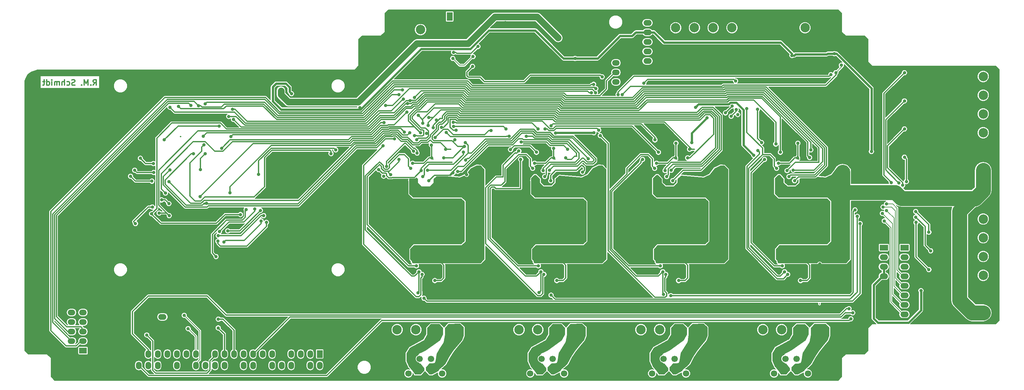
<source format=gbr>
G04 #@! TF.FileFunction,Copper,L2,Bot,Signal*
%FSLAX46Y46*%
G04 Gerber Fmt 4.6, Leading zero omitted, Abs format (unit mm)*
G04 Created by KiCad (PCBNEW (2015-02-24 BZR 5451)-product) date Thu 12 Mar 2015 11:25:46 PM EDT*
%MOMM*%
G01*
G04 APERTURE LIST*
%ADD10C,0.100000*%
%ADD11C,0.300000*%
%ADD12C,1.700000*%
%ADD13C,2.500000*%
%ADD14R,1.800000X1.800000*%
%ADD15C,1.800000*%
%ADD16O,2.000000X1.500000*%
%ADD17R,2.000000X1.500000*%
%ADD18R,2.199640X1.524000*%
%ADD19O,2.199640X1.524000*%
%ADD20R,1.524000X2.199640*%
%ADD21O,1.524000X2.199640*%
%ADD22O,1.500000X2.000000*%
%ADD23R,1.500000X2.000000*%
%ADD24O,1.998980X1.501140*%
%ADD25R,18.000000X8.000000*%
%ADD26C,2.000000*%
%ADD27C,0.889000*%
%ADD28C,1.500000*%
%ADD29C,0.200000*%
%ADD30C,4.000000*%
%ADD31C,0.800000*%
%ADD32C,0.500000*%
%ADD33C,0.600000*%
%ADD34C,1.800000*%
%ADD35C,0.150000*%
%ADD36C,0.160000*%
G04 APERTURE END LIST*
D10*
D11*
X40328571Y-68228571D02*
X40828571Y-67514286D01*
X41185714Y-68228571D02*
X41185714Y-66728571D01*
X40614286Y-66728571D01*
X40471428Y-66800000D01*
X40400000Y-66871429D01*
X40328571Y-67014286D01*
X40328571Y-67228571D01*
X40400000Y-67371429D01*
X40471428Y-67442857D01*
X40614286Y-67514286D01*
X41185714Y-67514286D01*
X39685714Y-68085714D02*
X39614286Y-68157143D01*
X39685714Y-68228571D01*
X39757143Y-68157143D01*
X39685714Y-68085714D01*
X39685714Y-68228571D01*
X38971428Y-68228571D02*
X38971428Y-66728571D01*
X38471428Y-67800000D01*
X37971428Y-66728571D01*
X37971428Y-68228571D01*
X37257142Y-68085714D02*
X37185714Y-68157143D01*
X37257142Y-68228571D01*
X37328571Y-68157143D01*
X37257142Y-68085714D01*
X37257142Y-68228571D01*
X35471428Y-68157143D02*
X35257142Y-68228571D01*
X34899999Y-68228571D01*
X34757142Y-68157143D01*
X34685713Y-68085714D01*
X34614285Y-67942857D01*
X34614285Y-67800000D01*
X34685713Y-67657143D01*
X34757142Y-67585714D01*
X34899999Y-67514286D01*
X35185713Y-67442857D01*
X35328571Y-67371429D01*
X35399999Y-67300000D01*
X35471428Y-67157143D01*
X35471428Y-67014286D01*
X35399999Y-66871429D01*
X35328571Y-66800000D01*
X35185713Y-66728571D01*
X34828571Y-66728571D01*
X34614285Y-66800000D01*
X33328571Y-68157143D02*
X33471428Y-68228571D01*
X33757142Y-68228571D01*
X33900000Y-68157143D01*
X33971428Y-68085714D01*
X34042857Y-67942857D01*
X34042857Y-67514286D01*
X33971428Y-67371429D01*
X33900000Y-67300000D01*
X33757142Y-67228571D01*
X33471428Y-67228571D01*
X33328571Y-67300000D01*
X32685714Y-68228571D02*
X32685714Y-66728571D01*
X32042857Y-68228571D02*
X32042857Y-67442857D01*
X32114286Y-67300000D01*
X32257143Y-67228571D01*
X32471428Y-67228571D01*
X32614286Y-67300000D01*
X32685714Y-67371429D01*
X31328571Y-68228571D02*
X31328571Y-67228571D01*
X31328571Y-67371429D02*
X31257143Y-67300000D01*
X31114285Y-67228571D01*
X30900000Y-67228571D01*
X30757143Y-67300000D01*
X30685714Y-67442857D01*
X30685714Y-68228571D01*
X30685714Y-67442857D02*
X30614285Y-67300000D01*
X30471428Y-67228571D01*
X30257143Y-67228571D01*
X30114285Y-67300000D01*
X30042857Y-67442857D01*
X30042857Y-68228571D01*
X29328571Y-68228571D02*
X29328571Y-67228571D01*
X29328571Y-66728571D02*
X29400000Y-66800000D01*
X29328571Y-66871429D01*
X29257143Y-66800000D01*
X29328571Y-66728571D01*
X29328571Y-66871429D01*
X27971428Y-68228571D02*
X27971428Y-66728571D01*
X27971428Y-68157143D02*
X28114285Y-68228571D01*
X28399999Y-68228571D01*
X28542857Y-68157143D01*
X28614285Y-68085714D01*
X28685714Y-67942857D01*
X28685714Y-67514286D01*
X28614285Y-67371429D01*
X28542857Y-67300000D01*
X28399999Y-67228571D01*
X28114285Y-67228571D01*
X27971428Y-67300000D01*
X27471428Y-67228571D02*
X26899999Y-67228571D01*
X27257142Y-66728571D02*
X27257142Y-68014286D01*
X27185714Y-68157143D01*
X27042856Y-68228571D01*
X26899999Y-68228571D01*
D12*
X192350000Y-141150000D03*
X195350000Y-141150000D03*
X192350000Y-144150000D03*
X195350000Y-144150000D03*
X189350000Y-145090000D03*
X198350000Y-145090000D03*
D13*
X201350000Y-133400000D03*
X196350000Y-133400000D03*
X186350000Y-133400000D03*
X191350000Y-133400000D03*
D14*
X208000000Y-91100000D03*
D15*
X213000000Y-91100000D03*
D12*
X159850000Y-141150000D03*
X162850000Y-141150000D03*
X159850000Y-144150000D03*
X162850000Y-144150000D03*
X156850000Y-145090000D03*
X165850000Y-145090000D03*
D14*
X175500000Y-91100000D03*
D15*
X180500000Y-91100000D03*
D13*
X168850000Y-133400000D03*
X163850000Y-133400000D03*
X153850000Y-133400000D03*
X158850000Y-133400000D03*
X136350000Y-133400000D03*
X131350000Y-133400000D03*
X121350000Y-133400000D03*
X126350000Y-133400000D03*
D12*
X127350000Y-141150000D03*
X130350000Y-141150000D03*
X127350000Y-144150000D03*
X130350000Y-144150000D03*
X124350000Y-145090000D03*
X133350000Y-145090000D03*
D14*
X143000000Y-91100000D03*
D15*
X148000000Y-91100000D03*
D14*
X240100000Y-91400000D03*
D15*
X245100000Y-91400000D03*
D16*
X37620000Y-128820000D03*
X34580000Y-128820000D03*
X34580000Y-131360000D03*
X37620000Y-131360000D03*
D17*
X37620000Y-138980000D03*
D16*
X34580000Y-138980000D03*
X37620000Y-136440000D03*
X34580000Y-136440000D03*
X37620000Y-133900000D03*
X34580000Y-133900000D03*
D12*
X224850000Y-141150000D03*
X227850000Y-141150000D03*
X224850000Y-144150000D03*
X227850000Y-144150000D03*
X221850000Y-145090000D03*
X230850000Y-145090000D03*
D18*
X58800000Y-127430000D03*
D19*
X58800000Y-129970000D03*
D20*
X135370000Y-49900000D03*
D21*
X132830000Y-49900000D03*
D22*
X55010000Y-139880000D03*
X55010000Y-142920000D03*
X52470000Y-142920000D03*
X52470000Y-139880000D03*
X57550000Y-139880000D03*
X57550000Y-142920000D03*
X60090000Y-142920000D03*
X60090000Y-139880000D03*
X62630000Y-139880000D03*
X62630000Y-142920000D03*
X67710000Y-139880000D03*
X67710000Y-142920000D03*
X65170000Y-142920000D03*
X65170000Y-139880000D03*
X70250000Y-139880000D03*
X70250000Y-142920000D03*
X72790000Y-142920000D03*
X72790000Y-139880000D03*
X75330000Y-139880000D03*
X75330000Y-142920000D03*
X77870000Y-142920000D03*
X77870000Y-139880000D03*
X80410000Y-139880000D03*
X80410000Y-142920000D03*
X82950000Y-142920000D03*
X82950000Y-139880000D03*
X85490000Y-139880000D03*
X85490000Y-142920000D03*
X88030000Y-142920000D03*
X88030000Y-139880000D03*
X90570000Y-139880000D03*
X90570000Y-142920000D03*
X93110000Y-142920000D03*
X93110000Y-139880000D03*
D23*
X100730000Y-139880000D03*
D22*
X100730000Y-142920000D03*
X98190000Y-139880000D03*
X98190000Y-142920000D03*
X95650000Y-139880000D03*
X95650000Y-142920000D03*
D18*
X188100000Y-49050000D03*
D19*
X188100000Y-51590000D03*
X188100000Y-54130000D03*
X188100000Y-56670000D03*
X188100000Y-59210000D03*
X188100000Y-61750000D03*
D18*
X251100000Y-111510000D03*
D19*
X251100000Y-114050000D03*
X251100000Y-116590000D03*
X251100000Y-119130000D03*
X251100000Y-121670000D03*
X251100000Y-124210000D03*
X251100000Y-126750000D03*
X251100000Y-129290000D03*
D18*
X256600000Y-111510000D03*
D19*
X256600000Y-114050000D03*
X256600000Y-116590000D03*
X256600000Y-119130000D03*
X256600000Y-121670000D03*
X256600000Y-124210000D03*
X256600000Y-126750000D03*
X256600000Y-129290000D03*
D13*
X277600000Y-103900000D03*
X277600000Y-108900000D03*
X277600000Y-113900000D03*
X277600000Y-118900000D03*
X277600000Y-128900000D03*
X277600000Y-123900000D03*
X277600000Y-65900000D03*
X277600000Y-70900000D03*
X277600000Y-75900000D03*
X277600000Y-80900000D03*
X277600000Y-90900000D03*
X277600000Y-85900000D03*
X233850000Y-133400000D03*
X228850000Y-133400000D03*
X218850000Y-133400000D03*
X223850000Y-133400000D03*
D24*
X179700000Y-67340000D03*
X179700000Y-64800000D03*
X179700000Y-62260000D03*
D13*
X195600000Y-52900000D03*
X200600000Y-52900000D03*
X205600000Y-52900000D03*
X210600000Y-52900000D03*
X220600000Y-52900000D03*
X215600000Y-52900000D03*
X235100000Y-52900000D03*
X230100000Y-52900000D03*
X127600000Y-53400000D03*
X122600000Y-53400000D03*
D25*
X128950000Y-104450000D03*
D26*
X128950000Y-104450000D03*
X128950000Y-102450000D03*
X130950000Y-102450000D03*
X132950000Y-102450000D03*
X134950000Y-102450000D03*
X130950000Y-104450000D03*
X132950000Y-104450000D03*
X134950000Y-104450000D03*
X128950000Y-106450000D03*
X130950000Y-106450000D03*
X132950000Y-106450000D03*
X134950000Y-106450000D03*
X126950000Y-102450000D03*
X124950000Y-102450000D03*
X122950000Y-102450000D03*
X122950000Y-104450000D03*
X122950000Y-106450000D03*
X126950000Y-106450000D03*
X126950000Y-104450000D03*
X124950000Y-104450000D03*
X124950000Y-106450000D03*
D25*
X161500000Y-104400000D03*
D26*
X161500000Y-104400000D03*
X161500000Y-102400000D03*
X163500000Y-102400000D03*
X165500000Y-102400000D03*
X167500000Y-102400000D03*
X163500000Y-104400000D03*
X165500000Y-104400000D03*
X167500000Y-104400000D03*
X161500000Y-106400000D03*
X163500000Y-106400000D03*
X165500000Y-106400000D03*
X167500000Y-106400000D03*
X159500000Y-102400000D03*
X157500000Y-102400000D03*
X155500000Y-102400000D03*
X155500000Y-104400000D03*
X155500000Y-106400000D03*
X159500000Y-106400000D03*
X159500000Y-104400000D03*
X157500000Y-104400000D03*
X157500000Y-106400000D03*
D25*
X193950000Y-104450000D03*
D26*
X193950000Y-104450000D03*
X193950000Y-102450000D03*
X195950000Y-102450000D03*
X197950000Y-102450000D03*
X199950000Y-102450000D03*
X195950000Y-104450000D03*
X197950000Y-104450000D03*
X199950000Y-104450000D03*
X193950000Y-106450000D03*
X195950000Y-106450000D03*
X197950000Y-106450000D03*
X199950000Y-106450000D03*
X191950000Y-102450000D03*
X189950000Y-102450000D03*
X187950000Y-102450000D03*
X187950000Y-104450000D03*
X187950000Y-106450000D03*
X191950000Y-106450000D03*
X191950000Y-104450000D03*
X189950000Y-104450000D03*
X189950000Y-106450000D03*
D25*
X226450000Y-104450000D03*
D26*
X226450000Y-104450000D03*
X226450000Y-102450000D03*
X228450000Y-102450000D03*
X230450000Y-102450000D03*
X232450000Y-102450000D03*
X228450000Y-104450000D03*
X230450000Y-104450000D03*
X232450000Y-104450000D03*
X226450000Y-106450000D03*
X228450000Y-106450000D03*
X230450000Y-106450000D03*
X232450000Y-106450000D03*
X224450000Y-102450000D03*
X222450000Y-102450000D03*
X220450000Y-102450000D03*
X220450000Y-104450000D03*
X220450000Y-106450000D03*
X224450000Y-106450000D03*
X224450000Y-104450000D03*
X222450000Y-104450000D03*
X222450000Y-106450000D03*
D27*
X125700000Y-113500000D03*
X132200000Y-94500000D03*
X132200000Y-95400000D03*
X132200000Y-93600000D03*
X125000000Y-93600000D03*
X125100000Y-94500000D03*
X125100000Y-95400000D03*
X125700000Y-115300000D03*
X125700000Y-114400000D03*
X223200000Y-113500000D03*
X223200000Y-114400000D03*
X223200000Y-115300000D03*
X229700000Y-95400000D03*
X229700000Y-94500000D03*
X229700000Y-93600000D03*
X222600000Y-95400000D03*
X222600000Y-94500000D03*
X222500000Y-93600000D03*
X197200000Y-95400000D03*
X197200000Y-94500000D03*
X197200000Y-93600000D03*
X190000000Y-93600000D03*
X190100000Y-94500000D03*
X190100000Y-95400000D03*
X190700000Y-113500000D03*
X190700000Y-115300000D03*
X190700000Y-114400000D03*
X164700000Y-95400000D03*
X164700000Y-94500000D03*
X164700000Y-93600000D03*
X157500000Y-93600000D03*
X157600000Y-95400000D03*
X157600000Y-94500000D03*
X158200000Y-115300000D03*
X158200000Y-114400000D03*
X158200000Y-113500000D03*
X142900000Y-57900000D03*
X136400000Y-59450000D03*
X141450000Y-63200000D03*
X176000000Y-66000000D03*
X196400000Y-120300000D03*
X197800000Y-115200000D03*
X197800000Y-114300000D03*
X197800000Y-113400000D03*
X163900000Y-120300000D03*
X165300000Y-113400000D03*
X165300000Y-114300000D03*
X165300000Y-115200000D03*
X132800000Y-115200000D03*
X132800000Y-114300000D03*
X132800000Y-113400000D03*
X131400000Y-120300000D03*
X230300000Y-113400000D03*
X230300000Y-114300000D03*
X230300000Y-115200000D03*
X228900000Y-120300000D03*
X94200000Y-94800000D03*
X94200000Y-87900000D03*
X100600000Y-87700000D03*
X100800000Y-90400000D03*
X104000000Y-94400000D03*
X107000000Y-93400000D03*
X108600000Y-107000000D03*
X109100000Y-112400000D03*
X143200000Y-122300000D03*
X143000000Y-118800000D03*
X147200000Y-118000000D03*
X147600000Y-122700000D03*
X137600000Y-142600000D03*
X139400000Y-145400000D03*
X145700000Y-144900000D03*
X151600000Y-144700000D03*
X151400000Y-141200000D03*
X148000000Y-141000000D03*
X170600000Y-142600000D03*
X173300000Y-145300000D03*
X184600000Y-145400000D03*
X179000000Y-141800000D03*
X184800000Y-142100000D03*
X202200000Y-142600000D03*
X207000000Y-145300000D03*
X210600000Y-141100000D03*
X216300000Y-145500000D03*
X216600000Y-141500000D03*
X265900000Y-127700000D03*
X267500000Y-130600000D03*
X263400000Y-129600000D03*
X263500000Y-124400000D03*
X265500000Y-121300000D03*
X246000000Y-109900000D03*
X247600000Y-115200000D03*
X239800000Y-121300000D03*
X239800000Y-118700000D03*
X241200000Y-117300000D03*
X241400000Y-120200000D03*
X241500000Y-122600000D03*
X207700000Y-122300000D03*
X207700000Y-119800000D03*
X207700000Y-117200000D03*
X211200000Y-113100000D03*
X212800000Y-116200000D03*
X212800000Y-119300000D03*
X213200000Y-122600000D03*
X175700000Y-123400000D03*
X175300000Y-120800000D03*
X175300000Y-117300000D03*
X178400000Y-115400000D03*
X179600000Y-117900000D03*
X179800000Y-123100000D03*
X136500000Y-128550000D03*
X136450000Y-124550000D03*
X136550000Y-121100000D03*
X136550000Y-118750000D03*
X136550000Y-116600000D03*
X169000000Y-128400000D03*
X169000000Y-124450000D03*
X169050000Y-121250000D03*
X169000000Y-118700000D03*
X169050000Y-116650000D03*
X233950000Y-128500000D03*
X201500000Y-128550000D03*
X201550000Y-123300000D03*
X201500000Y-120850000D03*
X201500000Y-118700000D03*
X201450000Y-116400000D03*
X234000000Y-123150000D03*
X233950000Y-120950000D03*
X234000000Y-118150000D03*
X234000000Y-115850000D03*
X226459000Y-104454000D03*
X193959000Y-104454000D03*
X179500000Y-96850000D03*
X179500000Y-99050000D03*
X179500000Y-100900000D03*
X179500000Y-102800000D03*
X179450000Y-105400000D03*
X179450000Y-108200000D03*
X179400000Y-111500000D03*
X178419760Y-68744499D03*
X176350000Y-68300000D03*
X168500000Y-66550000D03*
X161459000Y-104454000D03*
X268300000Y-116550000D03*
X268250000Y-111350000D03*
X268250000Y-105800000D03*
X268100000Y-101300000D03*
X264300000Y-101300000D03*
X260850000Y-101350000D03*
D28*
X257494733Y-106776521D03*
D27*
X255350000Y-108750000D03*
X251700000Y-108000000D03*
X248450000Y-107600000D03*
D28*
X128959000Y-104454000D03*
D27*
X89900000Y-135350000D03*
X89950000Y-137850000D03*
X94800000Y-144500000D03*
X96300000Y-135450000D03*
X139900000Y-92050000D03*
X241200000Y-135550000D03*
X241900000Y-132750000D03*
X238100000Y-132600000D03*
X237950000Y-138250000D03*
X240650000Y-138450000D03*
X244500000Y-138400000D03*
X244900000Y-134900000D03*
X244750000Y-129850000D03*
X247100000Y-127250000D03*
X247100000Y-128900000D03*
X249400000Y-128450000D03*
X261850000Y-120300000D03*
X209750000Y-62350000D03*
X204750000Y-62300000D03*
X199950000Y-62200000D03*
X194400000Y-61900000D03*
X165750000Y-64500000D03*
X165700000Y-62750000D03*
X163200000Y-60550000D03*
X163250000Y-64400000D03*
X162700000Y-66850000D03*
X164800000Y-66900000D03*
X135190949Y-59784871D03*
X150900000Y-54800000D03*
X150900000Y-52200000D03*
X159400000Y-60400000D03*
X159300000Y-64300000D03*
X156900000Y-64500000D03*
X141500000Y-65000000D03*
X143100000Y-63100000D03*
X146400000Y-64000000D03*
X149100000Y-64000000D03*
X151500000Y-65400000D03*
X154300000Y-65400000D03*
X154200000Y-63100000D03*
X151500000Y-63100000D03*
X151500000Y-60300000D03*
X154100000Y-60300000D03*
X136300000Y-64000000D03*
X136400000Y-65700000D03*
X229500000Y-64900000D03*
X238200000Y-62500000D03*
X193900000Y-117700000D03*
X190700000Y-117800000D03*
X188100000Y-85100000D03*
X193500000Y-87600000D03*
X193000000Y-83400000D03*
X197800000Y-118100000D03*
X161000000Y-87600000D03*
X161400000Y-117700000D03*
X158200000Y-117800000D03*
X165300000Y-118100000D03*
X123100000Y-85100000D03*
X125700000Y-117800000D03*
X128500000Y-87600000D03*
X128900000Y-117700000D03*
X132800000Y-118100000D03*
X226400000Y-117700000D03*
X225300000Y-123200000D03*
X226000000Y-87600000D03*
X225500000Y-83400000D03*
X223200000Y-117800000D03*
X230300000Y-118100000D03*
X257600000Y-84400000D03*
X255100000Y-86900000D03*
X258100000Y-76900000D03*
X255100000Y-79400000D03*
X258100000Y-69400000D03*
X255100000Y-71400000D03*
X112000000Y-86900000D03*
X111600000Y-91300000D03*
X111100000Y-94700000D03*
X111000000Y-98000000D03*
X110600000Y-103100000D03*
X111200000Y-107100000D03*
X128488786Y-123199304D03*
X160960187Y-123235097D03*
X193561601Y-122862118D03*
X160396789Y-84589081D03*
X143000000Y-67505290D03*
X150190783Y-51544520D03*
X143594270Y-50344520D03*
X139644520Y-52216457D03*
X139644520Y-51419261D03*
X220505914Y-85073751D03*
X128029431Y-84377172D03*
X155430500Y-85302184D03*
X114250000Y-95200000D03*
X114250000Y-97150000D03*
X114250000Y-98950000D03*
X114250000Y-101000000D03*
X114200000Y-102950000D03*
X114200000Y-104800000D03*
X146950000Y-96200000D03*
X146950000Y-98158354D03*
X146950000Y-99795000D03*
X147000000Y-101750000D03*
X147000000Y-103900000D03*
X146950000Y-106050000D03*
X146950000Y-108600000D03*
X146950000Y-113700000D03*
X97400000Y-125400000D03*
X103400000Y-122900000D03*
X106650000Y-128100000D03*
X113650000Y-127450000D03*
X116500000Y-121550000D03*
X113000000Y-117450000D03*
X111200000Y-123950000D03*
X128550000Y-127000000D03*
X161500000Y-126950000D03*
X194250000Y-126950000D03*
X228700000Y-127050000D03*
X207652069Y-126950000D03*
X175077638Y-126950000D03*
X142682322Y-127000000D03*
X244900000Y-87400000D03*
X244600000Y-93550000D03*
X241150000Y-78350000D03*
X245050000Y-75350000D03*
X242600000Y-71450000D03*
X238800000Y-67900000D03*
X234450000Y-70400000D03*
X224400000Y-69550000D03*
X227250000Y-73800000D03*
X238550000Y-71300000D03*
X223500000Y-64000000D03*
X224450000Y-60350000D03*
X219100000Y-59350000D03*
X214550000Y-59550000D03*
X214650000Y-64300000D03*
X218800000Y-66900000D03*
X191950000Y-64100000D03*
X191950000Y-67550000D03*
X175750000Y-54200000D03*
X175150000Y-58250000D03*
X213400000Y-135100000D03*
X207600000Y-135100000D03*
X213311108Y-126950000D03*
X179850000Y-135450000D03*
X175050000Y-135450000D03*
X179880624Y-126950000D03*
X147500000Y-135700000D03*
X142150000Y-135650000D03*
X147419060Y-127000000D03*
X190500000Y-89000000D03*
X195700000Y-83700000D03*
X195600000Y-87600000D03*
X163100000Y-87600000D03*
X158000000Y-89000000D03*
X125500000Y-89000000D03*
X130600000Y-87600000D03*
X228100000Y-87600000D03*
X223000000Y-89000000D03*
X228200000Y-83700000D03*
X93200000Y-70500000D03*
X168800000Y-61100000D03*
X226600000Y-60300000D03*
X237900000Y-59800000D03*
X261000000Y-123000000D03*
X216400000Y-86900000D03*
X200900000Y-74100000D03*
X199900000Y-83500000D03*
X173800000Y-80900000D03*
X111400000Y-74200000D03*
X204000000Y-76894580D03*
X163569392Y-80991763D03*
X163078531Y-85080816D03*
X130500893Y-84174687D03*
X247794520Y-85903064D03*
D28*
X164300000Y-55600000D03*
X90400000Y-69700000D03*
D27*
X225486947Y-118663933D03*
X217500000Y-85600000D03*
X218500000Y-83500000D03*
X117624915Y-84405480D03*
X192986947Y-118663933D03*
X160486947Y-118663933D03*
X127986947Y-118663933D03*
X187100000Y-67700000D03*
X153794956Y-85750021D03*
X118261526Y-73616946D03*
X175493192Y-81655480D03*
X175101069Y-80194530D03*
X160753418Y-79894520D03*
X211600000Y-67100000D03*
X69650000Y-81850000D03*
X117900000Y-78155480D03*
X217439164Y-74655480D03*
X198800000Y-87600000D03*
X166300000Y-87600000D03*
X137500000Y-91200000D03*
X133800000Y-87600000D03*
X139260738Y-84532958D03*
X231300000Y-87500000D03*
X136763225Y-82789041D03*
X127610979Y-80933470D03*
X73100000Y-113900000D03*
X81100000Y-101400000D03*
X74555470Y-85033475D03*
X134300000Y-85300000D03*
X60500000Y-93900000D03*
X50300000Y-92500000D03*
X56000000Y-93800000D03*
X118507823Y-89860483D03*
X186800000Y-88000000D03*
X191524380Y-116399878D03*
X154300000Y-88000000D03*
X159024380Y-116399878D03*
X121800000Y-88000000D03*
X126524380Y-116399878D03*
X219300000Y-88000000D03*
X224024380Y-116399878D03*
X59300000Y-82800000D03*
X73900000Y-79100000D03*
X222300000Y-83900000D03*
X126600000Y-82800000D03*
X125706747Y-85806747D03*
X190100000Y-82800000D03*
X162400000Y-79000000D03*
X146400000Y-80300000D03*
X131500000Y-82200000D03*
X129200000Y-81100000D03*
X103750000Y-86450000D03*
X69850000Y-84100000D03*
X119600000Y-92100000D03*
X117771187Y-92458309D03*
X259692037Y-104807963D03*
X263100000Y-117400000D03*
X259600000Y-103400000D03*
X263600000Y-112400000D03*
X259600000Y-101900000D03*
X263100000Y-107400000D03*
X166800000Y-85300000D03*
X123300000Y-80700000D03*
X59600000Y-97000000D03*
X151181107Y-81804729D03*
X154424853Y-83331488D03*
X134455803Y-80794520D03*
X199300000Y-85300000D03*
X124700000Y-80900000D03*
X68800000Y-97900000D03*
X58600000Y-98800000D03*
X60500000Y-99800000D03*
X133153977Y-79422834D03*
X60600000Y-103000000D03*
X231631070Y-85468930D03*
X51600000Y-105100000D03*
X56100000Y-100700000D03*
X57900000Y-102300000D03*
X194439019Y-90894394D03*
X226939019Y-90894394D03*
X129439019Y-90894394D03*
X161939019Y-90894394D03*
X139563160Y-83486780D03*
X129654111Y-78948045D03*
X129828833Y-76859014D03*
X73600000Y-109800000D03*
X86500000Y-104800000D03*
X54600000Y-134800000D03*
X124105270Y-73118351D03*
X77739019Y-77351579D03*
X193200000Y-92600000D03*
X160700000Y-92600000D03*
X128200000Y-92600000D03*
X139600000Y-88205480D03*
X138994520Y-86081004D03*
X225794540Y-92600000D03*
X131800000Y-77500000D03*
X130960214Y-79553611D03*
X83400000Y-101200000D03*
X73961810Y-107261810D03*
X73700000Y-130600000D03*
X124829601Y-72304407D03*
X76500000Y-76550000D03*
X136235354Y-91605480D03*
X194800000Y-93700000D03*
X227300000Y-93700000D03*
X170800000Y-91400000D03*
X172300000Y-87800000D03*
X129800000Y-93700000D03*
X162300000Y-93700000D03*
X127032858Y-76280368D03*
X125951413Y-71498347D03*
X128208526Y-78367830D03*
X85800000Y-103000000D03*
X73676101Y-108312675D03*
X73644662Y-132927021D03*
X77050000Y-81950000D03*
X123967408Y-75377572D03*
X173741243Y-67990154D03*
X174357608Y-69105128D03*
X237000000Y-65400000D03*
X70178377Y-73205470D03*
X68900000Y-90700000D03*
X70178377Y-86478377D03*
X174249469Y-70205330D03*
X180294587Y-70705340D03*
X66350000Y-73600000D03*
X238300000Y-64900000D03*
X239800000Y-62900000D03*
X68400000Y-73705480D03*
X181383600Y-70705340D03*
X173158327Y-70205330D03*
X192805472Y-91000000D03*
X76800000Y-96900000D03*
X242300000Y-130500000D03*
X191000000Y-86100000D03*
X137100000Y-80200000D03*
X60800000Y-74100000D03*
X52900000Y-87700000D03*
X56400000Y-89100000D03*
X122986083Y-71890297D03*
X120615849Y-82539721D03*
X223500000Y-86100000D03*
X60800000Y-90800000D03*
X51400000Y-90900000D03*
X56500000Y-91500000D03*
X125992091Y-81650912D03*
X65663069Y-133107783D03*
X64600000Y-129600000D03*
X158500000Y-86100000D03*
X151600000Y-85400000D03*
X158900000Y-79900000D03*
X122800000Y-69500000D03*
X136323582Y-78094590D03*
X63046926Y-73844520D03*
X160305472Y-91000000D03*
X155800000Y-81800000D03*
X150400000Y-79900000D03*
X77488190Y-74594520D03*
X136363309Y-79182877D03*
X75200000Y-110000000D03*
X85100000Y-104400000D03*
X121832955Y-70776935D03*
X116444029Y-90703731D03*
X127805472Y-91000000D03*
X84900000Y-101600000D03*
X76186113Y-107050021D03*
X105000000Y-85450000D03*
X84450000Y-92000000D03*
X242800000Y-128900000D03*
X225305472Y-91000000D03*
X79600000Y-102700000D03*
X55901333Y-102510973D03*
X67100000Y-86500000D03*
X126694520Y-86326877D03*
X70491916Y-99722737D03*
X251800000Y-99900000D03*
X250900000Y-100700000D03*
X251800000Y-101600000D03*
X250700000Y-102400000D03*
X251200000Y-104400000D03*
X256600000Y-64900000D03*
X253074098Y-94155480D03*
X256600000Y-72400000D03*
X255068205Y-94302060D03*
X256600000Y-79900000D03*
X256100000Y-94900000D03*
X256600000Y-87400000D03*
X257100000Y-93900000D03*
X136200000Y-61100000D03*
X141600000Y-60600000D03*
X241800000Y-127800000D03*
X127165657Y-117948791D03*
X126900000Y-123600000D03*
X128500000Y-125000000D03*
X244800000Y-105100000D03*
X125000000Y-90400000D03*
X208900000Y-75600000D03*
X210650000Y-73800000D03*
X157500000Y-90400000D03*
X159665657Y-117948791D03*
X159200000Y-123500000D03*
X162400000Y-124200000D03*
X210400000Y-76500000D03*
X244000000Y-103200000D03*
X211750000Y-74744520D03*
X192165657Y-117948791D03*
X190000000Y-90400000D03*
X192400000Y-124000000D03*
X194300000Y-124300000D03*
X212155460Y-76044540D03*
X243400000Y-101450000D03*
X222500000Y-90400000D03*
X224665657Y-117948791D03*
X214590587Y-74466965D03*
D11*
X63600000Y-81900000D02*
X63700000Y-81900000D01*
D29*
X233950000Y-126594530D02*
X233950000Y-126250030D01*
D11*
X132200000Y-95400000D02*
X132200000Y-94500000D01*
X125100000Y-95400000D02*
X125100000Y-94500000D01*
X125700000Y-113500000D02*
X125700000Y-114400000D01*
X223200000Y-113500000D02*
X223200000Y-114400000D01*
X229700000Y-95400000D02*
X229700000Y-94500000D01*
X222600000Y-95400000D02*
X222600000Y-94500000D01*
X197200000Y-95400000D02*
X197200000Y-94500000D01*
X190100000Y-95400000D02*
X190100000Y-94500000D01*
X190700000Y-113500000D02*
X190700000Y-114400000D01*
X164700000Y-95400000D02*
X164700000Y-94500000D01*
X158200000Y-113500000D02*
X158200000Y-114400000D01*
X157600000Y-95400000D02*
X157600000Y-94500000D01*
D30*
X255799991Y-98399991D02*
X275299991Y-98399991D01*
X254200000Y-96800000D02*
X255799991Y-98399991D01*
X240100000Y-96300000D02*
X240600000Y-96800000D01*
X275299991Y-98399991D02*
X275400000Y-98500000D01*
X240100000Y-91400000D02*
X240100000Y-96300000D01*
X240600000Y-96800000D02*
X254200000Y-96800000D01*
D11*
X137278617Y-59700000D02*
X141100000Y-59700000D01*
X141100000Y-59700000D02*
X142900000Y-57900000D01*
X136400000Y-59450000D02*
X137028617Y-59450000D01*
X137028617Y-59450000D02*
X137278617Y-59700000D01*
X140000000Y-64700000D02*
X141450000Y-63250000D01*
X141450000Y-63250000D02*
X141450000Y-63200000D01*
X140000000Y-65750000D02*
X140000000Y-64700000D01*
X140350000Y-66100000D02*
X140000000Y-65750000D01*
X143500000Y-66100000D02*
X140350000Y-66100000D01*
X144650000Y-67250000D02*
X143500000Y-66100000D01*
X155200000Y-67250000D02*
X144650000Y-67250000D01*
X156894499Y-65555501D02*
X155200000Y-67250000D01*
X176000000Y-66000000D02*
X175555501Y-65555501D01*
X175555501Y-65555501D02*
X156894499Y-65555501D01*
X198100000Y-120300000D02*
X196400000Y-120300000D01*
X198800000Y-116200000D02*
X198800000Y-119600000D01*
X197800000Y-115200000D02*
X198800000Y-116200000D01*
X198800000Y-119600000D02*
X198100000Y-120300000D01*
X197800000Y-113400000D02*
X197800000Y-114300000D01*
X166300000Y-116200000D02*
X166300000Y-119600000D01*
X165600000Y-120300000D02*
X163900000Y-120300000D01*
X166300000Y-119600000D02*
X165600000Y-120300000D01*
X165300000Y-113400000D02*
X165300000Y-114300000D01*
X165300000Y-115200000D02*
X166300000Y-116200000D01*
X133800000Y-119600000D02*
X133100000Y-120300000D01*
X133100000Y-120300000D02*
X131400000Y-120300000D01*
X133800000Y-116200000D02*
X133800000Y-119600000D01*
X132800000Y-115200000D02*
X133800000Y-116200000D01*
X132800000Y-113400000D02*
X132800000Y-114300000D01*
X230300000Y-113400000D02*
X230300000Y-114300000D01*
X230300000Y-115200000D02*
X231300000Y-116200000D01*
X231300000Y-116200000D02*
X231300000Y-119600000D01*
X231300000Y-119600000D02*
X230600000Y-120300000D01*
X230600000Y-120300000D02*
X228900000Y-120300000D01*
D30*
X277600000Y-96300000D02*
X277600000Y-90900000D01*
X275400000Y-98500000D02*
X277600000Y-96300000D01*
X275400000Y-98500000D02*
X274600000Y-98500000D01*
X274600000Y-98500000D02*
X271300000Y-101800000D01*
X271300000Y-101800000D02*
X271300000Y-125600000D01*
X274600000Y-128900000D02*
X277600000Y-128900000D01*
X271300000Y-125600000D02*
X274600000Y-128900000D01*
D11*
X100600000Y-87700000D02*
X94400000Y-87700000D01*
X94400000Y-87700000D02*
X94200000Y-87900000D01*
X100800000Y-90400000D02*
X100800000Y-87900000D01*
X100800000Y-87900000D02*
X100600000Y-87700000D01*
X107000000Y-93400000D02*
X105000000Y-93400000D01*
X105000000Y-93400000D02*
X104000000Y-94400000D01*
X109100000Y-112400000D02*
X108600000Y-111900000D01*
X108600000Y-111900000D02*
X108600000Y-107000000D01*
X143000000Y-118800000D02*
X143000000Y-122100000D01*
X143000000Y-122100000D02*
X143200000Y-122300000D01*
X147600000Y-122700000D02*
X147600000Y-118400000D01*
X147600000Y-118400000D02*
X147200000Y-118000000D01*
X139400000Y-145400000D02*
X139400000Y-144400000D01*
X139400000Y-144400000D02*
X137600000Y-142600000D01*
X151600000Y-144700000D02*
X145900000Y-144700000D01*
X145900000Y-144700000D02*
X145700000Y-144900000D01*
X148000000Y-141000000D02*
X151200000Y-141000000D01*
X151200000Y-141000000D02*
X151400000Y-141200000D01*
X173300000Y-145300000D02*
X170600000Y-142600000D01*
X179000000Y-141800000D02*
X182600000Y-145400000D01*
X182600000Y-145400000D02*
X184600000Y-145400000D01*
X179850000Y-135450000D02*
X179850000Y-137150000D01*
X179850000Y-137150000D02*
X184800000Y-142100000D01*
X210600000Y-141100000D02*
X207000000Y-144700000D01*
X207000000Y-144700000D02*
X207000000Y-145300000D01*
X216600000Y-141500000D02*
X216600000Y-145200000D01*
X216600000Y-145200000D02*
X216300000Y-145500000D01*
X267500000Y-130600000D02*
X267500000Y-129300000D01*
X267500000Y-129300000D02*
X265900000Y-127700000D01*
X263500000Y-124400000D02*
X263500000Y-129500000D01*
X263500000Y-129500000D02*
X263400000Y-129600000D01*
X268300000Y-116550000D02*
X268300000Y-118500000D01*
X268300000Y-118500000D02*
X265500000Y-121300000D01*
X247600000Y-115200000D02*
X247600000Y-111500000D01*
X247600000Y-111500000D02*
X246000000Y-109900000D01*
X239800000Y-118700000D02*
X239800000Y-121300000D01*
X241400000Y-120200000D02*
X241400000Y-117500000D01*
X241400000Y-117500000D02*
X241200000Y-117300000D01*
X234000000Y-123150000D02*
X240950000Y-123150000D01*
X240950000Y-123150000D02*
X241500000Y-122600000D01*
X207700000Y-117200000D02*
X207700000Y-119800000D01*
X212800000Y-116200000D02*
X212800000Y-114700000D01*
X212800000Y-114700000D02*
X211200000Y-113100000D01*
X213200000Y-122600000D02*
X213200000Y-119700000D01*
X213200000Y-119700000D02*
X212800000Y-119300000D01*
X175300000Y-120800000D02*
X175300000Y-123000000D01*
X175300000Y-123000000D02*
X175700000Y-123400000D01*
X178400000Y-115400000D02*
X177200000Y-115400000D01*
X177200000Y-115400000D02*
X175300000Y-117300000D01*
X179800000Y-123100000D02*
X179800000Y-118100000D01*
X179800000Y-118100000D02*
X179600000Y-117900000D01*
D29*
X136550000Y-121100000D02*
X136550000Y-124450000D01*
X136550000Y-124450000D02*
X136450000Y-124550000D01*
X136550000Y-116600000D02*
X136550000Y-118750000D01*
X169050000Y-121250000D02*
X169050000Y-124400000D01*
X169050000Y-124400000D02*
X169000000Y-124450000D01*
X169050000Y-116650000D02*
X169050000Y-118650000D01*
X169050000Y-118650000D02*
X169000000Y-118700000D01*
X201500000Y-120850000D02*
X201500000Y-123250000D01*
X201500000Y-123250000D02*
X201550000Y-123300000D01*
X201450000Y-116400000D02*
X201450000Y-118650000D01*
X201450000Y-118650000D02*
X201500000Y-118700000D01*
X233950000Y-120950000D02*
X233950000Y-123100000D01*
X233950000Y-123100000D02*
X234000000Y-123150000D01*
X234000000Y-115850000D02*
X234000000Y-118150000D01*
D11*
X181805000Y-96850000D02*
X179500000Y-96850000D01*
X189409000Y-104454000D02*
X181805000Y-96850000D01*
X193959000Y-104454000D02*
X189409000Y-104454000D01*
X179500000Y-99050000D02*
X179500000Y-100900000D01*
X179500000Y-105350000D02*
X179450000Y-105400000D01*
X179500000Y-102800000D02*
X179500000Y-105350000D01*
X179450000Y-105400000D02*
X179450000Y-108200000D01*
X179450000Y-108200000D02*
X179450000Y-111450000D01*
X179450000Y-111450000D02*
X179400000Y-111500000D01*
X175150000Y-66550000D02*
X176350000Y-67750000D01*
X176350000Y-67750000D02*
X176350000Y-68300000D01*
X169128617Y-66550000D02*
X175150000Y-66550000D01*
X168500000Y-66550000D02*
X169128617Y-66550000D01*
X268300000Y-112028617D02*
X268300000Y-116550000D01*
X268250000Y-111350000D02*
X268250000Y-111978617D01*
X268250000Y-111978617D02*
X268300000Y-112028617D01*
X268250000Y-105800000D02*
X268250000Y-111350000D01*
X268100000Y-101300000D02*
X268100000Y-105650000D01*
X268100000Y-105650000D02*
X268250000Y-105800000D01*
X260850000Y-101350000D02*
X264250000Y-101350000D01*
X264250000Y-101350000D02*
X264300000Y-101300000D01*
X258450000Y-100950000D02*
X260450000Y-100950000D01*
X260450000Y-100950000D02*
X260850000Y-101350000D01*
X257494733Y-101905267D02*
X258450000Y-100950000D01*
X257494733Y-106776521D02*
X257494733Y-101905267D01*
X255350000Y-108750000D02*
X255521254Y-108750000D01*
X255521254Y-108750000D02*
X257494733Y-106776521D01*
X248450000Y-107600000D02*
X251300000Y-107600000D01*
X251300000Y-107600000D02*
X251700000Y-108000000D01*
X129009000Y-104454000D02*
X119159000Y-104454000D01*
X111200000Y-107100000D02*
X111200000Y-123950000D01*
X89950000Y-137850000D02*
X89950000Y-135400000D01*
X89950000Y-135400000D02*
X89900000Y-135350000D01*
X95650000Y-142670000D02*
X95650000Y-143650000D01*
X95650000Y-143650000D02*
X94800000Y-144500000D01*
X139900000Y-92050000D02*
X139900000Y-90550000D01*
X141650000Y-88800000D02*
X146000000Y-88800000D01*
X139900000Y-90550000D02*
X141650000Y-88800000D01*
X146000000Y-88800000D02*
X146000000Y-89100000D01*
X146000000Y-89100000D02*
X148000000Y-91100000D01*
X241900000Y-132750000D02*
X241200000Y-133450000D01*
X241200000Y-133450000D02*
X241200000Y-135550000D01*
X237950000Y-138250000D02*
X237950000Y-132750000D01*
X237950000Y-132750000D02*
X238100000Y-132600000D01*
X244500000Y-138400000D02*
X240700000Y-138400000D01*
X240700000Y-138400000D02*
X240650000Y-138450000D01*
X244750000Y-129850000D02*
X244750000Y-134750000D01*
X244750000Y-134750000D02*
X244900000Y-134900000D01*
X247100000Y-128900000D02*
X247100000Y-127250000D01*
X251100000Y-129290000D02*
X250240000Y-129290000D01*
X250240000Y-129290000D02*
X249400000Y-128450000D01*
X251100000Y-129290000D02*
X251100000Y-126750000D01*
X251100000Y-126750000D02*
X251100000Y-124210000D01*
X165700000Y-62750000D02*
X165700000Y-64450000D01*
X165700000Y-64450000D02*
X165750000Y-64500000D01*
X163250000Y-64400000D02*
X163250000Y-60600000D01*
X163250000Y-60600000D02*
X163200000Y-60550000D01*
X164800000Y-66900000D02*
X162750000Y-66900000D01*
X162750000Y-66900000D02*
X162700000Y-66850000D01*
D29*
X135190949Y-60413488D02*
X135190949Y-59784871D01*
X135190949Y-64490949D02*
X135190949Y-60413488D01*
X136400000Y-65700000D02*
X135190949Y-64490949D01*
D31*
X112000000Y-86900000D02*
X112000000Y-85750000D01*
X112000000Y-85750000D02*
X111900000Y-85650000D01*
X111900000Y-85650000D02*
X110900000Y-86650000D01*
X110900000Y-86650000D02*
X110900000Y-87300000D01*
X110900000Y-87300000D02*
X111155501Y-87555501D01*
X111155501Y-87555501D02*
X111155501Y-90855501D01*
X111155501Y-90855501D02*
X111600000Y-91300000D01*
D11*
X150900000Y-54800000D02*
X151500000Y-55400000D01*
X151500000Y-55400000D02*
X151500000Y-60300000D01*
X159300000Y-64300000D02*
X159300000Y-60500000D01*
X159300000Y-60500000D02*
X159400000Y-60400000D01*
X154300000Y-65400000D02*
X156000000Y-65400000D01*
X156000000Y-65400000D02*
X156900000Y-64500000D01*
X143100000Y-63100000D02*
X143100000Y-63400000D01*
X143100000Y-63400000D02*
X141500000Y-65000000D01*
X149100000Y-64000000D02*
X146400000Y-64000000D01*
X154300000Y-65400000D02*
X151500000Y-65400000D01*
X151500000Y-63100000D02*
X154200000Y-63100000D01*
X154100000Y-60300000D02*
X151500000Y-60300000D01*
D29*
X136300000Y-64000000D02*
X136300000Y-65600000D01*
X136300000Y-65600000D02*
X136400000Y-65700000D01*
X229500000Y-64900000D02*
X235800000Y-64900000D01*
X235800000Y-64900000D02*
X238200000Y-62500000D01*
D11*
X188100000Y-85400000D02*
X188100000Y-85100000D01*
X190300000Y-87600000D02*
X188100000Y-85400000D01*
X193500000Y-83900000D02*
X193000000Y-83400000D01*
X193500000Y-87600000D02*
X193500000Y-83900000D01*
X193500000Y-87600000D02*
X190300000Y-87600000D01*
X197400000Y-117700000D02*
X197800000Y-118100000D01*
X193092728Y-117700000D02*
X193900000Y-117700000D01*
X192547018Y-117154290D02*
X193092728Y-117700000D01*
X191738586Y-117200000D02*
X191784296Y-117154290D01*
X193900000Y-117700000D02*
X197400000Y-117700000D01*
X191300000Y-117200000D02*
X191738586Y-117200000D01*
X190700000Y-117800000D02*
X191300000Y-117200000D01*
X191784296Y-117154290D02*
X192547018Y-117154290D01*
X160047018Y-117154290D02*
X160592728Y-117700000D01*
X159238586Y-117200000D02*
X159284296Y-117154290D01*
X159284296Y-117154290D02*
X160047018Y-117154290D01*
X160592728Y-117700000D02*
X161400000Y-117700000D01*
X164900000Y-117700000D02*
X165300000Y-118100000D01*
X161400000Y-117700000D02*
X164900000Y-117700000D01*
X158800000Y-117200000D02*
X159238586Y-117200000D01*
X158200000Y-117800000D02*
X158800000Y-117200000D01*
X128500000Y-87600000D02*
X125300000Y-87600000D01*
X123100000Y-85400000D02*
X123100000Y-85100000D01*
X125300000Y-87600000D02*
X123100000Y-85400000D01*
X128900000Y-117700000D02*
X132400000Y-117700000D01*
X132400000Y-117700000D02*
X132800000Y-118100000D01*
X226000000Y-83900000D02*
X225500000Y-83400000D01*
X226000000Y-87600000D02*
X226000000Y-83900000D01*
X225744499Y-122755501D02*
X225744499Y-120155501D01*
X225300000Y-123200000D02*
X225744499Y-122755501D01*
X226400000Y-119500000D02*
X226400000Y-117700000D01*
X225744499Y-120155501D02*
X226400000Y-119500000D01*
X225047018Y-117154290D02*
X225592728Y-117700000D01*
X224284296Y-117154290D02*
X225047018Y-117154290D01*
X225592728Y-117700000D02*
X226400000Y-117700000D01*
X224238586Y-117200000D02*
X224284296Y-117154290D01*
X223800000Y-117200000D02*
X224238586Y-117200000D01*
X223200000Y-117800000D02*
X223800000Y-117200000D01*
X229900000Y-117700000D02*
X230300000Y-118100000D01*
X226400000Y-117700000D02*
X229900000Y-117700000D01*
D32*
X257600000Y-84400000D02*
X255100000Y-86900000D01*
X257600000Y-76900000D02*
X255100000Y-79400000D01*
X258100000Y-76900000D02*
X257600000Y-76900000D01*
X257100000Y-69400000D02*
X255100000Y-71400000D01*
X258100000Y-69400000D02*
X257100000Y-69400000D01*
D11*
X111100000Y-97900000D02*
X111000000Y-98000000D01*
X111100000Y-94700000D02*
X111100000Y-97900000D01*
X110600000Y-106500000D02*
X111200000Y-107100000D01*
X110600000Y-103100000D02*
X110600000Y-106500000D01*
X125700000Y-117800000D02*
X126300000Y-117200000D01*
X126300000Y-117200000D02*
X126738586Y-117200000D01*
X126738586Y-117200000D02*
X126784296Y-117154290D01*
X126784296Y-117154290D02*
X127547018Y-117154290D01*
X127547018Y-117154290D02*
X128092728Y-117700000D01*
X128092728Y-117700000D02*
X128900000Y-117700000D01*
X128900000Y-122788090D02*
X128488786Y-123199304D01*
X128900000Y-117700000D02*
X128900000Y-122788090D01*
X161400000Y-122795284D02*
X160960187Y-123235097D01*
X161400000Y-117700000D02*
X161400000Y-122795284D01*
X193900000Y-117700000D02*
X193900000Y-122523719D01*
X193900000Y-122523719D02*
X193561601Y-122862118D01*
X161000000Y-87600000D02*
X161000000Y-85192292D01*
X160841288Y-85033580D02*
X160396789Y-84589081D01*
X161000000Y-85192292D02*
X160841288Y-85033580D01*
X150900000Y-52200000D02*
X150244520Y-51544520D01*
X150244520Y-51544520D02*
X150190783Y-51544520D01*
X140089019Y-50974762D02*
X139644520Y-51419261D01*
X143594270Y-50344520D02*
X140719261Y-50344520D01*
X140719261Y-50344520D02*
X140089019Y-50974762D01*
X223032163Y-87600000D02*
X220950413Y-85518250D01*
X226000000Y-87600000D02*
X223032163Y-87600000D01*
X220950413Y-85518250D02*
X220505914Y-85073751D01*
X128500000Y-87600000D02*
X128500000Y-84847741D01*
X128500000Y-84847741D02*
X128473930Y-84821671D01*
X128473930Y-84821671D02*
X128029431Y-84377172D01*
X157728316Y-87600000D02*
X155874999Y-85746683D01*
X161000000Y-87600000D02*
X157728316Y-87600000D01*
X155874999Y-85746683D02*
X155430500Y-85302184D01*
X128959000Y-104454000D02*
X119109000Y-104454000D01*
X119109000Y-104454000D02*
X114400000Y-99745000D01*
X114400000Y-99745000D02*
X114400000Y-95350000D01*
X114400000Y-95350000D02*
X114250000Y-95200000D01*
X114250000Y-97150000D02*
X114250000Y-98950000D01*
X114250000Y-102900000D02*
X114200000Y-102950000D01*
X114250000Y-101000000D02*
X114250000Y-102900000D01*
X151609000Y-104454000D02*
X146950000Y-99795000D01*
X161459000Y-104454000D02*
X151609000Y-104454000D01*
X146950000Y-99795000D02*
X146950000Y-96200000D01*
X147000000Y-101750000D02*
X147000000Y-103900000D01*
X146950000Y-106050000D02*
X146950000Y-108600000D01*
D29*
X99900000Y-122900000D02*
X103400000Y-122900000D01*
X97400000Y-125400000D02*
X99900000Y-122900000D01*
X107300000Y-127450000D02*
X113650000Y-127450000D01*
X106650000Y-128100000D02*
X107300000Y-127450000D01*
X113000000Y-118050000D02*
X113000000Y-117450000D01*
X116500000Y-121550000D02*
X113000000Y-118050000D01*
X121950000Y-127000000D02*
X128550000Y-127000000D01*
X116500000Y-121550000D02*
X121950000Y-127000000D01*
X161450000Y-127000000D02*
X161500000Y-126950000D01*
X228600000Y-126950000D02*
X228700000Y-127050000D01*
X210363119Y-126950000D02*
X207652069Y-126950000D01*
X194250000Y-126950000D02*
X210363119Y-126950000D01*
X210363119Y-126950000D02*
X210644996Y-126950000D01*
X210644996Y-126950000D02*
X228600000Y-126950000D01*
X177860058Y-126950000D02*
X194250000Y-126950000D01*
X177247263Y-126950000D02*
X175077638Y-126950000D01*
X161500000Y-126950000D02*
X177247263Y-126950000D01*
X177247263Y-126950000D02*
X177860058Y-126950000D01*
X144769137Y-127000000D02*
X161450000Y-127000000D01*
X144769137Y-127000000D02*
X142682322Y-127000000D01*
X128550000Y-127000000D02*
X142682322Y-127000000D01*
D11*
X245100000Y-87600000D02*
X244900000Y-87400000D01*
X245100000Y-91400000D02*
X245100000Y-87600000D01*
X244600000Y-81800000D02*
X241150000Y-78350000D01*
X244600000Y-93550000D02*
X244600000Y-81800000D01*
X242050000Y-78350000D02*
X245050000Y-75350000D01*
X241150000Y-78350000D02*
X242050000Y-78350000D01*
X239050000Y-67900000D02*
X238800000Y-67900000D01*
X242600000Y-71450000D02*
X239050000Y-67900000D01*
X233600000Y-69550000D02*
X224400000Y-69550000D01*
X234450000Y-70400000D02*
X233600000Y-69550000D01*
X227250000Y-73800000D02*
X237500000Y-73800000D01*
X238550000Y-72750000D02*
X238550000Y-71300000D01*
X237500000Y-73800000D02*
X238550000Y-72750000D01*
X224450000Y-63050000D02*
X224450000Y-60350000D01*
X223500000Y-64000000D02*
X224450000Y-63050000D01*
X214750000Y-59350000D02*
X214550000Y-59550000D01*
X219100000Y-59350000D02*
X214750000Y-59350000D01*
X192200000Y-64100000D02*
X191950000Y-64100000D01*
X194400000Y-61900000D02*
X192200000Y-64100000D01*
X175150000Y-54800000D02*
X175150000Y-58250000D01*
X175750000Y-54200000D02*
X175150000Y-54800000D01*
X132830000Y-51299820D02*
X133850000Y-52319820D01*
X132830000Y-49900000D02*
X132830000Y-51299820D01*
X133953363Y-52216457D02*
X139644520Y-52216457D01*
X133850000Y-52319820D02*
X133953363Y-52216457D01*
X213400000Y-135100000D02*
X207600000Y-135100000D01*
D29*
X210644996Y-126950000D02*
X213311108Y-126950000D01*
D11*
X179850000Y-135450000D02*
X175050000Y-135450000D01*
D29*
X177860058Y-126950000D02*
X179880624Y-126950000D01*
D11*
X147500000Y-135700000D02*
X147450000Y-135650000D01*
X147450000Y-135650000D02*
X142150000Y-135650000D01*
D29*
X144769137Y-127000000D02*
X147419060Y-127000000D01*
D33*
X168171383Y-61100000D02*
X168800000Y-61100000D01*
X165700000Y-61100000D02*
X168171383Y-61100000D01*
X145802138Y-53600000D02*
X158200000Y-53600000D01*
X140896639Y-58505499D02*
X145802138Y-53600000D01*
X127794501Y-58505499D02*
X140896639Y-58505499D01*
X111600000Y-74700000D02*
X127794501Y-58505499D01*
X158200000Y-53600000D02*
X165700000Y-61100000D01*
D11*
X195600000Y-87600000D02*
X194869735Y-87600000D01*
X194869735Y-87600000D02*
X193469735Y-89000000D01*
X195700000Y-87500000D02*
X195600000Y-87600000D01*
X191128617Y-89000000D02*
X190500000Y-89000000D01*
X195700000Y-83700000D02*
X195700000Y-87500000D01*
X193469735Y-89000000D02*
X191128617Y-89000000D01*
X195900000Y-87900000D02*
X195600000Y-87600000D01*
X162369735Y-87600000D02*
X160969735Y-89000000D01*
X163100000Y-87600000D02*
X162369735Y-87600000D01*
X163400000Y-87900000D02*
X163100000Y-87600000D01*
X160969735Y-89000000D02*
X158628617Y-89000000D01*
X158628617Y-89000000D02*
X158000000Y-89000000D01*
X126128617Y-89000000D02*
X125500000Y-89000000D01*
X129869735Y-87600000D02*
X128469735Y-89000000D01*
X128469735Y-89000000D02*
X126128617Y-89000000D01*
X130900000Y-87900000D02*
X130600000Y-87600000D01*
X130600000Y-87600000D02*
X129869735Y-87600000D01*
X228400000Y-87900000D02*
X228100000Y-87600000D01*
X228200000Y-87500000D02*
X228100000Y-87600000D01*
X228200000Y-83700000D02*
X228200000Y-87500000D01*
X228100000Y-87600000D02*
X227369735Y-87600000D01*
X227369735Y-87600000D02*
X225969735Y-89000000D01*
X223628617Y-89000000D02*
X223000000Y-89000000D01*
X225969735Y-89000000D02*
X223628617Y-89000000D01*
D33*
X93200000Y-70500000D02*
X92700000Y-70000000D01*
X92700000Y-70000000D02*
X92700000Y-68800000D01*
X92700000Y-68800000D02*
X91700000Y-67800000D01*
X91700000Y-67800000D02*
X89100000Y-67800000D01*
X89100000Y-67800000D02*
X88200000Y-68700000D01*
X88200000Y-68700000D02*
X88200000Y-72500000D01*
X88200000Y-72500000D02*
X90400000Y-74700000D01*
X90400000Y-74700000D02*
X111600000Y-74700000D01*
X184970000Y-54130000D02*
X188100000Y-54130000D01*
X184000000Y-55100000D02*
X184970000Y-54130000D01*
X180800000Y-55100000D02*
X184000000Y-55100000D01*
X174800000Y-61100000D02*
X180800000Y-55100000D01*
X168800000Y-61100000D02*
X174800000Y-61100000D01*
X189799820Y-54130000D02*
X192500000Y-56830180D01*
X188100000Y-54130000D02*
X189799820Y-54130000D01*
X192500000Y-56830180D02*
X223630180Y-56830180D01*
X223630180Y-56830180D02*
X226600000Y-59800000D01*
X226600000Y-59800000D02*
X226600000Y-60300000D01*
X227228617Y-60300000D02*
X227528617Y-60000000D01*
X226600000Y-60300000D02*
X227228617Y-60300000D01*
X227528617Y-60000000D02*
X235900000Y-60000000D01*
X236100000Y-59800000D02*
X237900000Y-59800000D01*
X235900000Y-60000000D02*
X236100000Y-59800000D01*
X251100000Y-119130000D02*
X251100000Y-116590000D01*
X250762180Y-119130000D02*
X248400000Y-121492180D01*
X251100000Y-119130000D02*
X250762180Y-119130000D01*
X248400000Y-121492180D02*
X248400000Y-130400000D01*
X248400000Y-130400000D02*
X249500000Y-131500000D01*
X249500000Y-131500000D02*
X256512571Y-131500000D01*
X256512571Y-131500000D02*
X257700000Y-131500000D01*
X261000000Y-128200000D02*
X261000000Y-123000000D01*
X257700000Y-131500000D02*
X261000000Y-128200000D01*
X111600000Y-74400000D02*
X111400000Y-74200000D01*
X111600000Y-74700000D02*
X111600000Y-74400000D01*
X199900000Y-83500000D02*
X199900000Y-80994580D01*
X199900000Y-80994580D02*
X203555501Y-77339079D01*
X203555501Y-77339079D02*
X204000000Y-76894580D01*
D11*
X163100000Y-87600000D02*
X163100000Y-85102285D01*
X163100000Y-85102285D02*
X163078531Y-85080816D01*
D33*
X173800000Y-80900000D02*
X163661155Y-80900000D01*
X163661155Y-80900000D02*
X163569392Y-80991763D01*
D11*
X130600000Y-87600000D02*
X130600000Y-84273794D01*
X130600000Y-84273794D02*
X130500893Y-84174687D01*
D33*
X238528617Y-59800000D02*
X247794520Y-69065903D01*
X247794520Y-69065903D02*
X247794520Y-85274447D01*
X237900000Y-59800000D02*
X238528617Y-59800000D01*
X247794520Y-85274447D02*
X247794520Y-85903064D01*
X213685786Y-74787924D02*
X211753361Y-72855499D01*
X201344499Y-73655501D02*
X200900000Y-74100000D01*
X213685786Y-84185786D02*
X213685786Y-74787924D01*
X216400000Y-86900000D02*
X213685786Y-84185786D01*
X211753361Y-72855499D02*
X210196639Y-72855499D01*
X209746639Y-73305499D02*
X201694501Y-73305499D01*
X210196639Y-72855499D02*
X209746639Y-73305499D01*
X201694501Y-73305499D02*
X201344499Y-73655501D01*
D34*
X90400000Y-70760660D02*
X90400000Y-69700000D01*
X92339340Y-72700000D02*
X90400000Y-70760660D01*
X111020088Y-72700000D02*
X92339340Y-72700000D01*
X126614599Y-57105489D02*
X111020088Y-72700000D01*
X147400000Y-50000000D02*
X140294511Y-57105489D01*
X164300000Y-55600000D02*
X158700000Y-50000000D01*
X158700000Y-50000000D02*
X147400000Y-50000000D01*
X140294511Y-57105489D02*
X126614599Y-57105489D01*
D11*
X225042448Y-119108432D02*
X225486947Y-118663933D01*
X224350880Y-119800000D02*
X225042448Y-119108432D01*
X222700000Y-119800000D02*
X224350880Y-119800000D01*
X214600000Y-111700000D02*
X222700000Y-119800000D01*
X214600000Y-89900000D02*
X214600000Y-111700000D01*
X217900000Y-86600000D02*
X214600000Y-89900000D01*
X217900000Y-86000000D02*
X217500000Y-85600000D01*
X217900000Y-86600000D02*
X217900000Y-86000000D01*
X218500000Y-83500000D02*
X217439164Y-82439164D01*
X118890143Y-73616946D02*
X118261526Y-73616946D01*
X120116566Y-73616946D02*
X118890143Y-73616946D01*
X177144501Y-69249980D02*
X175394631Y-70999850D01*
X124633590Y-69099922D02*
X120116566Y-73616946D01*
X165856810Y-70299850D02*
X140556810Y-70299850D01*
X139356882Y-69099922D02*
X124633590Y-69099922D01*
X140556810Y-70299850D02*
X139356882Y-69099922D01*
X166556810Y-70999850D02*
X165856810Y-70299850D01*
X175394631Y-70999850D02*
X166556810Y-70999850D01*
X177144501Y-67106579D02*
X177144501Y-69249980D01*
X179451080Y-64800000D02*
X177144501Y-67106579D01*
X179700000Y-64800000D02*
X179451080Y-64800000D01*
X127665667Y-119613830D02*
X127665667Y-123189805D01*
X114297663Y-80899910D02*
X117042093Y-78155480D01*
X112405479Y-110581341D02*
X112405479Y-89624916D01*
X117180416Y-84849979D02*
X117624915Y-84405480D01*
X70600090Y-80899910D02*
X114297663Y-80899910D01*
X117271383Y-78155480D02*
X117900000Y-78155480D01*
X127665667Y-123189805D02*
X127694501Y-123218639D01*
X126418639Y-124594501D02*
X112405479Y-110581341D01*
X127694501Y-124081361D02*
X127181361Y-124594501D01*
X127986947Y-118663933D02*
X127986947Y-119292550D01*
X127986947Y-119292550D02*
X127665667Y-119613830D01*
X69650000Y-81850000D02*
X70600090Y-80899910D01*
X127694501Y-123218639D02*
X127694501Y-124081361D01*
X117042093Y-78155480D02*
X117271383Y-78155480D01*
X112405479Y-89624916D02*
X117180416Y-84849979D01*
X127181361Y-124594501D02*
X126418639Y-124594501D01*
X152785238Y-86314762D02*
X152900000Y-86200000D01*
X153350457Y-86194520D02*
X153794956Y-85750021D01*
X152785238Y-86314762D02*
X153230215Y-86314762D01*
X153230215Y-86314762D02*
X153350457Y-86194520D01*
X174656570Y-79750031D02*
X163732951Y-79750031D01*
X163732951Y-79750031D02*
X163188471Y-80294511D01*
X175101069Y-80194530D02*
X174656570Y-79750031D01*
X163188471Y-80294511D02*
X161782026Y-80294511D01*
X161782026Y-80294511D02*
X161382035Y-79894520D01*
X161382035Y-79894520D02*
X160753418Y-79894520D01*
X188144499Y-66655501D02*
X187100000Y-67700000D01*
X211155501Y-66655501D02*
X188144499Y-66655501D01*
X211600000Y-67100000D02*
X211155501Y-66655501D01*
X149600000Y-89500000D02*
X152785238Y-86314762D01*
X159581361Y-124294501D02*
X158818639Y-124294501D01*
X160486947Y-118663933D02*
X160165667Y-118985213D01*
X144955479Y-95554419D02*
X147808838Y-92701060D01*
X158818639Y-124294501D02*
X144955479Y-110431341D01*
X160165667Y-118985213D02*
X160165667Y-123710195D01*
X147808838Y-92701060D02*
X149600000Y-92701060D01*
X149600000Y-92701060D02*
X149600000Y-89500000D01*
X144955479Y-110431341D02*
X144955479Y-95554419D01*
X160165667Y-123710195D02*
X159581361Y-124294501D01*
X193194501Y-123618639D02*
X193194501Y-124381361D01*
X177605479Y-112295581D02*
X177605479Y-83767767D01*
X192681361Y-123105499D02*
X193194501Y-123618639D01*
X177605479Y-83767767D02*
X175937691Y-82099979D01*
X192986947Y-118663933D02*
X192986947Y-119292550D01*
X175937691Y-82099979D02*
X175493192Y-81655480D01*
X192986947Y-119292550D02*
X192681361Y-119598136D01*
X192681361Y-119598136D02*
X192681361Y-123105499D01*
X193194501Y-124381361D02*
X192781361Y-124794501D01*
X192781361Y-124794501D02*
X190104399Y-124794501D01*
X190104399Y-124794501D02*
X177605479Y-112295581D01*
X217439164Y-82439164D02*
X217439164Y-75284097D01*
X217439164Y-75284097D02*
X217439164Y-74655480D01*
X138542880Y-91200000D02*
X138128617Y-91200000D01*
X145643620Y-84099260D02*
X138542880Y-91200000D01*
X152193620Y-84099260D02*
X145643620Y-84099260D01*
X153755893Y-82536987D02*
X152193620Y-84099260D01*
X155063788Y-82794561D02*
X154806214Y-82536987D01*
X154806214Y-82536987D02*
X153755893Y-82536987D01*
X161367848Y-82794561D02*
X155063788Y-82794561D01*
X162359591Y-83786304D02*
X161367848Y-82794561D01*
X166638572Y-83786304D02*
X162359591Y-83786304D01*
X138128617Y-91200000D02*
X137500000Y-91200000D01*
X169200000Y-86347732D02*
X166638572Y-83786304D01*
X169200000Y-87200000D02*
X169200000Y-86347732D01*
X118957942Y-79450212D02*
X117161601Y-79450212D01*
X127610979Y-80933470D02*
X125922679Y-79245170D01*
X74999969Y-84588976D02*
X74555470Y-85033475D01*
X114711883Y-81899930D02*
X109246676Y-81899930D01*
X117161601Y-79450212D02*
X114711883Y-81899930D01*
X109246676Y-81899930D02*
X108396675Y-82749931D01*
X125922679Y-79245170D02*
X119162984Y-79245170D01*
X108396675Y-82749931D02*
X76839014Y-82749931D01*
X119162984Y-79245170D02*
X118957942Y-79450212D01*
X76839014Y-82749931D02*
X74999969Y-84588976D01*
X166300000Y-87600000D02*
X166744499Y-88044499D01*
X167855501Y-88044499D02*
X168700000Y-87200000D01*
X166744499Y-88044499D02*
X167855501Y-88044499D01*
X168700000Y-87200000D02*
X169200000Y-87200000D01*
X169200000Y-87200000D02*
X169292880Y-87200000D01*
X133800000Y-87600000D02*
X136193696Y-87600000D01*
X136193696Y-87600000D02*
X138816239Y-84977457D01*
X138816239Y-84977457D02*
X139260738Y-84532958D01*
X137501321Y-84532958D02*
X138632121Y-84532958D01*
X138632121Y-84532958D02*
X139260738Y-84532958D01*
X136278196Y-83309833D02*
X137501321Y-84532958D01*
X136278196Y-83274070D02*
X136318726Y-83233540D01*
X136278196Y-83309833D02*
X136278196Y-83274070D01*
X136318726Y-83233540D02*
X136763225Y-82789041D01*
X73100000Y-113900000D02*
X72100000Y-112900000D01*
X72100000Y-112900000D02*
X72100000Y-108000000D01*
X72100000Y-108000000D02*
X75900000Y-104200000D01*
X75900000Y-104200000D02*
X80100000Y-104200000D01*
X80100000Y-104200000D02*
X80900000Y-103400000D01*
X80900000Y-101600000D02*
X81100000Y-101400000D01*
X80900000Y-103400000D02*
X80900000Y-101600000D01*
X198800000Y-87600000D02*
X199428617Y-87600000D01*
X163764380Y-77499980D02*
X163064450Y-76800050D01*
X130705499Y-81718639D02*
X130705499Y-82581361D01*
X130705499Y-82581361D02*
X131118639Y-82994501D01*
X134505479Y-76704419D02*
X134505479Y-77470502D01*
X132359476Y-79041473D02*
X132359476Y-80064662D01*
X131118639Y-82994501D02*
X135962864Y-82994501D01*
X204775922Y-76100060D02*
X203524078Y-76100060D01*
X135962864Y-82994501D02*
X136278196Y-83309833D01*
X199428617Y-87600000D02*
X205750010Y-81278607D01*
X205750010Y-81278607D02*
X205750010Y-77074148D01*
X205750010Y-77074148D02*
X204775922Y-76100060D01*
X203524078Y-76100060D02*
X202124158Y-77499980D01*
X202124158Y-77499980D02*
X163764380Y-77499980D01*
X163064450Y-76800050D02*
X137864450Y-76800050D01*
X137864450Y-76800050D02*
X137364450Y-76300050D01*
X137364450Y-76300050D02*
X134909848Y-76300050D01*
X134909848Y-76300050D02*
X134505479Y-76704419D01*
X134505479Y-77470502D02*
X133347648Y-78628333D01*
X133347648Y-78628333D02*
X132772616Y-78628333D01*
X132772616Y-78628333D02*
X132359476Y-79041473D01*
X132359476Y-80064662D02*
X130705499Y-81718639D01*
X139314150Y-73299910D02*
X138214220Y-72199980D01*
X124399980Y-76175882D02*
X124399980Y-77722471D01*
X129285780Y-72199980D02*
X127185780Y-74299980D01*
X164614150Y-73299910D02*
X139314150Y-73299910D01*
X209513177Y-71205469D02*
X209218664Y-71499982D01*
X187692898Y-71499982D02*
X185192970Y-73999910D01*
X231300000Y-87500000D02*
X230836569Y-87036569D01*
X209218664Y-71499982D02*
X187692898Y-71499982D01*
X218719709Y-71205469D02*
X209513177Y-71205469D01*
X185192970Y-73999910D02*
X165314150Y-73999910D01*
X165314150Y-73999910D02*
X164614150Y-73299910D01*
X138214220Y-72199980D02*
X129285780Y-72199980D01*
X127185780Y-74299980D02*
X126275882Y-74299980D01*
X126275882Y-74299980D02*
X124399980Y-76175882D01*
X124399980Y-77722471D02*
X127166480Y-80488971D01*
X127166480Y-80488971D02*
X127610979Y-80933470D01*
X230836569Y-87036569D02*
X230836569Y-83322329D01*
X230836569Y-83322329D02*
X218719709Y-71205469D01*
X69907112Y-98900008D02*
X69107112Y-99700008D01*
X69107112Y-99700008D02*
X66300008Y-99700008D01*
X110075116Y-83899970D02*
X95075078Y-98900008D01*
X119786382Y-81450252D02*
X117990041Y-81450252D01*
X134744409Y-85300000D02*
X132938920Y-83494511D01*
X119991424Y-81245210D02*
X119786382Y-81450252D01*
X121204320Y-81245210D02*
X119991424Y-81245210D01*
X127882962Y-83400020D02*
X127188471Y-84094511D01*
X130317038Y-82900020D02*
X130014220Y-82900020D01*
X132938920Y-83494511D02*
X130911529Y-83494511D01*
X95075078Y-98900008D02*
X69907112Y-98900008D01*
X115540323Y-83899970D02*
X110075116Y-83899970D01*
X127188471Y-84094511D02*
X125508751Y-84094511D01*
X130911529Y-83494511D02*
X130317038Y-82900020D01*
X129514220Y-83400020D02*
X127882962Y-83400020D01*
X60944499Y-94344499D02*
X60500000Y-93900000D01*
X66300008Y-99700008D02*
X60944499Y-94344499D01*
X125508751Y-84094511D02*
X124114220Y-82699980D01*
X117990041Y-81450252D02*
X115540323Y-83899970D01*
X124114220Y-82699980D02*
X122659090Y-82699980D01*
X130014220Y-82900020D02*
X129514220Y-83400020D01*
X122659090Y-82699980D02*
X121204320Y-81245210D01*
X134300000Y-85300000D02*
X134744409Y-85300000D01*
X134744409Y-85300000D02*
X135600000Y-85300000D01*
X51600000Y-93800000D02*
X56000000Y-93800000D01*
X50300000Y-92500000D02*
X51600000Y-93800000D01*
X123600000Y-83700000D02*
X123344182Y-83700000D01*
X116641138Y-89383000D02*
X113405499Y-92618639D01*
X113405499Y-92618639D02*
X113405499Y-105405499D01*
X117213312Y-90448954D02*
X117213312Y-89912553D01*
X117919352Y-91154994D02*
X117213312Y-90448954D01*
X125706747Y-85806747D02*
X123600000Y-83700000D01*
X124399878Y-116399878D02*
X125895763Y-116399878D01*
X118507823Y-89231866D02*
X118507823Y-89860483D01*
X121800000Y-88000000D02*
X121800000Y-88628617D01*
X123344182Y-83700000D02*
X118507823Y-88536359D01*
X118507823Y-88536359D02*
X118507823Y-89231866D01*
X117213312Y-89912553D02*
X116683759Y-89383000D01*
X125895763Y-116399878D02*
X126524380Y-116399878D01*
X116683759Y-89383000D02*
X116641138Y-89383000D01*
X113405499Y-105405499D02*
X124399878Y-116399878D01*
X121800000Y-88628617D02*
X119273623Y-91154994D01*
X221899878Y-116399878D02*
X223395763Y-116399878D01*
X215700000Y-110200000D02*
X221899878Y-116399878D01*
X215700000Y-91600000D02*
X215700000Y-110200000D01*
X223395763Y-116399878D02*
X224024380Y-116399878D01*
X219300000Y-88000000D02*
X215700000Y-91600000D01*
X190100000Y-82171383D02*
X186428617Y-78500000D01*
X190100000Y-82800000D02*
X190100000Y-82171383D01*
X162900000Y-78500000D02*
X162400000Y-79000000D01*
X186428617Y-78500000D02*
X162900000Y-78500000D01*
X145771383Y-80300000D02*
X144671383Y-81400000D01*
X146400000Y-80300000D02*
X145771383Y-80300000D01*
X144671383Y-81400000D02*
X136300000Y-81400000D01*
X136300000Y-81400000D02*
X134900000Y-80000000D01*
X134900000Y-80000000D02*
X133700000Y-80000000D01*
X133700000Y-80000000D02*
X131500000Y-82200000D01*
X129144499Y-82355501D02*
X127044499Y-82355501D01*
X129705479Y-81794521D02*
X129144499Y-82355501D01*
X127044499Y-82355501D02*
X126600000Y-82800000D01*
X129602980Y-81100000D02*
X129705479Y-80997501D01*
X129200000Y-81100000D02*
X129602980Y-81100000D01*
X129705479Y-80997501D02*
X129705479Y-81794521D01*
X59300000Y-82800000D02*
X63000000Y-79100000D01*
X63000000Y-79100000D02*
X73271383Y-79100000D01*
X73271383Y-79100000D02*
X73900000Y-79100000D01*
X103750000Y-85821383D02*
X103478617Y-85550000D01*
X103750000Y-86450000D02*
X103750000Y-85821383D01*
X103478617Y-85550000D02*
X87950000Y-85550000D01*
X87950000Y-85550000D02*
X86000000Y-87500000D01*
X86000000Y-87500000D02*
X86000000Y-95250000D01*
X86000000Y-95250000D02*
X83250000Y-98000000D01*
X83250000Y-98000000D02*
X70100000Y-98000000D01*
X70100000Y-98000000D02*
X69000000Y-99100000D01*
X69000000Y-99100000D02*
X67500000Y-99100000D01*
X67500000Y-99100000D02*
X66150000Y-97750000D01*
X66150000Y-97750000D02*
X66150000Y-88900000D01*
X66150000Y-88900000D02*
X69250000Y-85800000D01*
X69250000Y-84700000D02*
X69850000Y-84100000D01*
X69250000Y-85800000D02*
X69250000Y-84700000D01*
X154300000Y-88000000D02*
X154300000Y-95724138D01*
X154300000Y-95724138D02*
X154268639Y-95755499D01*
X154268639Y-95755499D02*
X147681361Y-95755499D01*
X147681361Y-95755499D02*
X147331361Y-95405499D01*
X147331361Y-95405499D02*
X146568639Y-95405499D01*
X158395763Y-116399878D02*
X159024380Y-116399878D01*
X146155499Y-108981361D02*
X153574016Y-116399878D01*
X153574016Y-116399878D02*
X158395763Y-116399878D01*
X146155499Y-95818639D02*
X146155499Y-108981361D01*
X146568639Y-95405499D02*
X146155499Y-95818639D01*
X186800000Y-88000000D02*
X186355501Y-88444499D01*
X186355501Y-88444499D02*
X186355501Y-88818637D01*
X178605499Y-111881361D02*
X183124016Y-116399878D01*
X186355501Y-88818637D02*
X178605499Y-96568639D01*
X178605499Y-96568639D02*
X178605499Y-111881361D01*
X183124016Y-116399878D02*
X190895763Y-116399878D01*
X190895763Y-116399878D02*
X191524380Y-116399878D01*
X129705479Y-80405479D02*
X129705479Y-80997501D01*
X188144511Y-72655489D02*
X185800070Y-74999930D01*
X209927397Y-72205489D02*
X209477397Y-72655489D01*
X129400000Y-75300000D02*
X126690102Y-75300000D01*
X125400000Y-77200000D02*
X127800000Y-79600000D01*
X209477397Y-72655489D02*
X188144511Y-72655489D01*
X222300000Y-83900000D02*
X222300000Y-78100000D01*
X131500000Y-73200000D02*
X129400000Y-75300000D01*
X126690102Y-75300000D02*
X125400000Y-76590102D01*
X222300000Y-78100000D02*
X216405489Y-72205489D01*
X216405489Y-72205489D02*
X209927397Y-72205489D01*
X185800070Y-74999930D02*
X164899930Y-74999930D01*
X164899930Y-74999930D02*
X164200000Y-74300000D01*
X138900000Y-74300000D02*
X137800000Y-73200000D01*
X137800000Y-73200000D02*
X131500000Y-73200000D01*
X128900000Y-79600000D02*
X129705479Y-80405479D01*
X127800000Y-79600000D02*
X128900000Y-79600000D01*
X125400000Y-76590102D02*
X125400000Y-77200000D01*
X164200000Y-74300000D02*
X138900000Y-74300000D01*
X119021205Y-91521205D02*
X119600000Y-92100000D01*
X119021205Y-91154994D02*
X119021205Y-91521205D01*
X119021205Y-91154994D02*
X117919352Y-91154994D01*
X119273623Y-91154994D02*
X119021205Y-91154994D01*
X263100000Y-117400000D02*
X259692037Y-113992037D01*
X259692037Y-113992037D02*
X259692037Y-105436580D01*
X259692037Y-105436580D02*
X259692037Y-104807963D01*
X259600000Y-103400000D02*
X262100000Y-105900000D01*
X262100000Y-110900000D02*
X263600000Y-112400000D01*
X262100000Y-105900000D02*
X262100000Y-110900000D01*
X263100000Y-105400000D02*
X263100000Y-107400000D01*
X259600000Y-101900000D02*
X263100000Y-105400000D01*
X77515305Y-83249941D02*
X74937268Y-85827978D01*
X72753840Y-85827978D02*
X70231361Y-83305499D01*
X70231361Y-83305499D02*
X66987381Y-83305499D01*
X114918993Y-82399940D02*
X109453786Y-82399940D01*
X58499980Y-91792900D02*
X58499980Y-95899980D01*
X66987381Y-83305499D02*
X58499980Y-91792900D01*
X108603785Y-83249941D02*
X77515305Y-83249941D01*
X119165052Y-79950222D02*
X117368711Y-79950222D01*
X123300000Y-80700000D02*
X122345180Y-79745180D01*
X119370094Y-79745180D02*
X119165052Y-79950222D01*
X122345180Y-79745180D02*
X119370094Y-79745180D01*
X59155501Y-96555501D02*
X59600000Y-97000000D01*
X58499980Y-95899980D02*
X59155501Y-96555501D01*
X109453786Y-82399940D02*
X108603785Y-83249941D01*
X74937268Y-85827978D02*
X72753840Y-85827978D01*
X117368711Y-79950222D02*
X114918993Y-82399940D01*
X166800000Y-85300000D02*
X165786314Y-84286314D01*
X161197655Y-83331488D02*
X155053470Y-83331488D01*
X155053470Y-83331488D02*
X154424853Y-83331488D01*
X162152481Y-84286314D02*
X161197655Y-83331488D01*
X165786314Y-84286314D02*
X162152481Y-84286314D01*
X135561293Y-81900010D02*
X134900302Y-81239019D01*
X150457209Y-81900010D02*
X135561293Y-81900010D01*
X134900302Y-81239019D02*
X134455803Y-80794520D01*
X150552490Y-81804729D02*
X150457209Y-81900010D01*
X151181107Y-81804729D02*
X150552490Y-81804729D01*
X119372162Y-80450232D02*
X117575821Y-80450232D01*
X108810895Y-83749951D02*
X82950049Y-83749951D01*
X124700000Y-80900000D02*
X124100028Y-81499972D01*
X109660896Y-82899950D02*
X108810895Y-83749951D01*
X117575821Y-80450232D02*
X115126103Y-82899950D01*
X119577204Y-80245190D02*
X119372162Y-80450232D01*
X122873322Y-81499972D02*
X121618540Y-80245190D01*
X82950049Y-83749951D02*
X69244499Y-97455501D01*
X115126103Y-82899950D02*
X109660896Y-82899950D01*
X124100028Y-81499972D02*
X122873322Y-81499972D01*
X69244499Y-97455501D02*
X68800000Y-97900000D01*
X121618540Y-80245190D02*
X119577204Y-80245190D01*
X199300000Y-85300000D02*
X199929732Y-85300000D01*
X199929732Y-85300000D02*
X200600000Y-85300000D01*
X59500000Y-98800000D02*
X60500000Y-99800000D01*
X58600000Y-98800000D02*
X59500000Y-98800000D01*
X135005489Y-76911529D02*
X135005489Y-78199939D01*
X192629722Y-77999990D02*
X163557270Y-77999990D01*
X137157340Y-76800060D02*
X135116958Y-76800060D01*
X137657340Y-77300060D02*
X137157340Y-76800060D01*
X199929732Y-85300000D02*
X192629722Y-77999990D01*
X163557270Y-77999990D02*
X162857340Y-77300060D01*
X162857340Y-77300060D02*
X137657340Y-77300060D01*
X135116958Y-76800060D02*
X135005489Y-76911529D01*
X135005489Y-78199939D02*
X133782594Y-79422834D01*
X133782594Y-79422834D02*
X133153977Y-79422834D01*
X231631070Y-84840313D02*
X231631070Y-85468930D01*
X209306067Y-70705459D02*
X218926819Y-70705459D01*
X184985860Y-73499900D02*
X187485788Y-70999972D01*
X209011554Y-70999972D02*
X209306067Y-70705459D01*
X125878670Y-73799970D02*
X126978670Y-73799970D01*
X139521260Y-72799900D02*
X164821260Y-72799900D01*
X231631070Y-83409710D02*
X231631070Y-84840313D01*
X165521260Y-73499900D02*
X184985860Y-73499900D01*
X164821260Y-72799900D02*
X165521260Y-73499900D01*
X126978670Y-73799970D02*
X129078670Y-71699970D01*
X123808498Y-74412862D02*
X125265778Y-74412862D01*
X117129474Y-77360979D02*
X120860381Y-77360979D01*
X114090553Y-80399900D02*
X117129474Y-77360979D01*
X68285900Y-80399900D02*
X114090553Y-80399900D01*
X129078670Y-71699970D02*
X138421330Y-71699970D01*
X187485788Y-70999972D02*
X209011554Y-70999972D01*
X218926819Y-70705459D02*
X231631070Y-83409710D01*
X120860381Y-77360979D02*
X123808498Y-74412862D01*
X60600000Y-103000000D02*
X57794511Y-100194511D01*
X125265778Y-74412862D02*
X125878670Y-73799970D01*
X138421330Y-71699970D02*
X139521260Y-72799900D01*
X57794511Y-100194511D02*
X57794511Y-90891289D01*
X57794511Y-90891289D02*
X68285900Y-80399900D01*
X51155501Y-104655501D02*
X51155501Y-104544499D01*
X51600000Y-105100000D02*
X51155501Y-104655501D01*
X55000000Y-100700000D02*
X56100000Y-100700000D01*
X51155501Y-104544499D02*
X55000000Y-100700000D01*
X59900000Y-102300000D02*
X60600000Y-103000000D01*
X57900000Y-102300000D02*
X59900000Y-102300000D01*
X120507110Y-76300010D02*
X116776203Y-76300010D01*
X124105270Y-73118351D02*
X123688769Y-73118351D01*
X79787320Y-79399880D02*
X78183518Y-77796078D01*
X113676333Y-79399880D02*
X79787320Y-79399880D01*
X116776203Y-76300010D02*
X113676333Y-79399880D01*
X78183518Y-77796078D02*
X77739019Y-77351579D01*
X123688769Y-73118351D02*
X120507110Y-76300010D01*
X129439019Y-90894394D02*
X135735224Y-90894394D01*
X135735224Y-90894394D02*
X140325409Y-86304209D01*
X140325409Y-84249029D02*
X140007659Y-83931279D01*
X140007659Y-83931279D02*
X139563160Y-83486780D01*
X140325409Y-86304209D02*
X140325409Y-84249029D01*
X130999947Y-76859014D02*
X130457450Y-76859014D01*
X131258911Y-76600050D02*
X129654111Y-78204850D01*
X129654111Y-78204850D02*
X129654111Y-78319428D01*
X129654111Y-78319428D02*
X129654111Y-78948045D01*
X131258911Y-76600050D02*
X130999947Y-76859014D01*
X130457450Y-76859014D02*
X129828833Y-76859014D01*
X162383518Y-90449895D02*
X161939019Y-90894394D01*
X144886393Y-82599230D02*
X151572290Y-82599230D01*
X170711529Y-88488471D02*
X169399980Y-89800020D01*
X163033393Y-89800020D02*
X162383518Y-90449895D01*
X158618659Y-80794521D02*
X162196288Y-80794521D01*
X173588471Y-89194511D02*
X171811529Y-89194511D01*
X168267012Y-81786264D02*
X174294511Y-87813763D01*
X140325409Y-86304209D02*
X141181414Y-86304209D01*
X169399980Y-89800020D02*
X163033393Y-89800020D01*
X154166041Y-80005479D02*
X157829617Y-80005479D01*
X151572290Y-82599230D02*
X154166041Y-80005479D01*
X162196288Y-80794521D02*
X163188031Y-81786264D01*
X163188031Y-81786264D02*
X168267012Y-81786264D01*
X171811529Y-89194511D02*
X171105489Y-88488471D01*
X157829617Y-80005479D02*
X158618659Y-80794521D01*
X174294511Y-87813763D02*
X174294511Y-88488471D01*
X171105489Y-88488471D02*
X170711529Y-88488471D01*
X141181414Y-86304209D02*
X144886393Y-82599230D01*
X174294511Y-88488471D02*
X173588471Y-89194511D01*
X73600000Y-110428617D02*
X74271383Y-111100000D01*
X73600000Y-109800000D02*
X73600000Y-110428617D01*
X74271383Y-111100000D02*
X81300000Y-111100000D01*
X86500000Y-105900000D02*
X86500000Y-104800000D01*
X81300000Y-111100000D02*
X86500000Y-105900000D01*
X163685780Y-75300020D02*
X138485780Y-75300020D01*
X201502828Y-75999950D02*
X164385710Y-75999950D01*
X138485780Y-75300020D02*
X137985780Y-74800020D01*
X164385710Y-75999950D02*
X163685780Y-75300020D01*
X194439019Y-90894394D02*
X195533393Y-89800020D01*
X202902748Y-74600030D02*
X201502828Y-75999950D01*
X205397252Y-74600030D02*
X202902748Y-74600030D01*
X207250040Y-76452818D02*
X205397252Y-74600030D01*
X207250040Y-85278440D02*
X207250040Y-76452818D01*
X137985780Y-74800020D02*
X133058941Y-74800020D01*
X195533393Y-89800020D02*
X202728460Y-89800020D01*
X202728460Y-89800020D02*
X207250040Y-85278440D01*
X133058941Y-74800020D02*
X131258911Y-76600050D01*
X72790000Y-140380000D02*
X72790000Y-140130000D01*
X71500000Y-141670000D02*
X72790000Y-140380000D01*
X56950000Y-144950000D02*
X70700000Y-144950000D01*
X71500000Y-144150000D02*
X71500000Y-141670000D01*
X56200000Y-144200000D02*
X56950000Y-144950000D01*
X70700000Y-144950000D02*
X71500000Y-144150000D01*
X56200000Y-136400000D02*
X56200000Y-144200000D01*
X54600000Y-134800000D02*
X56200000Y-136400000D01*
X184571640Y-72499880D02*
X165935480Y-72499880D01*
X234799990Y-88592890D02*
X234799990Y-85164390D01*
X208891847Y-69705439D02*
X208597334Y-69999952D01*
X165235480Y-71799880D02*
X139935480Y-71799880D01*
X208597334Y-69999952D02*
X187071568Y-69999952D01*
X125464450Y-72799950D02*
X125146049Y-73118351D01*
X125146049Y-73118351D02*
X124733887Y-73118351D01*
X187071568Y-69999952D02*
X184571640Y-72499880D01*
X232498486Y-90894394D02*
X234799990Y-88592890D01*
X219341039Y-69705439D02*
X208891847Y-69705439D01*
X226939019Y-90894394D02*
X232498486Y-90894394D01*
X138835550Y-70699950D02*
X128664450Y-70699950D01*
X165935480Y-72499880D02*
X165235480Y-71799880D01*
X128664450Y-70699950D02*
X126564450Y-72799950D01*
X124733887Y-73118351D02*
X124105270Y-73118351D01*
X139935480Y-71799880D02*
X138835550Y-70699950D01*
X126564450Y-72799950D02*
X125464450Y-72799950D01*
X234799990Y-85164390D02*
X219341039Y-69705439D01*
X78400000Y-76550000D02*
X77128617Y-76550000D01*
X116750000Y-75550000D02*
X113400130Y-78899870D01*
X120550000Y-75550000D02*
X116750000Y-75550000D01*
X124829601Y-72304407D02*
X123795593Y-72304407D01*
X77128617Y-76550000D02*
X76500000Y-76550000D01*
X80749870Y-78899870D02*
X78400000Y-76550000D01*
X123795593Y-72304407D02*
X120550000Y-75550000D01*
X113400130Y-78899870D02*
X80749870Y-78899870D01*
X136404131Y-89300010D02*
X138994520Y-86709621D01*
X128200000Y-92600000D02*
X128644499Y-92155501D01*
X128644499Y-92155501D02*
X128644499Y-90562621D01*
X129907110Y-89300010D02*
X136404131Y-89300010D01*
X128644499Y-90562621D02*
X129907110Y-89300010D01*
X138994520Y-86709621D02*
X138994520Y-86081004D01*
X132828557Y-77100060D02*
X133413765Y-77100060D01*
X132428617Y-77500000D02*
X132828557Y-77100060D01*
X131800000Y-77500000D02*
X132428617Y-77500000D01*
X173794501Y-88281361D02*
X173794501Y-88020873D01*
X169107110Y-89300010D02*
X170707110Y-87700010D01*
X160700000Y-92600000D02*
X161144499Y-92155501D01*
X140044499Y-87760981D02*
X139600000Y-88205480D01*
X161144499Y-92155501D02*
X161144499Y-90562621D01*
X158411549Y-81294531D02*
X157622507Y-80505489D01*
X173794501Y-88020873D02*
X168059902Y-82286274D01*
X157622507Y-80505489D02*
X154373151Y-80505489D01*
X162407110Y-89300010D02*
X169107110Y-89300010D01*
X171024148Y-87700010D02*
X172018639Y-88694501D01*
X162980921Y-82286274D02*
X161989178Y-81294531D01*
X161144499Y-90562621D02*
X162407110Y-89300010D01*
X173381361Y-88694501D02*
X173794501Y-88281361D01*
X161989178Y-81294531D02*
X158411549Y-81294531D01*
X168059902Y-82286274D02*
X162980921Y-82286274D01*
X145093503Y-83099240D02*
X140431762Y-87760981D01*
X151779400Y-83099240D02*
X145093503Y-83099240D01*
X154373151Y-80505489D02*
X151779400Y-83099240D01*
X140431762Y-87760981D02*
X140044499Y-87760981D01*
X172018639Y-88694501D02*
X173381361Y-88694501D01*
X170707110Y-87700010D02*
X171024148Y-87700010D01*
X130960214Y-78924994D02*
X130960214Y-79553611D01*
X133413765Y-77100060D02*
X132785148Y-77100060D01*
X132785148Y-77100060D02*
X130960214Y-78924994D01*
X83400000Y-101200000D02*
X83400000Y-101828617D01*
X74406309Y-106817311D02*
X73961810Y-107261810D01*
X83400000Y-101828617D02*
X80528607Y-104700010D01*
X80528607Y-104700010D02*
X76523610Y-104700010D01*
X76523610Y-104700010D02*
X74406309Y-106817311D01*
X137778670Y-75300030D02*
X134495628Y-75300030D01*
X206750030Y-85071330D02*
X206750030Y-76659928D01*
X133413765Y-76381893D02*
X133413765Y-77100060D01*
X193644499Y-92155501D02*
X193644499Y-90562621D01*
X194907110Y-89300010D02*
X202521350Y-89300010D01*
X164178600Y-76499960D02*
X163478670Y-75800030D01*
X202521350Y-89300010D02*
X206750030Y-85071330D01*
X193200000Y-92600000D02*
X193644499Y-92155501D01*
X193644499Y-90562621D02*
X194907110Y-89300010D01*
X206750030Y-76659928D02*
X205190142Y-75100040D01*
X205190142Y-75100040D02*
X203109858Y-75100040D01*
X203109858Y-75100040D02*
X201709938Y-76499960D01*
X201709938Y-76499960D02*
X164178600Y-76499960D01*
X163478670Y-75800030D02*
X138278670Y-75800030D01*
X138278670Y-75800030D02*
X137778670Y-75300030D01*
X134495628Y-75300030D02*
X133413765Y-76381893D01*
X73700000Y-130600000D02*
X74900000Y-130600000D01*
X77870000Y-133570000D02*
X77870000Y-140130000D01*
X74900000Y-130600000D02*
X77870000Y-133570000D01*
X208684737Y-69205429D02*
X208390224Y-69499942D01*
X235300000Y-84957280D02*
X219548149Y-69205429D01*
X128457340Y-70199940D02*
X126357340Y-72299940D01*
X219548149Y-69205429D02*
X208684737Y-69205429D01*
X165442590Y-71299870D02*
X140142590Y-71299870D01*
X235300000Y-89500000D02*
X235300000Y-84957280D01*
X208390224Y-69499942D02*
X186864458Y-69499942D01*
X184364530Y-71999870D02*
X166142590Y-71999870D01*
X166142590Y-71999870D02*
X165442590Y-71299870D01*
X225794540Y-92600000D02*
X226239039Y-92155501D01*
X226239039Y-92155501D02*
X232644499Y-92155501D01*
X232644499Y-92155501D02*
X235300000Y-89500000D01*
X186864458Y-69499942D02*
X184364530Y-71999870D01*
X140142590Y-71299870D02*
X139042660Y-70199940D01*
X139042660Y-70199940D02*
X128457340Y-70199940D01*
X124834068Y-72299940D02*
X124829601Y-72304407D01*
X126357340Y-72299940D02*
X124834068Y-72299940D01*
X118955874Y-78745160D02*
X120599820Y-78745160D01*
X114504773Y-81399920D02*
X116954693Y-78950000D01*
X116954693Y-78950000D02*
X118751034Y-78950000D01*
X120599820Y-78745160D02*
X123522909Y-75822071D01*
X77050000Y-81950000D02*
X77600080Y-81399920D01*
X77600080Y-81399920D02*
X114504773Y-81399920D01*
X123522909Y-75822071D02*
X123967408Y-75377572D01*
X118751034Y-78950000D02*
X118955874Y-78745160D01*
X170800000Y-91400000D02*
X171244499Y-90955501D01*
X162300000Y-92200000D02*
X162300000Y-93071383D01*
X171244499Y-90955501D02*
X171244499Y-90144499D01*
X171244499Y-90144499D02*
X170600000Y-89500000D01*
X170600000Y-89500000D02*
X169200000Y-90900000D01*
X169200000Y-90900000D02*
X163600000Y-90900000D01*
X163600000Y-90900000D02*
X162300000Y-92200000D01*
X162300000Y-93071383D02*
X162300000Y-93700000D01*
X127477357Y-76724867D02*
X127032858Y-76280368D01*
X128059653Y-77307163D02*
X127477357Y-76724867D01*
X128059653Y-77411730D02*
X128059653Y-77307163D01*
X128208526Y-77739213D02*
X128208526Y-78367830D01*
X128059653Y-77411730D02*
X128208526Y-77560603D01*
X128208526Y-77560603D02*
X128208526Y-77739213D01*
X135324138Y-92200000D02*
X137624148Y-89899990D01*
X162773811Y-82786284D02*
X167286284Y-82786284D01*
X139092890Y-89899990D02*
X145393630Y-83599250D01*
X145393630Y-83599250D02*
X151986510Y-83599250D01*
X167286284Y-82786284D02*
X171855501Y-87355501D01*
X151986510Y-83599250D02*
X154580261Y-81005499D01*
X161782068Y-81794541D02*
X162773811Y-82786284D01*
X137624148Y-89899990D02*
X139092890Y-89899990D01*
X131300000Y-92200000D02*
X135324138Y-92200000D01*
X157415397Y-81005499D02*
X158204439Y-81794541D01*
X158204439Y-81794541D02*
X161782068Y-81794541D01*
X129800000Y-93700000D02*
X131300000Y-92200000D01*
X171855501Y-87355501D02*
X172300000Y-87800000D01*
X154580261Y-81005499D02*
X157415397Y-81005499D01*
X79787325Y-108312675D02*
X74304718Y-108312675D01*
X85800000Y-103000000D02*
X85100000Y-103000000D01*
X85100000Y-103000000D02*
X79787325Y-108312675D01*
X74304718Y-108312675D02*
X73676101Y-108312675D01*
X197600000Y-90900000D02*
X202335600Y-90900000D01*
X163892890Y-74800010D02*
X138692890Y-74800010D01*
X138192890Y-74300010D02*
X131171373Y-74300010D01*
X201295718Y-75499940D02*
X164592820Y-75499940D01*
X205604362Y-74100020D02*
X202695638Y-74100020D01*
X138692890Y-74800010D02*
X138192890Y-74300010D01*
X202335600Y-90900000D02*
X207750050Y-85485550D01*
X194800000Y-93700000D02*
X197600000Y-90900000D01*
X207750050Y-85485550D02*
X207750050Y-76245708D01*
X207750050Y-76245708D02*
X205604362Y-74100020D01*
X202695638Y-74100020D02*
X201295718Y-75499940D01*
X164592820Y-75499940D02*
X163892890Y-74800010D01*
X131171373Y-74300010D02*
X128059653Y-77411730D01*
X75330000Y-140130000D02*
X75330000Y-134612359D01*
X75330000Y-134612359D02*
X74089161Y-133371520D01*
X74089161Y-133371520D02*
X73644662Y-132927021D01*
X186657348Y-68999932D02*
X184157420Y-71499860D01*
X127749830Y-69699930D02*
X126395912Y-71053848D01*
X165649700Y-70799860D02*
X140349700Y-70799860D01*
X166349700Y-71499860D02*
X165649700Y-70799860D01*
X184157420Y-71499860D02*
X166349700Y-71499860D01*
X219755259Y-68705419D02*
X208477627Y-68705419D01*
X208477627Y-68705419D02*
X208183114Y-68999932D01*
X235800010Y-84750170D02*
X219755259Y-68705419D01*
X228344489Y-92655511D02*
X232851609Y-92655511D01*
X227300000Y-93700000D02*
X228344489Y-92655511D01*
X232851609Y-92655511D02*
X235800010Y-89707110D01*
X139249770Y-69699930D02*
X127749830Y-69699930D01*
X140349700Y-70799860D02*
X139249770Y-69699930D01*
X208183114Y-68999932D02*
X186657348Y-68999932D01*
X126395912Y-71053848D02*
X125951413Y-71498347D01*
X235800010Y-89707110D02*
X235800010Y-84750170D01*
X135640834Y-92200000D02*
X136235354Y-91605480D01*
X135324138Y-92200000D02*
X135640834Y-92200000D01*
X111969322Y-75249930D02*
X120119370Y-67099882D01*
X29049970Y-133649970D02*
X29049970Y-101885790D01*
X111950230Y-75249930D02*
X111969322Y-75249930D01*
X173112626Y-67990154D02*
X173741243Y-67990154D01*
X37120000Y-136440000D02*
X35860000Y-137700000D01*
X37370000Y-136440000D02*
X37120000Y-136440000D01*
X35860000Y-137700000D02*
X33100000Y-137700000D01*
X33100000Y-137700000D02*
X29049970Y-133649970D01*
X111850150Y-75350010D02*
X111950230Y-75249930D01*
X29049970Y-101885790D02*
X59435788Y-71499972D01*
X59435788Y-71499972D02*
X86280720Y-71499972D01*
X172802970Y-68299810D02*
X173112626Y-67990154D01*
X141385250Y-68299810D02*
X172802970Y-68299810D01*
X90130758Y-75350010D02*
X111850150Y-75350010D01*
X120119370Y-67099882D02*
X140185322Y-67099882D01*
X86280720Y-71499972D02*
X90130758Y-75350010D01*
X140185322Y-67099882D02*
X141385250Y-68299810D01*
X34580000Y-136440000D02*
X29549980Y-131409980D01*
X120326480Y-67599892D02*
X139978212Y-67599892D01*
X112176432Y-75749940D02*
X120326480Y-67599892D01*
X29549980Y-102535780D02*
X60085778Y-71999982D01*
X141178140Y-68799820D02*
X174052300Y-68799820D01*
X60085778Y-71999982D02*
X86073610Y-71999982D01*
X89923648Y-75850020D02*
X112057260Y-75850020D01*
X29549980Y-131409980D02*
X29549980Y-102535780D01*
X34830000Y-136440000D02*
X34580000Y-136440000D01*
X86073610Y-71999982D02*
X89923648Y-75850020D01*
X112157340Y-75749940D02*
X112176432Y-75749940D01*
X174052300Y-68799820D02*
X174357608Y-69105128D01*
X112057260Y-75850020D02*
X112157340Y-75749940D01*
X139978212Y-67599892D02*
X141178140Y-68799820D01*
X68900000Y-87756754D02*
X70178377Y-86478377D01*
X68900000Y-90700000D02*
X68900000Y-87756754D01*
X180294587Y-70076723D02*
X180294587Y-70705340D01*
X237000000Y-65400000D02*
X236555501Y-65844499D01*
X236555501Y-65844499D02*
X184526811Y-65844499D01*
X184526811Y-65844499D02*
X180294587Y-70076723D01*
X37370000Y-132850000D02*
X37120000Y-132600000D01*
X37370000Y-133900000D02*
X37370000Y-132850000D01*
X37120000Y-132600000D02*
X33250000Y-132600000D01*
X33250000Y-132600000D02*
X30550000Y-129900000D01*
X30550000Y-129900000D02*
X30550000Y-102950000D01*
X30550000Y-102950000D02*
X60450000Y-73050000D01*
X60450000Y-73050000D02*
X65800000Y-73050000D01*
X65800000Y-73050000D02*
X66350000Y-73600000D01*
X70633818Y-72750029D02*
X86016537Y-72750029D01*
X120533590Y-68099902D02*
X139771102Y-68099902D01*
X112264370Y-76350030D02*
X112364450Y-76249950D01*
X86016537Y-72750029D02*
X89616538Y-76350030D01*
X112383542Y-76249950D02*
X120533590Y-68099902D01*
X139771102Y-68099902D02*
X140971030Y-69299830D01*
X112364450Y-76249950D02*
X112383542Y-76249950D01*
X140971030Y-69299830D02*
X173428689Y-69299830D01*
X173428689Y-69299830D02*
X174249469Y-70120610D01*
X70178377Y-73205470D02*
X70633818Y-72750029D01*
X174249469Y-70120610D02*
X174249469Y-70205330D01*
X89616538Y-76350030D02*
X112264370Y-76350030D01*
D29*
X239800000Y-63400000D02*
X239800000Y-62900000D01*
X238300000Y-64900000D02*
X239800000Y-63400000D01*
D11*
X34830000Y-133900000D02*
X33530000Y-133900000D01*
X30049990Y-102742890D02*
X60292888Y-72499992D01*
X30049990Y-130419990D02*
X30049990Y-102742890D01*
X67194512Y-72499992D02*
X67955501Y-73260981D01*
X33530000Y-133900000D02*
X30049990Y-130419990D01*
X67955501Y-73260981D02*
X68400000Y-73705480D01*
X60292888Y-72499992D02*
X67194512Y-72499992D01*
X69028617Y-73705480D02*
X69323127Y-73999990D01*
X68400000Y-73705480D02*
X69028617Y-73705480D01*
X172529710Y-70205330D02*
X173158327Y-70205330D01*
X139563992Y-68599912D02*
X140763920Y-69799840D01*
X75242841Y-73250039D02*
X85809427Y-73250039D01*
X112471480Y-76850040D02*
X112571560Y-76749960D01*
X112590652Y-76749960D02*
X120740700Y-68599912D01*
X69323127Y-73999990D02*
X74492890Y-73999990D01*
X74492890Y-73999990D02*
X75242841Y-73250039D01*
X112571560Y-76749960D02*
X112590652Y-76749960D01*
X140763920Y-69799840D02*
X172124220Y-69799840D01*
X172124220Y-69799840D02*
X172529710Y-70205330D01*
X85809427Y-73250039D02*
X89409428Y-76850040D01*
X120740700Y-68599912D02*
X139563992Y-68599912D01*
X89409428Y-76850040D02*
X112471480Y-76850040D01*
X235623208Y-68205409D02*
X208270517Y-68205409D01*
X238300000Y-65528617D02*
X235623208Y-68205409D01*
X208270517Y-68205409D02*
X207976004Y-68499922D01*
X238300000Y-64900000D02*
X238300000Y-65528617D01*
X183589018Y-68499922D02*
X181828099Y-70260841D01*
X207976004Y-68499922D02*
X183589018Y-68499922D01*
X181828099Y-70260841D02*
X181383600Y-70705340D01*
X127675852Y-82900010D02*
X126981361Y-83594501D01*
X201917048Y-76999970D02*
X163971490Y-76999970D01*
X125715861Y-83594501D02*
X124164879Y-82043519D01*
X87835799Y-84249961D02*
X76800000Y-95285760D01*
X119579272Y-80950242D02*
X117782931Y-80950242D01*
X76800000Y-95285760D02*
X76800000Y-96271383D01*
X109868006Y-83399960D02*
X109018005Y-84249961D01*
X131859466Y-79857552D02*
X130205489Y-81511529D01*
X132565506Y-78128323D02*
X131859466Y-78834363D01*
X115333213Y-83399960D02*
X109868006Y-83399960D01*
X133140538Y-78128323D02*
X132565506Y-78128323D01*
X163271560Y-76300040D02*
X138071560Y-76300040D01*
X203316968Y-75600050D02*
X201917048Y-76999970D01*
X192805472Y-91000000D02*
X192805472Y-90371383D01*
X204983032Y-75600050D02*
X203316968Y-75600050D01*
X129307110Y-82900010D02*
X127675852Y-82900010D01*
X206250020Y-84864220D02*
X206250020Y-76867038D01*
X202314240Y-88800000D02*
X206250020Y-84864220D01*
X194376855Y-88800000D02*
X202314240Y-88800000D01*
X117782931Y-80950242D02*
X115333213Y-83399960D01*
X131859466Y-78834363D02*
X131859466Y-79857552D01*
X137571560Y-75800040D02*
X134702738Y-75800040D01*
X130205489Y-81511529D02*
X130205489Y-82001631D01*
X206250020Y-76867038D02*
X204983032Y-75600050D01*
X76800000Y-96271383D02*
X76800000Y-96900000D01*
X192805472Y-90371383D02*
X194376855Y-88800000D01*
X138071560Y-76300040D02*
X137571560Y-75800040D01*
X124164879Y-82043519D02*
X122709749Y-82043519D01*
X134702738Y-75800040D02*
X134005469Y-76497309D01*
X121411430Y-80745200D02*
X119784314Y-80745200D01*
X163971490Y-76999970D02*
X163271560Y-76300040D01*
X130205489Y-82001631D02*
X129307110Y-82900010D01*
X134005469Y-76497309D02*
X134005469Y-77263392D01*
X126981361Y-83594501D02*
X125715861Y-83594501D01*
X109018005Y-84249961D02*
X87835799Y-84249961D01*
X134005469Y-77263392D02*
X133140538Y-78128323D01*
X119784314Y-80745200D02*
X119579272Y-80950242D01*
X122709749Y-82043519D02*
X121411430Y-80745200D01*
X242300000Y-130500000D02*
X241855501Y-130944499D01*
X241855501Y-130944499D02*
X117255501Y-130944499D01*
X117255501Y-130944499D02*
X102600000Y-145600000D01*
X52470000Y-142920000D02*
X52470000Y-142670000D01*
X102600000Y-145600000D02*
X55150000Y-145600000D01*
X55150000Y-145600000D02*
X52470000Y-142920000D01*
X160024208Y-77800070D02*
X137450230Y-77800070D01*
X163675852Y-79100010D02*
X162981361Y-79794501D01*
X191000000Y-86100000D02*
X184000010Y-79100010D01*
X136307120Y-80200000D02*
X137100000Y-80200000D01*
X162981361Y-79794501D02*
X162018639Y-79794501D01*
X162018639Y-79794501D02*
X160024208Y-77800070D01*
X184000010Y-79100010D02*
X163675852Y-79100010D01*
X136950230Y-77300070D02*
X135505499Y-77300070D01*
X135956824Y-79899992D02*
X136007112Y-79899992D01*
X135505499Y-79448667D02*
X135956824Y-79899992D01*
X135505499Y-77300070D02*
X135505499Y-79448667D01*
X137450230Y-77800070D02*
X136950230Y-77300070D01*
X136007112Y-79899992D02*
X136307120Y-80200000D01*
X52900000Y-87700000D02*
X54300000Y-89100000D01*
X54300000Y-89100000D02*
X56400000Y-89100000D01*
X60800000Y-74100000D02*
X62105499Y-75405499D01*
X119826390Y-75049990D02*
X122541584Y-72334796D01*
X80907190Y-78350070D02*
X113142810Y-78350070D01*
X116442890Y-75049990D02*
X119826390Y-75049990D01*
X122541584Y-72334796D02*
X122986083Y-71890297D01*
X113142810Y-78350070D02*
X116442890Y-75049990D01*
X77962619Y-75405499D02*
X80907190Y-78350070D01*
X62105499Y-75405499D02*
X77962619Y-75405499D01*
X64892908Y-100700028D02*
X70690487Y-100700028D01*
X70690487Y-100700028D02*
X71001486Y-100389029D01*
X118314812Y-82539721D02*
X119987232Y-82539721D01*
X58999990Y-92600010D02*
X58999990Y-94807110D01*
X60800000Y-90800000D02*
X58999990Y-92600010D01*
X115954543Y-84899990D02*
X118314812Y-82539721D01*
X58999990Y-94807110D02*
X64892908Y-100700028D01*
X110589336Y-84899990D02*
X115954543Y-84899990D01*
X95100297Y-100389029D02*
X110589336Y-84899990D01*
X71001486Y-100389029D02*
X95100297Y-100389029D01*
X119987232Y-82539721D02*
X120615849Y-82539721D01*
X52000000Y-91500000D02*
X56500000Y-91500000D01*
X51400000Y-90900000D02*
X52000000Y-91500000D01*
X164407040Y-73799920D02*
X139107040Y-73799920D01*
X126620708Y-81650912D02*
X125992091Y-81650912D01*
X124899990Y-76382992D02*
X124899990Y-77407110D01*
X223500000Y-76692880D02*
X218512599Y-71705479D01*
X127392890Y-74799990D02*
X126482992Y-74799990D01*
X223500000Y-86100000D02*
X223500000Y-76692880D01*
X139107040Y-73799920D02*
X138007110Y-72699990D01*
X129492890Y-72699990D02*
X127392890Y-74799990D01*
X127592890Y-80100010D02*
X128200010Y-80100010D01*
X165107040Y-74499920D02*
X164407040Y-73799920D01*
X128200010Y-80100010D02*
X128405499Y-80305499D01*
X218512599Y-71705479D02*
X209720287Y-71705479D01*
X209720287Y-71705479D02*
X209270287Y-72155479D01*
X209270287Y-72155479D02*
X187937401Y-72155479D01*
X138007110Y-72699990D02*
X129492890Y-72699990D01*
X126482992Y-74799990D02*
X124899990Y-76382992D01*
X128129385Y-81757475D02*
X126727271Y-81757475D01*
X126727271Y-81757475D02*
X126620708Y-81650912D01*
X185592960Y-74499920D02*
X165107040Y-74499920D01*
X128405499Y-80305499D02*
X128405499Y-81481361D01*
X187937401Y-72155479D02*
X185592960Y-74499920D01*
X124899990Y-77407110D02*
X127592890Y-80100010D01*
X128405499Y-81481361D02*
X128129385Y-81757475D01*
D29*
X67710000Y-135154714D02*
X66107568Y-133552282D01*
X67710000Y-140130000D02*
X67710000Y-135154714D01*
X66107568Y-133552282D02*
X65663069Y-133107783D01*
X67710000Y-142670000D02*
X67710000Y-142420000D01*
X67710000Y-142420000D02*
X68760010Y-141369990D01*
X68760010Y-141369990D02*
X68760010Y-133760010D01*
X68760010Y-133760010D02*
X64600000Y-129600000D01*
D11*
X158500000Y-86100000D02*
X156800000Y-84400000D01*
X156800000Y-84400000D02*
X152600000Y-84400000D01*
X152600000Y-84400000D02*
X151600000Y-85400000D01*
X136952199Y-78094590D02*
X136323582Y-78094590D01*
X137157689Y-78300080D02*
X136952199Y-78094590D01*
X158900000Y-79900000D02*
X157300080Y-78300080D01*
X157300080Y-78300080D02*
X137157689Y-78300080D01*
X75849951Y-73750049D02*
X75100000Y-74500000D01*
X112678590Y-77350050D02*
X89202318Y-77350050D01*
X63491425Y-74289019D02*
X63046926Y-73844520D01*
X122800000Y-69500000D02*
X120547732Y-69500000D01*
X85602317Y-73750049D02*
X75849951Y-73750049D01*
X120547732Y-69500000D02*
X112797762Y-77249970D01*
X112778670Y-77249970D02*
X112678590Y-77350050D01*
X89202318Y-77350050D02*
X85602317Y-73750049D01*
X63702406Y-74500000D02*
X63491425Y-74289019D01*
X75100000Y-74500000D02*
X63702406Y-74500000D01*
X112797762Y-77249970D02*
X112778670Y-77249970D01*
X136991926Y-79182877D02*
X136363309Y-79182877D01*
X149682877Y-79182877D02*
X136991926Y-79182877D01*
X150400000Y-79900000D02*
X149682877Y-79182877D01*
X161876855Y-88800000D02*
X168800000Y-88800000D01*
X160305472Y-91000000D02*
X160305472Y-90371383D01*
X166845682Y-83286294D02*
X162566701Y-83286294D01*
X162566701Y-83286294D02*
X161574958Y-82294551D01*
X169853919Y-86294531D02*
X166845682Y-83286294D01*
X168800000Y-88800000D02*
X169853919Y-87746081D01*
X157502778Y-81800000D02*
X156428617Y-81800000D01*
X169853919Y-87746081D02*
X169853919Y-86294531D01*
X157997329Y-82294551D02*
X157502778Y-81800000D01*
X161574958Y-82294551D02*
X157997329Y-82294551D01*
X156428617Y-81800000D02*
X155800000Y-81800000D01*
X160305472Y-90371383D02*
X161876855Y-88800000D01*
X75644499Y-109555501D02*
X80644499Y-109555501D01*
X75200000Y-110000000D02*
X75644499Y-109555501D01*
X85100000Y-105100000D02*
X85100000Y-104400000D01*
X80644499Y-109555501D02*
X85100000Y-105100000D01*
X121204338Y-70776935D02*
X121832955Y-70776935D01*
X112904792Y-77850060D02*
X119977917Y-70776935D01*
X81372347Y-77850060D02*
X112904792Y-77850060D01*
X77488190Y-74594520D02*
X78116807Y-74594520D01*
X119977917Y-70776935D02*
X121204338Y-70776935D01*
X78116807Y-74594520D02*
X81372347Y-77850060D01*
X127805472Y-90371383D02*
X129376855Y-88800000D01*
X129376855Y-88800000D02*
X136000000Y-88800000D01*
X127805472Y-91000000D02*
X127805472Y-90371383D01*
X76814730Y-107050021D02*
X76186113Y-107050021D01*
X79449979Y-107050021D02*
X76814730Y-107050021D01*
X84900000Y-101600000D02*
X79449979Y-107050021D01*
X87787379Y-85005501D02*
X84450000Y-88342880D01*
X104555501Y-85005501D02*
X87787379Y-85005501D01*
X105000000Y-85450000D02*
X104555501Y-85005501D01*
X84450000Y-88342880D02*
X84450000Y-91371383D01*
X84450000Y-91371383D02*
X84450000Y-92000000D01*
X117395302Y-91655004D02*
X116888528Y-91148230D01*
X127805472Y-91000000D02*
X126010971Y-92794501D01*
X120081361Y-92794501D02*
X119981361Y-92894501D01*
X119981361Y-92894501D02*
X119118639Y-92894501D01*
X126010971Y-92794501D02*
X120081361Y-92794501D01*
X119118639Y-92894501D02*
X118555499Y-92331361D01*
X118555499Y-92331361D02*
X118555499Y-91862619D01*
X118555499Y-91862619D02*
X118347884Y-91655004D01*
X118347884Y-91655004D02*
X117395302Y-91655004D01*
X116888528Y-91148230D02*
X116444029Y-90703731D01*
X242800000Y-128900000D02*
X240778503Y-128900000D01*
X240778503Y-128900000D02*
X239678493Y-130000010D01*
X239678493Y-130000010D02*
X92829990Y-130000010D01*
X92829990Y-130000010D02*
X82950000Y-139880000D01*
X82950000Y-139880000D02*
X82950000Y-140130000D01*
X125058668Y-73912852D02*
X123601388Y-73912852D01*
X56345832Y-102066474D02*
X55901333Y-102510973D01*
X75875752Y-79899890D02*
X74281361Y-78305499D01*
X116922364Y-76860969D02*
X113883443Y-79899890D01*
X138628440Y-71199960D02*
X128871560Y-71199960D01*
X227505472Y-88800000D02*
X233792880Y-88800000D01*
X165028370Y-72299890D02*
X139728370Y-72299890D01*
X165728370Y-72999890D02*
X165028370Y-72299890D01*
X209098957Y-70205449D02*
X208804444Y-70499962D01*
X233799992Y-84871512D02*
X219133929Y-70205449D01*
X233799992Y-88792888D02*
X233799992Y-84871512D01*
X233792880Y-88800000D02*
X233799992Y-88792888D01*
X208804444Y-70499962D02*
X187278678Y-70499962D01*
X61294501Y-78305499D02*
X57294501Y-82305499D01*
X120653271Y-76860969D02*
X116922364Y-76860969D01*
X125671560Y-73299960D02*
X125058668Y-73912852D01*
X128871560Y-71199960D02*
X126771560Y-73299960D01*
X126771560Y-73299960D02*
X125671560Y-73299960D01*
X113883443Y-79899890D02*
X75875752Y-79899890D01*
X57294501Y-82305499D02*
X57294501Y-101117805D01*
X74281361Y-78305499D02*
X61294501Y-78305499D01*
X184778750Y-72999890D02*
X165728370Y-72999890D01*
X139728370Y-72299890D02*
X138628440Y-71199960D01*
X225305472Y-91000000D02*
X227505472Y-88800000D01*
X219133929Y-70205449D02*
X209098957Y-70205449D01*
X187278678Y-70499962D02*
X184778750Y-72999890D01*
X123601388Y-73912852D02*
X120653271Y-76860969D01*
X57294501Y-101117805D02*
X56345832Y-102066474D01*
X79600000Y-102700000D02*
X75492880Y-102700000D01*
X75492880Y-102700000D02*
X73192890Y-104999990D01*
X73192890Y-104999990D02*
X58390350Y-104999990D01*
X58390350Y-104999990D02*
X56345832Y-102955472D01*
X56345832Y-102955472D02*
X55901333Y-102510973D01*
X65100018Y-100200018D02*
X69414222Y-100200018D01*
X123907110Y-83199990D02*
X125719366Y-85012246D01*
X120029446Y-81950262D02*
X120234488Y-81745220D01*
X126088108Y-85012246D02*
X126694520Y-85618658D01*
X122451980Y-83199990D02*
X123907110Y-83199990D01*
X120997210Y-81745220D02*
X122451980Y-83199990D01*
X126694520Y-85618658D02*
X126694520Y-85698260D01*
X115747433Y-84399980D02*
X118197151Y-81950262D01*
X66471383Y-86500000D02*
X59500000Y-93471383D01*
X69414222Y-100200018D02*
X69764222Y-99850018D01*
X94932188Y-99850018D02*
X110382226Y-84399980D01*
X125719366Y-85012246D02*
X126088108Y-85012246D01*
X69764222Y-99850018D02*
X94932188Y-99850018D01*
X126694520Y-85698260D02*
X126694520Y-86326877D01*
X118197151Y-81950262D02*
X120029446Y-81950262D01*
X110382226Y-84399980D02*
X115747433Y-84399980D01*
X67100000Y-86500000D02*
X66471383Y-86500000D01*
X59500000Y-93471383D02*
X59500000Y-94600000D01*
X120234488Y-81745220D02*
X120997210Y-81745220D01*
X59500000Y-94600000D02*
X65100018Y-100200018D01*
X69764222Y-99821814D02*
X69764222Y-99850018D01*
X69863299Y-99722737D02*
X69764222Y-99821814D01*
X70491916Y-99722737D02*
X69863299Y-99722737D01*
D29*
X253500000Y-99900000D02*
X252428617Y-99900000D01*
X252428617Y-99900000D02*
X251800000Y-99900000D01*
X254605499Y-101005499D02*
X253500000Y-99900000D01*
X254605499Y-117473319D02*
X254605499Y-101005499D01*
X256600000Y-119130000D02*
X256262180Y-119130000D01*
X256262180Y-119130000D02*
X254605499Y-117473319D01*
X256600000Y-121670000D02*
X256262180Y-121670000D01*
X251528617Y-100700000D02*
X250900000Y-100700000D01*
X254205489Y-101705489D02*
X253200000Y-100700000D01*
X253200000Y-100700000D02*
X251528617Y-100700000D01*
X256262180Y-121670000D02*
X254205489Y-119613309D01*
X254205489Y-119613309D02*
X254205489Y-101705489D01*
X252244499Y-102044499D02*
X251800000Y-101600000D01*
X253805479Y-121753299D02*
X253805479Y-103605479D01*
X253805479Y-103605479D02*
X252244499Y-102044499D01*
X256262180Y-124210000D02*
X253805479Y-121753299D01*
X256600000Y-124210000D02*
X256262180Y-124210000D01*
X253405469Y-123893289D02*
X253405469Y-105105469D01*
X256262180Y-126750000D02*
X253405469Y-123893289D01*
X251144499Y-102844499D02*
X250700000Y-102400000D01*
X253405469Y-105105469D02*
X251144499Y-102844499D01*
X256600000Y-126750000D02*
X256262180Y-126750000D01*
X256600000Y-129290000D02*
X256262180Y-129290000D01*
X253005459Y-126033279D02*
X253005459Y-106205459D01*
X253005459Y-106205459D02*
X251644499Y-104844499D01*
X256262180Y-129290000D02*
X253005459Y-126033279D01*
X251644499Y-104844499D02*
X251200000Y-104400000D01*
D11*
X256600000Y-64900000D02*
X251099970Y-70400030D01*
X252629599Y-93710981D02*
X253074098Y-94155480D01*
X251099970Y-70400030D02*
X251099970Y-92181352D01*
X251099970Y-92181352D02*
X252629599Y-93710981D01*
X251599980Y-90833835D02*
X254623706Y-93857561D01*
X251599980Y-77400020D02*
X251599980Y-90833835D01*
X254623706Y-93857561D02*
X255068205Y-94302060D01*
X256600000Y-72400000D02*
X251599980Y-77400020D01*
X252099990Y-84400010D02*
X256155501Y-80344499D01*
X256155501Y-80344499D02*
X256600000Y-79900000D01*
X252099990Y-90201920D02*
X252099990Y-84400010D01*
X256100000Y-94201930D02*
X252099990Y-90201920D01*
X256100000Y-94900000D02*
X256100000Y-94201930D01*
X257044499Y-87844499D02*
X256600000Y-87400000D01*
X257100000Y-87900000D02*
X257044499Y-87844499D01*
X257100000Y-93900000D02*
X257100000Y-87900000D01*
D29*
X138000000Y-62900000D02*
X136200000Y-61100000D01*
X139300000Y-62900000D02*
X138000000Y-62900000D01*
X141600000Y-60600000D02*
X139300000Y-62900000D01*
D11*
X241171383Y-127800000D02*
X239471383Y-129500000D01*
X241800000Y-127800000D02*
X241171383Y-127800000D01*
X239471383Y-129500000D02*
X75800000Y-129500000D01*
X75800000Y-129500000D02*
X70700000Y-124400000D01*
X70700000Y-124400000D02*
X55000000Y-124400000D01*
X55000000Y-124400000D02*
X50800000Y-128600000D01*
X50800000Y-128600000D02*
X50800000Y-134500000D01*
X55010000Y-138710000D02*
X55010000Y-140130000D01*
X50800000Y-134500000D02*
X55010000Y-138710000D01*
X116707859Y-88649980D02*
X116667038Y-88649980D01*
X126014448Y-119100000D02*
X126721158Y-118393290D01*
X119302324Y-90241844D02*
X118889184Y-90654984D01*
X118889184Y-90654984D02*
X118126462Y-90654984D01*
X112905489Y-106798369D02*
X125207120Y-119100000D01*
X118126462Y-90654984D02*
X117713322Y-90241844D01*
X117713322Y-89655443D02*
X116707859Y-88649980D01*
X116667038Y-88649980D02*
X112905489Y-92411529D01*
X112905489Y-92411529D02*
X112905489Y-106798369D01*
X125207120Y-119100000D02*
X126014448Y-119100000D01*
X126721158Y-118393290D02*
X127165657Y-117948791D01*
X117713322Y-90241844D02*
X117713322Y-89655443D01*
X127165657Y-123334343D02*
X126900000Y-123600000D01*
X127165657Y-117948791D02*
X127165657Y-123334343D01*
X128500000Y-125000000D02*
X129300020Y-125800020D01*
X129300020Y-125800020D02*
X207614220Y-125800020D01*
X207614220Y-125800020D02*
X242749980Y-125800020D01*
X244800000Y-123750000D02*
X244800000Y-105100000D01*
X242749980Y-125800020D02*
X244800000Y-123750000D01*
X121948661Y-86700000D02*
X119302324Y-89346337D01*
X124400000Y-87800000D02*
X123300000Y-86700000D01*
X125000000Y-90400000D02*
X124400000Y-89800000D01*
X124400000Y-89800000D02*
X124400000Y-87800000D01*
X119302324Y-89346337D02*
X119302324Y-90241844D01*
X123300000Y-86700000D02*
X121948661Y-86700000D01*
X210650000Y-73850000D02*
X208900000Y-75600000D01*
X210650000Y-73800000D02*
X210650000Y-73850000D01*
X159665657Y-123034343D02*
X159200000Y-123500000D01*
X159665657Y-117948791D02*
X159665657Y-123034343D01*
X146311529Y-94905489D02*
X145655489Y-95561529D01*
X155567018Y-119100000D02*
X158514448Y-119100000D01*
X145655489Y-95561529D02*
X145655489Y-109188471D01*
X158514448Y-119100000D02*
X159221158Y-118393290D01*
X145655489Y-109188471D02*
X155567018Y-119100000D01*
X157500000Y-90400000D02*
X156900000Y-89800000D01*
X156900000Y-89800000D02*
X156900000Y-87800000D01*
X153800000Y-86700000D02*
X150100010Y-90399990D01*
X150100010Y-90399990D02*
X150100010Y-93906030D01*
X150100010Y-93906030D02*
X149100551Y-94905489D01*
X155800000Y-86700000D02*
X153800000Y-86700000D01*
X156900000Y-87800000D02*
X155800000Y-86700000D01*
X159221158Y-118393290D02*
X159665657Y-117948791D01*
X149100551Y-94905489D02*
X146311529Y-94905489D01*
X162400000Y-124200000D02*
X163500010Y-125300010D01*
X163500010Y-125300010D02*
X242099990Y-125300010D01*
X242099990Y-125300010D02*
X244000000Y-123400000D01*
X244000000Y-123400000D02*
X244000000Y-103828617D01*
X244000000Y-103828617D02*
X244000000Y-103200000D01*
X210400000Y-76500000D02*
X211750000Y-75150000D01*
X211750000Y-75150000D02*
X211750000Y-74744520D01*
X192165657Y-117948791D02*
X192165657Y-123765657D01*
X192165657Y-123765657D02*
X192400000Y-124000000D01*
X186300000Y-86700000D02*
X182600010Y-90399990D01*
X182600010Y-90399990D02*
X182600010Y-91867008D01*
X178105489Y-112088471D02*
X185117018Y-119100000D01*
X190000000Y-90400000D02*
X189400000Y-89800000D01*
X189400000Y-87800000D02*
X188300000Y-86700000D01*
X188300000Y-86700000D02*
X186300000Y-86700000D01*
X178105489Y-96361529D02*
X178105489Y-112088471D01*
X185117018Y-119100000D02*
X191014448Y-119100000D01*
X191014448Y-119100000D02*
X191721158Y-118393290D01*
X191721158Y-118393290D02*
X192165657Y-117948791D01*
X189400000Y-89800000D02*
X189400000Y-87800000D01*
X182600010Y-91867008D02*
X178105489Y-96361529D01*
X242955501Y-123494499D02*
X242955501Y-101894499D01*
X194300000Y-124300000D02*
X242150000Y-124300000D01*
X242955501Y-101894499D02*
X243400000Y-101450000D01*
X242150000Y-124300000D02*
X242955501Y-123494499D01*
X222500000Y-90400000D02*
X221900000Y-89800000D01*
X221900000Y-89800000D02*
X221900000Y-87800000D01*
X221900000Y-87800000D02*
X220800000Y-86700000D01*
X215100010Y-90399990D02*
X215100010Y-111492890D01*
X215100010Y-111492890D02*
X222707120Y-119100000D01*
X218800000Y-86700000D02*
X215100010Y-90399990D01*
X222707120Y-119100000D02*
X223514448Y-119100000D01*
X223514448Y-119100000D02*
X224221158Y-118393290D01*
X224221158Y-118393290D02*
X224665657Y-117948791D01*
X220800000Y-86700000D02*
X218800000Y-86700000D01*
X218800000Y-86700000D02*
X218800000Y-84980748D01*
X218800000Y-84980748D02*
X214590587Y-80771335D01*
X214590587Y-80771335D02*
X214590587Y-75095582D01*
X214590587Y-75095582D02*
X214590587Y-74466965D01*
D35*
G36*
X242025000Y-114618934D02*
X241068934Y-115575000D01*
X234643232Y-115575000D01*
X234593353Y-115454283D01*
X234396752Y-115257339D01*
X234139750Y-115150622D01*
X233861471Y-115150379D01*
X233604283Y-115256647D01*
X233407339Y-115453248D01*
X233356782Y-115575000D01*
X223381066Y-115575000D01*
X222425000Y-114618934D01*
X222425000Y-111931066D01*
X223381066Y-110975000D01*
X236131066Y-110975000D01*
X237175000Y-109931066D01*
X237175000Y-99118934D01*
X236131066Y-98075000D01*
X223131066Y-98075000D01*
X222175000Y-97118934D01*
X222175000Y-93900000D01*
X222175000Y-93056545D01*
X223004700Y-92244685D01*
X223368024Y-92252583D01*
X224325000Y-93230590D01*
X224325000Y-94231066D01*
X225368934Y-95275000D01*
X227631066Y-95275000D01*
X228675000Y-94231066D01*
X228675000Y-93282862D01*
X228916149Y-93060511D01*
X232851609Y-93060511D01*
X233006595Y-93029682D01*
X233006596Y-93029682D01*
X233137987Y-92941889D01*
X233367286Y-92712589D01*
X235616369Y-92895327D01*
X237252033Y-92163518D01*
X238544891Y-90456944D01*
X240115206Y-89708882D01*
X241067737Y-89740633D01*
X242025000Y-90730337D01*
X242025000Y-91100000D01*
X242025000Y-93100000D01*
X242025000Y-114618934D01*
X242025000Y-114618934D01*
G37*
X242025000Y-114618934D02*
X241068934Y-115575000D01*
X234643232Y-115575000D01*
X234593353Y-115454283D01*
X234396752Y-115257339D01*
X234139750Y-115150622D01*
X233861471Y-115150379D01*
X233604283Y-115256647D01*
X233407339Y-115453248D01*
X233356782Y-115575000D01*
X223381066Y-115575000D01*
X222425000Y-114618934D01*
X222425000Y-111931066D01*
X223381066Y-110975000D01*
X236131066Y-110975000D01*
X237175000Y-109931066D01*
X237175000Y-99118934D01*
X236131066Y-98075000D01*
X223131066Y-98075000D01*
X222175000Y-97118934D01*
X222175000Y-93900000D01*
X222175000Y-93056545D01*
X223004700Y-92244685D01*
X223368024Y-92252583D01*
X224325000Y-93230590D01*
X224325000Y-94231066D01*
X225368934Y-95275000D01*
X227631066Y-95275000D01*
X228675000Y-94231066D01*
X228675000Y-93282862D01*
X228916149Y-93060511D01*
X232851609Y-93060511D01*
X233006595Y-93029682D01*
X233006596Y-93029682D01*
X233137987Y-92941889D01*
X233367286Y-92712589D01*
X235616369Y-92895327D01*
X237252033Y-92163518D01*
X238544891Y-90456944D01*
X240115206Y-89708882D01*
X241067737Y-89740633D01*
X242025000Y-90730337D01*
X242025000Y-91100000D01*
X242025000Y-93100000D01*
X242025000Y-114618934D01*
D29*
G36*
X231000000Y-134675592D02*
X230204684Y-136207759D01*
X226463480Y-138840458D01*
X224683771Y-139721200D01*
X224417619Y-140084353D01*
X224199428Y-140174509D01*
X223875646Y-140497727D01*
X223700200Y-140920247D01*
X223700075Y-141063419D01*
X223700000Y-141063522D01*
X223700000Y-141134130D01*
X223700013Y-141134147D01*
X223699801Y-141377746D01*
X223874509Y-141800572D01*
X224197727Y-142124354D01*
X224591308Y-142287783D01*
X224709350Y-142440569D01*
X225074116Y-142535725D01*
X226000000Y-143734130D01*
X226000000Y-144258579D01*
X225058579Y-145200000D01*
X223655880Y-145200000D01*
X223281613Y-144591817D01*
X222313733Y-143412002D01*
X222183328Y-143290911D01*
X221500000Y-141723897D01*
X221500000Y-139727446D01*
X222349876Y-138295795D01*
X226094084Y-136253499D01*
X227000000Y-134727446D01*
X227000000Y-132941421D01*
X227941421Y-132000000D01*
X230058579Y-132000000D01*
X231000000Y-132941421D01*
X231000000Y-134675592D01*
X231000000Y-134675592D01*
G37*
X231000000Y-134675592D02*
X230204684Y-136207759D01*
X226463480Y-138840458D01*
X224683771Y-139721200D01*
X224417619Y-140084353D01*
X224199428Y-140174509D01*
X223875646Y-140497727D01*
X223700200Y-140920247D01*
X223700075Y-141063419D01*
X223700000Y-141063522D01*
X223700000Y-141134130D01*
X223700013Y-141134147D01*
X223699801Y-141377746D01*
X223874509Y-141800572D01*
X224197727Y-142124354D01*
X224591308Y-142287783D01*
X224709350Y-142440569D01*
X225074116Y-142535725D01*
X226000000Y-143734130D01*
X226000000Y-144258579D01*
X225058579Y-145200000D01*
X223655880Y-145200000D01*
X223281613Y-144591817D01*
X222313733Y-143412002D01*
X222183328Y-143290911D01*
X221500000Y-141723897D01*
X221500000Y-139727446D01*
X222349876Y-138295795D01*
X226094084Y-136253499D01*
X227000000Y-134727446D01*
X227000000Y-132941421D01*
X227941421Y-132000000D01*
X230058579Y-132000000D01*
X231000000Y-132941421D01*
X231000000Y-134675592D01*
G36*
X236500000Y-135008791D02*
X236062775Y-136148180D01*
X235200732Y-137159795D01*
X233746921Y-138962518D01*
X232644767Y-140631995D01*
X231681271Y-142445635D01*
X230932623Y-143176027D01*
X230098718Y-143884825D01*
X229718523Y-144411249D01*
X228175917Y-145200000D01*
X227541421Y-145200000D01*
X226600000Y-144258579D01*
X226600000Y-143441421D01*
X227541421Y-142500000D01*
X228322046Y-142500000D01*
X228863592Y-142350000D01*
X228906226Y-142350000D01*
X229216452Y-141839893D01*
X229249456Y-141311824D01*
X229523690Y-139753857D01*
X229562417Y-139622182D01*
X230384191Y-138303976D01*
X231259186Y-136976463D01*
X231366823Y-136668930D01*
X231700000Y-134708437D01*
X231700000Y-132940837D01*
X232642628Y-131979167D01*
X235560200Y-131920816D01*
X236500000Y-132842008D01*
X236500000Y-135008791D01*
X236500000Y-135008791D01*
G37*
X236500000Y-135008791D02*
X236062775Y-136148180D01*
X235200732Y-137159795D01*
X233746921Y-138962518D01*
X232644767Y-140631995D01*
X231681271Y-142445635D01*
X230932623Y-143176027D01*
X230098718Y-143884825D01*
X229718523Y-144411249D01*
X228175917Y-145200000D01*
X227541421Y-145200000D01*
X226600000Y-144258579D01*
X226600000Y-143441421D01*
X227541421Y-142500000D01*
X228322046Y-142500000D01*
X228863592Y-142350000D01*
X228906226Y-142350000D01*
X229216452Y-141839893D01*
X229249456Y-141311824D01*
X229523690Y-139753857D01*
X229562417Y-139622182D01*
X230384191Y-138303976D01*
X231259186Y-136976463D01*
X231366823Y-136668930D01*
X231700000Y-134708437D01*
X231700000Y-132940837D01*
X232642628Y-131979167D01*
X235560200Y-131920816D01*
X236500000Y-132842008D01*
X236500000Y-135008791D01*
D35*
G36*
X144525000Y-114618934D02*
X143568934Y-115575000D01*
X125881066Y-115575000D01*
X124925000Y-114618934D01*
X124925000Y-111931066D01*
X125881066Y-110975000D01*
X138631066Y-110975000D01*
X139675000Y-109931066D01*
X139675000Y-99118934D01*
X138631066Y-98075000D01*
X125631066Y-98075000D01*
X124675000Y-97118934D01*
X124675000Y-93900000D01*
X124675000Y-93199501D01*
X126010971Y-93199501D01*
X126165957Y-93168672D01*
X126165958Y-93168672D01*
X126297349Y-93080879D01*
X126490000Y-92888227D01*
X126825000Y-93230590D01*
X126825000Y-94231066D01*
X127868934Y-95275000D01*
X130131066Y-95275000D01*
X131175000Y-94231066D01*
X131175000Y-93282862D01*
X131910172Y-92605000D01*
X134543113Y-92605000D01*
X138116369Y-92895327D01*
X139277727Y-92375726D01*
X139306647Y-92445717D01*
X139503248Y-92642661D01*
X139760250Y-92749378D01*
X140038529Y-92749621D01*
X140295717Y-92643353D01*
X140492661Y-92446752D01*
X140599378Y-92189750D01*
X140599621Y-91911471D01*
X140493353Y-91654283D01*
X140305000Y-91465601D01*
X140305000Y-91433600D01*
X141044891Y-90456944D01*
X142615206Y-89708882D01*
X143567737Y-89740633D01*
X144525000Y-90730337D01*
X144525000Y-91100000D01*
X144525000Y-93100000D01*
X144525000Y-114618934D01*
X144525000Y-114618934D01*
G37*
X144525000Y-114618934D02*
X143568934Y-115575000D01*
X125881066Y-115575000D01*
X124925000Y-114618934D01*
X124925000Y-111931066D01*
X125881066Y-110975000D01*
X138631066Y-110975000D01*
X139675000Y-109931066D01*
X139675000Y-99118934D01*
X138631066Y-98075000D01*
X125631066Y-98075000D01*
X124675000Y-97118934D01*
X124675000Y-93900000D01*
X124675000Y-93199501D01*
X126010971Y-93199501D01*
X126165957Y-93168672D01*
X126165958Y-93168672D01*
X126297349Y-93080879D01*
X126490000Y-92888227D01*
X126825000Y-93230590D01*
X126825000Y-94231066D01*
X127868934Y-95275000D01*
X130131066Y-95275000D01*
X131175000Y-94231066D01*
X131175000Y-93282862D01*
X131910172Y-92605000D01*
X134543113Y-92605000D01*
X138116369Y-92895327D01*
X139277727Y-92375726D01*
X139306647Y-92445717D01*
X139503248Y-92642661D01*
X139760250Y-92749378D01*
X140038529Y-92749621D01*
X140295717Y-92643353D01*
X140492661Y-92446752D01*
X140599378Y-92189750D01*
X140599621Y-91911471D01*
X140493353Y-91654283D01*
X140305000Y-91465601D01*
X140305000Y-91433600D01*
X141044891Y-90456944D01*
X142615206Y-89708882D01*
X143567737Y-89740633D01*
X144525000Y-90730337D01*
X144525000Y-91100000D01*
X144525000Y-93100000D01*
X144525000Y-114618934D01*
G36*
X133525000Y-134681694D02*
X132724061Y-136224692D01*
X128976294Y-138862011D01*
X127200328Y-139740900D01*
X126910893Y-140135824D01*
X126724886Y-140212681D01*
X126413773Y-140523251D01*
X126245192Y-140929238D01*
X126245091Y-141044287D01*
X126225000Y-141071702D01*
X126225000Y-141125598D01*
X126244998Y-141151482D01*
X126244809Y-141368834D01*
X126412681Y-141775114D01*
X126723251Y-142086227D01*
X127082397Y-142235357D01*
X127223917Y-142418532D01*
X127588683Y-142513688D01*
X128525000Y-143725598D01*
X128525000Y-144268934D01*
X127568934Y-145225000D01*
X126141910Y-145225000D01*
X125761210Y-144606362D01*
X124795480Y-143429168D01*
X124662496Y-143305684D01*
X123975000Y-141729111D01*
X123975000Y-139720584D01*
X124831881Y-138277133D01*
X128576089Y-136234837D01*
X129475000Y-134720584D01*
X129475000Y-132931066D01*
X130431066Y-131975000D01*
X132568934Y-131975000D01*
X133525000Y-132931066D01*
X133525000Y-134681694D01*
X133525000Y-134681694D01*
G37*
X133525000Y-134681694D02*
X132724061Y-136224692D01*
X128976294Y-138862011D01*
X127200328Y-139740900D01*
X126910893Y-140135824D01*
X126724886Y-140212681D01*
X126413773Y-140523251D01*
X126245192Y-140929238D01*
X126245091Y-141044287D01*
X126225000Y-141071702D01*
X126225000Y-141125598D01*
X126244998Y-141151482D01*
X126244809Y-141368834D01*
X126412681Y-141775114D01*
X126723251Y-142086227D01*
X127082397Y-142235357D01*
X127223917Y-142418532D01*
X127588683Y-142513688D01*
X128525000Y-143725598D01*
X128525000Y-144268934D01*
X127568934Y-145225000D01*
X126141910Y-145225000D01*
X125761210Y-144606362D01*
X124795480Y-143429168D01*
X124662496Y-143305684D01*
X123975000Y-141729111D01*
X123975000Y-139720584D01*
X124831881Y-138277133D01*
X128576089Y-136234837D01*
X129475000Y-134720584D01*
X129475000Y-132931066D01*
X130431066Y-131975000D01*
X132568934Y-131975000D01*
X133525000Y-132931066D01*
X133525000Y-134681694D01*
D36*
G36*
X139020000Y-135012496D02*
X138580220Y-136158544D01*
X137716130Y-137172561D01*
X136263088Y-138974332D01*
X135161983Y-140642219D01*
X134197470Y-142457773D01*
X133446098Y-143190821D01*
X132613514Y-143898496D01*
X132231917Y-144426863D01*
X130680734Y-145220000D01*
X130033137Y-145220000D01*
X129080000Y-144266863D01*
X129080000Y-143433137D01*
X130033137Y-142480000D01*
X130819328Y-142480000D01*
X131360874Y-142330000D01*
X131394981Y-142330000D01*
X131696798Y-141833719D01*
X131729565Y-141309459D01*
X132004187Y-139749288D01*
X132044000Y-139613919D01*
X132867353Y-138293181D01*
X133741126Y-136967521D01*
X133847388Y-136663916D01*
X134180000Y-134706749D01*
X134180000Y-132932669D01*
X135134063Y-131959335D01*
X138068200Y-131900652D01*
X139020000Y-132833607D01*
X139020000Y-135012496D01*
X139020000Y-135012496D01*
G37*
X139020000Y-135012496D02*
X138580220Y-136158544D01*
X137716130Y-137172561D01*
X136263088Y-138974332D01*
X135161983Y-140642219D01*
X134197470Y-142457773D01*
X133446098Y-143190821D01*
X132613514Y-143898496D01*
X132231917Y-144426863D01*
X130680734Y-145220000D01*
X130033137Y-145220000D01*
X129080000Y-144266863D01*
X129080000Y-143433137D01*
X130033137Y-142480000D01*
X130819328Y-142480000D01*
X131360874Y-142330000D01*
X131394981Y-142330000D01*
X131696798Y-141833719D01*
X131729565Y-141309459D01*
X132004187Y-139749288D01*
X132044000Y-139613919D01*
X132867353Y-138293181D01*
X133741126Y-136967521D01*
X133847388Y-136663916D01*
X134180000Y-134706749D01*
X134180000Y-132932669D01*
X135134063Y-131959335D01*
X138068200Y-131900652D01*
X139020000Y-132833607D01*
X139020000Y-135012496D01*
D35*
G36*
X166025000Y-134681694D02*
X165224061Y-136224692D01*
X161476294Y-138862011D01*
X159700328Y-139740900D01*
X159410893Y-140135824D01*
X159224886Y-140212681D01*
X158913773Y-140523251D01*
X158745192Y-140929238D01*
X158745091Y-141044287D01*
X158725000Y-141071702D01*
X158725000Y-141125598D01*
X158744998Y-141151482D01*
X158744809Y-141368834D01*
X158912681Y-141775114D01*
X159223251Y-142086227D01*
X159582397Y-142235357D01*
X159723917Y-142418532D01*
X160088683Y-142513688D01*
X161025000Y-143725598D01*
X161025000Y-144268934D01*
X160068934Y-145225000D01*
X158641910Y-145225000D01*
X158261210Y-144606362D01*
X157295480Y-143429168D01*
X157162496Y-143305684D01*
X156475000Y-141729111D01*
X156475000Y-139720584D01*
X157331881Y-138277133D01*
X161076089Y-136234837D01*
X161975000Y-134720584D01*
X161975000Y-132931066D01*
X162931066Y-131975000D01*
X165068934Y-131975000D01*
X166025000Y-132931066D01*
X166025000Y-134681694D01*
X166025000Y-134681694D01*
G37*
X166025000Y-134681694D02*
X165224061Y-136224692D01*
X161476294Y-138862011D01*
X159700328Y-139740900D01*
X159410893Y-140135824D01*
X159224886Y-140212681D01*
X158913773Y-140523251D01*
X158745192Y-140929238D01*
X158745091Y-141044287D01*
X158725000Y-141071702D01*
X158725000Y-141125598D01*
X158744998Y-141151482D01*
X158744809Y-141368834D01*
X158912681Y-141775114D01*
X159223251Y-142086227D01*
X159582397Y-142235357D01*
X159723917Y-142418532D01*
X160088683Y-142513688D01*
X161025000Y-143725598D01*
X161025000Y-144268934D01*
X160068934Y-145225000D01*
X158641910Y-145225000D01*
X158261210Y-144606362D01*
X157295480Y-143429168D01*
X157162496Y-143305684D01*
X156475000Y-141729111D01*
X156475000Y-139720584D01*
X157331881Y-138277133D01*
X161076089Y-136234837D01*
X161975000Y-134720584D01*
X161975000Y-132931066D01*
X162931066Y-131975000D01*
X165068934Y-131975000D01*
X166025000Y-132931066D01*
X166025000Y-134681694D01*
D36*
G36*
X171520000Y-135012496D02*
X171080220Y-136158544D01*
X170216130Y-137172561D01*
X168763088Y-138974332D01*
X167661983Y-140642219D01*
X166697470Y-142457773D01*
X165946098Y-143190821D01*
X165113514Y-143898496D01*
X164731917Y-144426863D01*
X163180734Y-145220000D01*
X162533137Y-145220000D01*
X161580000Y-144266863D01*
X161580000Y-143433137D01*
X162533137Y-142480000D01*
X163319328Y-142480000D01*
X163860874Y-142330000D01*
X163894981Y-142330000D01*
X164196798Y-141833719D01*
X164229565Y-141309459D01*
X164504187Y-139749288D01*
X164544000Y-139613919D01*
X165367353Y-138293181D01*
X166241126Y-136967521D01*
X166347388Y-136663916D01*
X166680000Y-134706749D01*
X166680000Y-132932669D01*
X167634063Y-131959335D01*
X170568200Y-131900652D01*
X171520000Y-132833607D01*
X171520000Y-135012496D01*
X171520000Y-135012496D01*
G37*
X171520000Y-135012496D02*
X171080220Y-136158544D01*
X170216130Y-137172561D01*
X168763088Y-138974332D01*
X167661983Y-140642219D01*
X166697470Y-142457773D01*
X165946098Y-143190821D01*
X165113514Y-143898496D01*
X164731917Y-144426863D01*
X163180734Y-145220000D01*
X162533137Y-145220000D01*
X161580000Y-144266863D01*
X161580000Y-143433137D01*
X162533137Y-142480000D01*
X163319328Y-142480000D01*
X163860874Y-142330000D01*
X163894981Y-142330000D01*
X164196798Y-141833719D01*
X164229565Y-141309459D01*
X164504187Y-139749288D01*
X164544000Y-139613919D01*
X165367353Y-138293181D01*
X166241126Y-136967521D01*
X166347388Y-136663916D01*
X166680000Y-134706749D01*
X166680000Y-132932669D01*
X167634063Y-131959335D01*
X170568200Y-131900652D01*
X171520000Y-132833607D01*
X171520000Y-135012496D01*
D35*
G36*
X177025000Y-114618934D02*
X176068934Y-115575000D01*
X158381066Y-115575000D01*
X157425000Y-114618934D01*
X157425000Y-111931066D01*
X158381066Y-110975000D01*
X171131066Y-110975000D01*
X172175000Y-109931066D01*
X172175000Y-99118934D01*
X171131066Y-98075000D01*
X158131066Y-98075000D01*
X157175000Y-97118934D01*
X157175000Y-93900000D01*
X157175000Y-93056545D01*
X158004700Y-92244685D01*
X158368024Y-92252583D01*
X159325000Y-93230590D01*
X159325000Y-94231066D01*
X160368934Y-95275000D01*
X162631066Y-95275000D01*
X163675000Y-94231066D01*
X163675000Y-93282862D01*
X164623396Y-92408398D01*
X170616369Y-92895327D01*
X172252033Y-92163518D01*
X173544891Y-90456944D01*
X175115206Y-89708882D01*
X176067737Y-89740633D01*
X177025000Y-90730337D01*
X177025000Y-91100000D01*
X177025000Y-93100000D01*
X177025000Y-114618934D01*
X177025000Y-114618934D01*
G37*
X177025000Y-114618934D02*
X176068934Y-115575000D01*
X158381066Y-115575000D01*
X157425000Y-114618934D01*
X157425000Y-111931066D01*
X158381066Y-110975000D01*
X171131066Y-110975000D01*
X172175000Y-109931066D01*
X172175000Y-99118934D01*
X171131066Y-98075000D01*
X158131066Y-98075000D01*
X157175000Y-97118934D01*
X157175000Y-93900000D01*
X157175000Y-93056545D01*
X158004700Y-92244685D01*
X158368024Y-92252583D01*
X159325000Y-93230590D01*
X159325000Y-94231066D01*
X160368934Y-95275000D01*
X162631066Y-95275000D01*
X163675000Y-94231066D01*
X163675000Y-93282862D01*
X164623396Y-92408398D01*
X170616369Y-92895327D01*
X172252033Y-92163518D01*
X173544891Y-90456944D01*
X175115206Y-89708882D01*
X176067737Y-89740633D01*
X177025000Y-90730337D01*
X177025000Y-91100000D01*
X177025000Y-93100000D01*
X177025000Y-114618934D01*
G36*
X209525000Y-114618934D02*
X208568934Y-115575000D01*
X190881066Y-115575000D01*
X189925000Y-114618934D01*
X189925000Y-111931066D01*
X190881066Y-110975000D01*
X203631066Y-110975000D01*
X204675000Y-109931066D01*
X204675000Y-99118934D01*
X203631066Y-98075000D01*
X190631066Y-98075000D01*
X189675000Y-97118934D01*
X189675000Y-93900000D01*
X189675000Y-93056545D01*
X190504700Y-92244685D01*
X190868024Y-92252583D01*
X191825000Y-93230590D01*
X191825000Y-94231066D01*
X192868934Y-95275000D01*
X195131066Y-95275000D01*
X196175000Y-94231066D01*
X196175000Y-93282862D01*
X197123396Y-92408398D01*
X203116369Y-92895327D01*
X204752033Y-92163518D01*
X206044891Y-90456944D01*
X207615206Y-89708882D01*
X208567737Y-89740633D01*
X209525000Y-90730337D01*
X209525000Y-91100000D01*
X209525000Y-93100000D01*
X209525000Y-114618934D01*
X209525000Y-114618934D01*
G37*
X209525000Y-114618934D02*
X208568934Y-115575000D01*
X190881066Y-115575000D01*
X189925000Y-114618934D01*
X189925000Y-111931066D01*
X190881066Y-110975000D01*
X203631066Y-110975000D01*
X204675000Y-109931066D01*
X204675000Y-99118934D01*
X203631066Y-98075000D01*
X190631066Y-98075000D01*
X189675000Y-97118934D01*
X189675000Y-93900000D01*
X189675000Y-93056545D01*
X190504700Y-92244685D01*
X190868024Y-92252583D01*
X191825000Y-93230590D01*
X191825000Y-94231066D01*
X192868934Y-95275000D01*
X195131066Y-95275000D01*
X196175000Y-94231066D01*
X196175000Y-93282862D01*
X197123396Y-92408398D01*
X203116369Y-92895327D01*
X204752033Y-92163518D01*
X206044891Y-90456944D01*
X207615206Y-89708882D01*
X208567737Y-89740633D01*
X209525000Y-90730337D01*
X209525000Y-91100000D01*
X209525000Y-93100000D01*
X209525000Y-114618934D01*
G36*
X198525000Y-134681694D02*
X197724061Y-136224692D01*
X193976294Y-138862011D01*
X192200328Y-139740900D01*
X191910893Y-140135824D01*
X191724886Y-140212681D01*
X191413773Y-140523251D01*
X191245192Y-140929238D01*
X191245091Y-141044287D01*
X191225000Y-141071702D01*
X191225000Y-141125598D01*
X191244998Y-141151482D01*
X191244809Y-141368834D01*
X191412681Y-141775114D01*
X191723251Y-142086227D01*
X192082397Y-142235357D01*
X192223917Y-142418532D01*
X192588683Y-142513688D01*
X193525000Y-143725598D01*
X193525000Y-144268934D01*
X192568934Y-145225000D01*
X191141910Y-145225000D01*
X190761210Y-144606362D01*
X189795480Y-143429168D01*
X189662496Y-143305684D01*
X188975000Y-141729111D01*
X188975000Y-139720584D01*
X189831881Y-138277133D01*
X193576089Y-136234837D01*
X194475000Y-134720584D01*
X194475000Y-132931066D01*
X195431066Y-131975000D01*
X197568934Y-131975000D01*
X198525000Y-132931066D01*
X198525000Y-134681694D01*
X198525000Y-134681694D01*
G37*
X198525000Y-134681694D02*
X197724061Y-136224692D01*
X193976294Y-138862011D01*
X192200328Y-139740900D01*
X191910893Y-140135824D01*
X191724886Y-140212681D01*
X191413773Y-140523251D01*
X191245192Y-140929238D01*
X191245091Y-141044287D01*
X191225000Y-141071702D01*
X191225000Y-141125598D01*
X191244998Y-141151482D01*
X191244809Y-141368834D01*
X191412681Y-141775114D01*
X191723251Y-142086227D01*
X192082397Y-142235357D01*
X192223917Y-142418532D01*
X192588683Y-142513688D01*
X193525000Y-143725598D01*
X193525000Y-144268934D01*
X192568934Y-145225000D01*
X191141910Y-145225000D01*
X190761210Y-144606362D01*
X189795480Y-143429168D01*
X189662496Y-143305684D01*
X188975000Y-141729111D01*
X188975000Y-139720584D01*
X189831881Y-138277133D01*
X193576089Y-136234837D01*
X194475000Y-134720584D01*
X194475000Y-132931066D01*
X195431066Y-131975000D01*
X197568934Y-131975000D01*
X198525000Y-132931066D01*
X198525000Y-134681694D01*
D36*
G36*
X204020000Y-135012496D02*
X203580220Y-136158544D01*
X202716130Y-137172561D01*
X201263088Y-138974332D01*
X200161983Y-140642219D01*
X199197470Y-142457773D01*
X198446098Y-143190821D01*
X197613514Y-143898496D01*
X197231917Y-144426863D01*
X195680734Y-145220000D01*
X195033137Y-145220000D01*
X194080000Y-144266863D01*
X194080000Y-143433137D01*
X195033137Y-142480000D01*
X195819328Y-142480000D01*
X196360874Y-142330000D01*
X196394981Y-142330000D01*
X196696798Y-141833719D01*
X196729565Y-141309459D01*
X197004187Y-139749288D01*
X197044000Y-139613919D01*
X197867353Y-138293181D01*
X198741126Y-136967521D01*
X198847388Y-136663916D01*
X199180000Y-134706749D01*
X199180000Y-132932669D01*
X200134063Y-131959335D01*
X203068200Y-131900652D01*
X204020000Y-132833607D01*
X204020000Y-135012496D01*
X204020000Y-135012496D01*
G37*
X204020000Y-135012496D02*
X203580220Y-136158544D01*
X202716130Y-137172561D01*
X201263088Y-138974332D01*
X200161983Y-140642219D01*
X199197470Y-142457773D01*
X198446098Y-143190821D01*
X197613514Y-143898496D01*
X197231917Y-144426863D01*
X195680734Y-145220000D01*
X195033137Y-145220000D01*
X194080000Y-144266863D01*
X194080000Y-143433137D01*
X195033137Y-142480000D01*
X195819328Y-142480000D01*
X196360874Y-142330000D01*
X196394981Y-142330000D01*
X196696798Y-141833719D01*
X196729565Y-141309459D01*
X197004187Y-139749288D01*
X197044000Y-139613919D01*
X197867353Y-138293181D01*
X198741126Y-136967521D01*
X198847388Y-136663916D01*
X199180000Y-134706749D01*
X199180000Y-132932669D01*
X200134063Y-131959335D01*
X203068200Y-131900652D01*
X204020000Y-132833607D01*
X204020000Y-135012496D01*
D29*
G36*
X108566303Y-84729961D02*
X94876256Y-98420008D01*
X83468789Y-98420008D01*
X83589411Y-98339411D01*
X86339411Y-95589411D01*
X86443462Y-95433688D01*
X86479999Y-95250000D01*
X86480000Y-95250000D01*
X86480000Y-87698822D01*
X88148822Y-86030000D01*
X103085783Y-86030000D01*
X102975635Y-86295267D01*
X102975366Y-86603382D01*
X103093028Y-86888146D01*
X103310708Y-87106206D01*
X103595267Y-87224365D01*
X103903382Y-87224634D01*
X104188146Y-87106972D01*
X104406206Y-86889292D01*
X104524365Y-86604733D01*
X104524634Y-86296618D01*
X104406972Y-86011854D01*
X104230000Y-85834573D01*
X104230000Y-85821383D01*
X104193462Y-85637695D01*
X104091769Y-85485501D01*
X104225468Y-85485501D01*
X104225366Y-85603382D01*
X104343028Y-85888146D01*
X104560708Y-86106206D01*
X104845267Y-86224365D01*
X105153382Y-86224634D01*
X105438146Y-86106972D01*
X105656206Y-85889292D01*
X105774365Y-85604733D01*
X105774634Y-85296618D01*
X105656972Y-85011854D01*
X105439292Y-84793794D01*
X105285564Y-84729961D01*
X108566303Y-84729961D01*
X108566303Y-84729961D01*
G37*
X108566303Y-84729961D02*
X94876256Y-98420008D01*
X83468789Y-98420008D01*
X83589411Y-98339411D01*
X86339411Y-95589411D01*
X86443462Y-95433688D01*
X86479999Y-95250000D01*
X86480000Y-95250000D01*
X86480000Y-87698822D01*
X88148822Y-86030000D01*
X103085783Y-86030000D01*
X102975635Y-86295267D01*
X102975366Y-86603382D01*
X103093028Y-86888146D01*
X103310708Y-87106206D01*
X103595267Y-87224365D01*
X103903382Y-87224634D01*
X104188146Y-87106972D01*
X104406206Y-86889292D01*
X104524365Y-86604733D01*
X104524634Y-86296618D01*
X104406972Y-86011854D01*
X104230000Y-85834573D01*
X104230000Y-85821383D01*
X104193462Y-85637695D01*
X104091769Y-85485501D01*
X104225468Y-85485501D01*
X104225366Y-85603382D01*
X104343028Y-85888146D01*
X104560708Y-86106206D01*
X104845267Y-86224365D01*
X105153382Y-86224634D01*
X105438146Y-86106972D01*
X105656206Y-85889292D01*
X105774365Y-85604733D01*
X105774634Y-85296618D01*
X105656972Y-85011854D01*
X105439292Y-84793794D01*
X105285564Y-84729961D01*
X108566303Y-84729961D01*
G36*
X117177522Y-130480010D02*
X117071813Y-130501037D01*
X116916090Y-130605088D01*
X102401177Y-145120000D01*
X101816465Y-145120000D01*
X101816465Y-140880000D01*
X101816465Y-138880000D01*
X101792051Y-138754172D01*
X101719405Y-138643581D01*
X101609734Y-138569552D01*
X101480000Y-138543535D01*
X99980000Y-138543535D01*
X99854172Y-138567949D01*
X99743581Y-138640595D01*
X99669552Y-138750266D01*
X99643535Y-138880000D01*
X99643535Y-140880000D01*
X99667949Y-141005828D01*
X99740595Y-141116419D01*
X99850266Y-141190448D01*
X99980000Y-141216465D01*
X101480000Y-141216465D01*
X101605828Y-141192051D01*
X101716419Y-141119405D01*
X101790448Y-141009734D01*
X101816465Y-140880000D01*
X101816465Y-145120000D01*
X101810000Y-145120000D01*
X101810000Y-143196056D01*
X101810000Y-142643944D01*
X101727790Y-142230646D01*
X101493675Y-141880269D01*
X101143298Y-141646154D01*
X100730000Y-141563944D01*
X100316702Y-141646154D01*
X99966325Y-141880269D01*
X99732210Y-142230646D01*
X99650000Y-142643944D01*
X99650000Y-143196056D01*
X99732210Y-143609354D01*
X99966325Y-143959731D01*
X100316702Y-144193846D01*
X100730000Y-144276056D01*
X101143298Y-144193846D01*
X101493675Y-143959731D01*
X101727790Y-143609354D01*
X101810000Y-143196056D01*
X101810000Y-145120000D01*
X99270000Y-145120000D01*
X99270000Y-143196056D01*
X99270000Y-142643944D01*
X99270000Y-140156056D01*
X99270000Y-139603944D01*
X99187790Y-139190646D01*
X98953675Y-138840269D01*
X98603298Y-138606154D01*
X98190000Y-138523944D01*
X97776702Y-138606154D01*
X97426325Y-138840269D01*
X97192210Y-139190646D01*
X97110000Y-139603944D01*
X97110000Y-140156056D01*
X97192210Y-140569354D01*
X97426325Y-140919731D01*
X97776702Y-141153846D01*
X98190000Y-141236056D01*
X98603298Y-141153846D01*
X98953675Y-140919731D01*
X99187790Y-140569354D01*
X99270000Y-140156056D01*
X99270000Y-142643944D01*
X99187790Y-142230646D01*
X98953675Y-141880269D01*
X98603298Y-141646154D01*
X98190000Y-141563944D01*
X97776702Y-141646154D01*
X97426325Y-141880269D01*
X97192210Y-142230646D01*
X97110000Y-142643944D01*
X97110000Y-143196056D01*
X97192210Y-143609354D01*
X97426325Y-143959731D01*
X97776702Y-144193846D01*
X98190000Y-144276056D01*
X98603298Y-144193846D01*
X98953675Y-143959731D01*
X99187790Y-143609354D01*
X99270000Y-143196056D01*
X99270000Y-145120000D01*
X96730000Y-145120000D01*
X96730000Y-140156056D01*
X96730000Y-139603944D01*
X96647790Y-139190646D01*
X96413675Y-138840269D01*
X96063298Y-138606154D01*
X95650000Y-138523944D01*
X95236702Y-138606154D01*
X94886325Y-138840269D01*
X94652210Y-139190646D01*
X94570000Y-139603944D01*
X94570000Y-140156056D01*
X94652210Y-140569354D01*
X94886325Y-140919731D01*
X95236702Y-141153846D01*
X95650000Y-141236056D01*
X96063298Y-141153846D01*
X96413675Y-140919731D01*
X96647790Y-140569354D01*
X96730000Y-140156056D01*
X96730000Y-145120000D01*
X94190000Y-145120000D01*
X94190000Y-143196056D01*
X94190000Y-142643944D01*
X94190000Y-140156056D01*
X94190000Y-139603944D01*
X94107790Y-139190646D01*
X93873675Y-138840269D01*
X93523298Y-138606154D01*
X93110000Y-138523944D01*
X92696702Y-138606154D01*
X92346325Y-138840269D01*
X92112210Y-139190646D01*
X92030000Y-139603944D01*
X92030000Y-140156056D01*
X92112210Y-140569354D01*
X92346325Y-140919731D01*
X92696702Y-141153846D01*
X93110000Y-141236056D01*
X93523298Y-141153846D01*
X93873675Y-140919731D01*
X94107790Y-140569354D01*
X94190000Y-140156056D01*
X94190000Y-142643944D01*
X94107790Y-142230646D01*
X93873675Y-141880269D01*
X93523298Y-141646154D01*
X93110000Y-141563944D01*
X92696702Y-141646154D01*
X92346325Y-141880269D01*
X92112210Y-142230646D01*
X92030000Y-142643944D01*
X92030000Y-143196056D01*
X92112210Y-143609354D01*
X92346325Y-143959731D01*
X92696702Y-144193846D01*
X93110000Y-144276056D01*
X93523298Y-144193846D01*
X93873675Y-143959731D01*
X94107790Y-143609354D01*
X94190000Y-143196056D01*
X94190000Y-145120000D01*
X91650000Y-145120000D01*
X91650000Y-143196056D01*
X91650000Y-142643944D01*
X91567790Y-142230646D01*
X91333675Y-141880269D01*
X90983298Y-141646154D01*
X90570000Y-141563944D01*
X90156702Y-141646154D01*
X89806325Y-141880269D01*
X89572210Y-142230646D01*
X89490000Y-142643944D01*
X89490000Y-143196056D01*
X89572210Y-143609354D01*
X89806325Y-143959731D01*
X90156702Y-144193846D01*
X90570000Y-144276056D01*
X90983298Y-144193846D01*
X91333675Y-143959731D01*
X91567790Y-143609354D01*
X91650000Y-143196056D01*
X91650000Y-145120000D01*
X89110000Y-145120000D01*
X89110000Y-143196056D01*
X89110000Y-142643944D01*
X89110000Y-140156056D01*
X89110000Y-139603944D01*
X89027790Y-139190646D01*
X88793675Y-138840269D01*
X88443298Y-138606154D01*
X88030000Y-138523944D01*
X87616702Y-138606154D01*
X87266325Y-138840269D01*
X87032210Y-139190646D01*
X86950000Y-139603944D01*
X86950000Y-140156056D01*
X87032210Y-140569354D01*
X87266325Y-140919731D01*
X87616702Y-141153846D01*
X88030000Y-141236056D01*
X88443298Y-141153846D01*
X88793675Y-140919731D01*
X89027790Y-140569354D01*
X89110000Y-140156056D01*
X89110000Y-142643944D01*
X89027790Y-142230646D01*
X88793675Y-141880269D01*
X88443298Y-141646154D01*
X88030000Y-141563944D01*
X87616702Y-141646154D01*
X87266325Y-141880269D01*
X87032210Y-142230646D01*
X86950000Y-142643944D01*
X86950000Y-143196056D01*
X87032210Y-143609354D01*
X87266325Y-143959731D01*
X87616702Y-144193846D01*
X88030000Y-144276056D01*
X88443298Y-144193846D01*
X88793675Y-143959731D01*
X89027790Y-143609354D01*
X89110000Y-143196056D01*
X89110000Y-145120000D01*
X86570000Y-145120000D01*
X86570000Y-140156056D01*
X86570000Y-139603944D01*
X86487790Y-139190646D01*
X86253675Y-138840269D01*
X85903298Y-138606154D01*
X85490000Y-138523944D01*
X85076702Y-138606154D01*
X84726325Y-138840269D01*
X84492210Y-139190646D01*
X84410000Y-139603944D01*
X84410000Y-140156056D01*
X84492210Y-140569354D01*
X84726325Y-140919731D01*
X85076702Y-141153846D01*
X85490000Y-141236056D01*
X85903298Y-141153846D01*
X86253675Y-140919731D01*
X86487790Y-140569354D01*
X86570000Y-140156056D01*
X86570000Y-145120000D01*
X84030000Y-145120000D01*
X84030000Y-143196056D01*
X84030000Y-142643944D01*
X83947790Y-142230646D01*
X83713675Y-141880269D01*
X83363298Y-141646154D01*
X82950000Y-141563944D01*
X82536702Y-141646154D01*
X82186325Y-141880269D01*
X81952210Y-142230646D01*
X81870000Y-142643944D01*
X81870000Y-143196056D01*
X81952210Y-143609354D01*
X82186325Y-143959731D01*
X82536702Y-144193846D01*
X82950000Y-144276056D01*
X83363298Y-144193846D01*
X83713675Y-143959731D01*
X83947790Y-143609354D01*
X84030000Y-143196056D01*
X84030000Y-145120000D01*
X81490000Y-145120000D01*
X81490000Y-143196056D01*
X81490000Y-142643944D01*
X81490000Y-140156056D01*
X81490000Y-139603944D01*
X81407790Y-139190646D01*
X81173675Y-138840269D01*
X80823298Y-138606154D01*
X80410000Y-138523944D01*
X79996702Y-138606154D01*
X79646325Y-138840269D01*
X79412210Y-139190646D01*
X79330000Y-139603944D01*
X79330000Y-140156056D01*
X79412210Y-140569354D01*
X79646325Y-140919731D01*
X79996702Y-141153846D01*
X80410000Y-141236056D01*
X80823298Y-141153846D01*
X81173675Y-140919731D01*
X81407790Y-140569354D01*
X81490000Y-140156056D01*
X81490000Y-142643944D01*
X81407790Y-142230646D01*
X81173675Y-141880269D01*
X80823298Y-141646154D01*
X80410000Y-141563944D01*
X79996702Y-141646154D01*
X79646325Y-141880269D01*
X79412210Y-142230646D01*
X79330000Y-142643944D01*
X79330000Y-143196056D01*
X79412210Y-143609354D01*
X79646325Y-143959731D01*
X79996702Y-144193846D01*
X80410000Y-144276056D01*
X80823298Y-144193846D01*
X81173675Y-143959731D01*
X81407790Y-143609354D01*
X81490000Y-143196056D01*
X81490000Y-145120000D01*
X78950000Y-145120000D01*
X78950000Y-140156056D01*
X78950000Y-139603944D01*
X78867790Y-139190646D01*
X78633675Y-138840269D01*
X78350000Y-138650722D01*
X78350000Y-133570000D01*
X78313462Y-133386312D01*
X78209411Y-133230589D01*
X75239411Y-130260589D01*
X75083688Y-130156538D01*
X74900000Y-130120000D01*
X74315190Y-130120000D01*
X74139292Y-129943794D01*
X73854733Y-129825635D01*
X73546618Y-129825366D01*
X73261854Y-129943028D01*
X73043794Y-130160708D01*
X72925635Y-130445267D01*
X72925366Y-130753382D01*
X73043028Y-131038146D01*
X73260708Y-131256206D01*
X73545267Y-131374365D01*
X73853382Y-131374634D01*
X74138146Y-131256972D01*
X74315426Y-131080000D01*
X74701178Y-131080000D01*
X77390000Y-133768822D01*
X77390000Y-138650722D01*
X77106325Y-138840269D01*
X76872210Y-139190646D01*
X76790000Y-139603944D01*
X76790000Y-140156056D01*
X76872210Y-140569354D01*
X77106325Y-140919731D01*
X77456702Y-141153846D01*
X77870000Y-141236056D01*
X78283298Y-141153846D01*
X78633675Y-140919731D01*
X78867790Y-140569354D01*
X78950000Y-140156056D01*
X78950000Y-145120000D01*
X76410000Y-145120000D01*
X76410000Y-143196056D01*
X76410000Y-142643944D01*
X76410000Y-140156056D01*
X76410000Y-139603944D01*
X76327790Y-139190646D01*
X76093675Y-138840269D01*
X75810000Y-138650722D01*
X75810000Y-134612359D01*
X75773462Y-134428671D01*
X75669411Y-134272948D01*
X74428575Y-133032112D01*
X74428573Y-133032109D01*
X74419078Y-133022614D01*
X74419296Y-132773639D01*
X74301634Y-132488875D01*
X74083954Y-132270815D01*
X73799395Y-132152656D01*
X73491280Y-132152387D01*
X73206516Y-132270049D01*
X72988456Y-132487729D01*
X72870297Y-132772288D01*
X72870028Y-133080403D01*
X72987690Y-133365167D01*
X73205370Y-133583227D01*
X73489929Y-133701386D01*
X73740422Y-133701604D01*
X73749750Y-133710932D01*
X73749753Y-133710934D01*
X74850000Y-134811181D01*
X74850000Y-138650722D01*
X74566325Y-138840269D01*
X74332210Y-139190646D01*
X74250000Y-139603944D01*
X74250000Y-140156056D01*
X74332210Y-140569354D01*
X74566325Y-140919731D01*
X74916702Y-141153846D01*
X75330000Y-141236056D01*
X75743298Y-141153846D01*
X76093675Y-140919731D01*
X76327790Y-140569354D01*
X76410000Y-140156056D01*
X76410000Y-142643944D01*
X76327790Y-142230646D01*
X76093675Y-141880269D01*
X75743298Y-141646154D01*
X75330000Y-141563944D01*
X74916702Y-141646154D01*
X74566325Y-141880269D01*
X74332210Y-142230646D01*
X74250000Y-142643944D01*
X74250000Y-143196056D01*
X74332210Y-143609354D01*
X74566325Y-143959731D01*
X74916702Y-144193846D01*
X75330000Y-144276056D01*
X75743298Y-144193846D01*
X76093675Y-143959731D01*
X76327790Y-143609354D01*
X76410000Y-143196056D01*
X76410000Y-145120000D01*
X71208822Y-145120000D01*
X71839411Y-144489411D01*
X71943462Y-144333688D01*
X71980000Y-144150000D01*
X71980000Y-143890400D01*
X72026325Y-143959731D01*
X72376702Y-144193846D01*
X72790000Y-144276056D01*
X73203298Y-144193846D01*
X73553675Y-143959731D01*
X73787790Y-143609354D01*
X73870000Y-143196056D01*
X73870000Y-142643944D01*
X73787790Y-142230646D01*
X73553675Y-141880269D01*
X73203298Y-141646154D01*
X72790000Y-141563944D01*
X72376702Y-141646154D01*
X72026325Y-141880269D01*
X71980000Y-141949599D01*
X71980000Y-141868822D01*
X72642171Y-141206651D01*
X72790000Y-141236056D01*
X73203298Y-141153846D01*
X73553675Y-140919731D01*
X73787790Y-140569354D01*
X73870000Y-140156056D01*
X73870000Y-139603944D01*
X73787790Y-139190646D01*
X73553675Y-138840269D01*
X73203298Y-138606154D01*
X72790000Y-138523944D01*
X72376702Y-138606154D01*
X72026325Y-138840269D01*
X71792210Y-139190646D01*
X71710000Y-139603944D01*
X71710000Y-140156056D01*
X71792210Y-140569354D01*
X71844125Y-140647051D01*
X71160589Y-141330589D01*
X71056538Y-141486312D01*
X71020000Y-141670000D01*
X71020000Y-141889735D01*
X71013675Y-141880269D01*
X70663298Y-141646154D01*
X70250000Y-141563944D01*
X69836702Y-141646154D01*
X69486325Y-141880269D01*
X69252210Y-142230646D01*
X69190010Y-142543346D01*
X69190010Y-141369990D01*
X69190010Y-133760010D01*
X69157278Y-133595457D01*
X69157278Y-133595456D01*
X69064066Y-133455954D01*
X65370984Y-129762872D01*
X65374365Y-129754733D01*
X65374634Y-129446618D01*
X65256972Y-129161854D01*
X65039292Y-128943794D01*
X64754733Y-128825635D01*
X64446618Y-128825366D01*
X64161854Y-128943028D01*
X63943794Y-129160708D01*
X63825635Y-129445267D01*
X63825366Y-129753382D01*
X63943028Y-130038146D01*
X64160708Y-130256206D01*
X64445267Y-130374365D01*
X64753382Y-130374634D01*
X64762680Y-130370792D01*
X68330010Y-133938122D01*
X68330010Y-138744274D01*
X68140000Y-138617313D01*
X68140000Y-135154714D01*
X68107268Y-134990160D01*
X68014056Y-134850658D01*
X66434053Y-133270655D01*
X66437434Y-133262516D01*
X66437703Y-132954401D01*
X66320041Y-132669637D01*
X66102361Y-132451577D01*
X65817802Y-132333418D01*
X65509687Y-132333149D01*
X65224923Y-132450811D01*
X65006863Y-132668491D01*
X64888704Y-132953050D01*
X64888435Y-133261165D01*
X65006097Y-133545929D01*
X65223777Y-133763989D01*
X65508336Y-133882148D01*
X65816451Y-133882417D01*
X65825749Y-133878575D01*
X67280000Y-135332826D01*
X67280000Y-138617313D01*
X66946325Y-138840269D01*
X66712210Y-139190646D01*
X66630000Y-139603944D01*
X66630000Y-140156056D01*
X66712210Y-140569354D01*
X66946325Y-140919731D01*
X67296702Y-141153846D01*
X67710000Y-141236056D01*
X68123298Y-141153846D01*
X68330010Y-141015725D01*
X68330010Y-141191878D01*
X67916807Y-141605080D01*
X67710000Y-141563944D01*
X67296702Y-141646154D01*
X66946325Y-141880269D01*
X66712210Y-142230646D01*
X66630000Y-142643944D01*
X66630000Y-143196056D01*
X66712210Y-143609354D01*
X66946325Y-143959731D01*
X67296702Y-144193846D01*
X67710000Y-144276056D01*
X68123298Y-144193846D01*
X68473675Y-143959731D01*
X68707790Y-143609354D01*
X68790000Y-143196056D01*
X68790000Y-142643944D01*
X68707790Y-142230646D01*
X68627551Y-142110560D01*
X69064066Y-141674046D01*
X69157278Y-141534544D01*
X69190010Y-141369990D01*
X69190010Y-142543346D01*
X69170000Y-142643944D01*
X69170000Y-143196056D01*
X69252210Y-143609354D01*
X69486325Y-143959731D01*
X69836702Y-144193846D01*
X70250000Y-144276056D01*
X70663298Y-144193846D01*
X71006960Y-143964217D01*
X70501178Y-144470000D01*
X66250000Y-144470000D01*
X66250000Y-140156056D01*
X66250000Y-139603944D01*
X66167790Y-139190646D01*
X65933675Y-138840269D01*
X65583298Y-138606154D01*
X65170000Y-138523944D01*
X64756702Y-138606154D01*
X64406325Y-138840269D01*
X64172210Y-139190646D01*
X64090000Y-139603944D01*
X64090000Y-140156056D01*
X64172210Y-140569354D01*
X64406325Y-140919731D01*
X64756702Y-141153846D01*
X65170000Y-141236056D01*
X65583298Y-141153846D01*
X65933675Y-140919731D01*
X66167790Y-140569354D01*
X66250000Y-140156056D01*
X66250000Y-144470000D01*
X63710000Y-144470000D01*
X63710000Y-143196056D01*
X63710000Y-142643944D01*
X63710000Y-140156056D01*
X63710000Y-139603944D01*
X63627790Y-139190646D01*
X63393675Y-138840269D01*
X63043298Y-138606154D01*
X62630000Y-138523944D01*
X62216702Y-138606154D01*
X61866325Y-138840269D01*
X61632210Y-139190646D01*
X61550000Y-139603944D01*
X61550000Y-140156056D01*
X61632210Y-140569354D01*
X61866325Y-140919731D01*
X62216702Y-141153846D01*
X62630000Y-141236056D01*
X63043298Y-141153846D01*
X63393675Y-140919731D01*
X63627790Y-140569354D01*
X63710000Y-140156056D01*
X63710000Y-142643944D01*
X63627790Y-142230646D01*
X63393675Y-141880269D01*
X63043298Y-141646154D01*
X62630000Y-141563944D01*
X62216702Y-141646154D01*
X61866325Y-141880269D01*
X61632210Y-142230646D01*
X61550000Y-142643944D01*
X61550000Y-143196056D01*
X61632210Y-143609354D01*
X61866325Y-143959731D01*
X62216702Y-144193846D01*
X62630000Y-144276056D01*
X63043298Y-144193846D01*
X63393675Y-143959731D01*
X63627790Y-143609354D01*
X63710000Y-143196056D01*
X63710000Y-144470000D01*
X61170000Y-144470000D01*
X61170000Y-140156056D01*
X61170000Y-139603944D01*
X61087790Y-139190646D01*
X60853675Y-138840269D01*
X60503298Y-138606154D01*
X60257832Y-138557327D01*
X60257832Y-129970000D01*
X60174708Y-129552110D01*
X59937993Y-129197839D01*
X59583722Y-128961124D01*
X59165832Y-128878000D01*
X58434168Y-128878000D01*
X58016278Y-128961124D01*
X57662007Y-129197839D01*
X57425292Y-129552110D01*
X57342168Y-129970000D01*
X57425292Y-130387890D01*
X57662007Y-130742161D01*
X58016278Y-130978876D01*
X58434168Y-131062000D01*
X59165832Y-131062000D01*
X59583722Y-130978876D01*
X59937993Y-130742161D01*
X60174708Y-130387890D01*
X60257832Y-129970000D01*
X60257832Y-138557327D01*
X60090000Y-138523944D01*
X59676702Y-138606154D01*
X59326325Y-138840269D01*
X59092210Y-139190646D01*
X59010000Y-139603944D01*
X59010000Y-140156056D01*
X59092210Y-140569354D01*
X59326325Y-140919731D01*
X59676702Y-141153846D01*
X60090000Y-141236056D01*
X60503298Y-141153846D01*
X60853675Y-140919731D01*
X61087790Y-140569354D01*
X61170000Y-140156056D01*
X61170000Y-144470000D01*
X57148822Y-144470000D01*
X56680000Y-144001178D01*
X56680000Y-143800604D01*
X56786325Y-143959731D01*
X57136702Y-144193846D01*
X57550000Y-144276056D01*
X57963298Y-144193846D01*
X58313675Y-143959731D01*
X58547790Y-143609354D01*
X58630000Y-143196056D01*
X58630000Y-142643944D01*
X58547790Y-142230646D01*
X58313675Y-141880269D01*
X57963298Y-141646154D01*
X57550000Y-141563944D01*
X57136702Y-141646154D01*
X56786325Y-141880269D01*
X56680000Y-142039395D01*
X56680000Y-140760604D01*
X56786325Y-140919731D01*
X57136702Y-141153846D01*
X57550000Y-141236056D01*
X57963298Y-141153846D01*
X58313675Y-140919731D01*
X58547790Y-140569354D01*
X58630000Y-140156056D01*
X58630000Y-139603944D01*
X58547790Y-139190646D01*
X58313675Y-138840269D01*
X57963298Y-138606154D01*
X57550000Y-138523944D01*
X57136702Y-138606154D01*
X56786325Y-138840269D01*
X56680000Y-138999395D01*
X56680000Y-136400000D01*
X56643462Y-136216312D01*
X56539411Y-136060589D01*
X55374416Y-134895594D01*
X55374634Y-134646618D01*
X55256972Y-134361854D01*
X55039292Y-134143794D01*
X54754733Y-134025635D01*
X54446618Y-134025366D01*
X54161854Y-134143028D01*
X53943794Y-134360708D01*
X53825635Y-134645267D01*
X53825366Y-134953382D01*
X53943028Y-135238146D01*
X54160708Y-135456206D01*
X54445267Y-135574365D01*
X54695761Y-135574583D01*
X55720000Y-136598822D01*
X55720000Y-138804404D01*
X55476401Y-138641636D01*
X55453462Y-138526312D01*
X55349411Y-138370589D01*
X51280000Y-134301178D01*
X51280000Y-128798822D01*
X55198822Y-124880000D01*
X70501178Y-124880000D01*
X75460589Y-129839411D01*
X75616312Y-129943462D01*
X75800000Y-129980000D01*
X92171178Y-129980000D01*
X83472234Y-138678943D01*
X83363298Y-138606154D01*
X82950000Y-138523944D01*
X82536702Y-138606154D01*
X82186325Y-138840269D01*
X81952210Y-139190646D01*
X81870000Y-139603944D01*
X81870000Y-140156056D01*
X81952210Y-140569354D01*
X82186325Y-140919731D01*
X82536702Y-141153846D01*
X82950000Y-141236056D01*
X83363298Y-141153846D01*
X83713675Y-140919731D01*
X83947790Y-140569354D01*
X84030000Y-140156056D01*
X84030000Y-139603944D01*
X84009240Y-139499581D01*
X93028812Y-130480010D01*
X117177522Y-130480010D01*
X117177522Y-130480010D01*
G37*
X117177522Y-130480010D02*
X117071813Y-130501037D01*
X116916090Y-130605088D01*
X102401177Y-145120000D01*
X101816465Y-145120000D01*
X101816465Y-140880000D01*
X101816465Y-138880000D01*
X101792051Y-138754172D01*
X101719405Y-138643581D01*
X101609734Y-138569552D01*
X101480000Y-138543535D01*
X99980000Y-138543535D01*
X99854172Y-138567949D01*
X99743581Y-138640595D01*
X99669552Y-138750266D01*
X99643535Y-138880000D01*
X99643535Y-140880000D01*
X99667949Y-141005828D01*
X99740595Y-141116419D01*
X99850266Y-141190448D01*
X99980000Y-141216465D01*
X101480000Y-141216465D01*
X101605828Y-141192051D01*
X101716419Y-141119405D01*
X101790448Y-141009734D01*
X101816465Y-140880000D01*
X101816465Y-145120000D01*
X101810000Y-145120000D01*
X101810000Y-143196056D01*
X101810000Y-142643944D01*
X101727790Y-142230646D01*
X101493675Y-141880269D01*
X101143298Y-141646154D01*
X100730000Y-141563944D01*
X100316702Y-141646154D01*
X99966325Y-141880269D01*
X99732210Y-142230646D01*
X99650000Y-142643944D01*
X99650000Y-143196056D01*
X99732210Y-143609354D01*
X99966325Y-143959731D01*
X100316702Y-144193846D01*
X100730000Y-144276056D01*
X101143298Y-144193846D01*
X101493675Y-143959731D01*
X101727790Y-143609354D01*
X101810000Y-143196056D01*
X101810000Y-145120000D01*
X99270000Y-145120000D01*
X99270000Y-143196056D01*
X99270000Y-142643944D01*
X99270000Y-140156056D01*
X99270000Y-139603944D01*
X99187790Y-139190646D01*
X98953675Y-138840269D01*
X98603298Y-138606154D01*
X98190000Y-138523944D01*
X97776702Y-138606154D01*
X97426325Y-138840269D01*
X97192210Y-139190646D01*
X97110000Y-139603944D01*
X97110000Y-140156056D01*
X97192210Y-140569354D01*
X97426325Y-140919731D01*
X97776702Y-141153846D01*
X98190000Y-141236056D01*
X98603298Y-141153846D01*
X98953675Y-140919731D01*
X99187790Y-140569354D01*
X99270000Y-140156056D01*
X99270000Y-142643944D01*
X99187790Y-142230646D01*
X98953675Y-141880269D01*
X98603298Y-141646154D01*
X98190000Y-141563944D01*
X97776702Y-141646154D01*
X97426325Y-141880269D01*
X97192210Y-142230646D01*
X97110000Y-142643944D01*
X97110000Y-143196056D01*
X97192210Y-143609354D01*
X97426325Y-143959731D01*
X97776702Y-144193846D01*
X98190000Y-144276056D01*
X98603298Y-144193846D01*
X98953675Y-143959731D01*
X99187790Y-143609354D01*
X99270000Y-143196056D01*
X99270000Y-145120000D01*
X96730000Y-145120000D01*
X96730000Y-140156056D01*
X96730000Y-139603944D01*
X96647790Y-139190646D01*
X96413675Y-138840269D01*
X96063298Y-138606154D01*
X95650000Y-138523944D01*
X95236702Y-138606154D01*
X94886325Y-138840269D01*
X94652210Y-139190646D01*
X94570000Y-139603944D01*
X94570000Y-140156056D01*
X94652210Y-140569354D01*
X94886325Y-140919731D01*
X95236702Y-141153846D01*
X95650000Y-141236056D01*
X96063298Y-141153846D01*
X96413675Y-140919731D01*
X96647790Y-140569354D01*
X96730000Y-140156056D01*
X96730000Y-145120000D01*
X94190000Y-145120000D01*
X94190000Y-143196056D01*
X94190000Y-142643944D01*
X94190000Y-140156056D01*
X94190000Y-139603944D01*
X94107790Y-139190646D01*
X93873675Y-138840269D01*
X93523298Y-138606154D01*
X93110000Y-138523944D01*
X92696702Y-138606154D01*
X92346325Y-138840269D01*
X92112210Y-139190646D01*
X92030000Y-139603944D01*
X92030000Y-140156056D01*
X92112210Y-140569354D01*
X92346325Y-140919731D01*
X92696702Y-141153846D01*
X93110000Y-141236056D01*
X93523298Y-141153846D01*
X93873675Y-140919731D01*
X94107790Y-140569354D01*
X94190000Y-140156056D01*
X94190000Y-142643944D01*
X94107790Y-142230646D01*
X93873675Y-141880269D01*
X93523298Y-141646154D01*
X93110000Y-141563944D01*
X92696702Y-141646154D01*
X92346325Y-141880269D01*
X92112210Y-142230646D01*
X92030000Y-142643944D01*
X92030000Y-143196056D01*
X92112210Y-143609354D01*
X92346325Y-143959731D01*
X92696702Y-144193846D01*
X93110000Y-144276056D01*
X93523298Y-144193846D01*
X93873675Y-143959731D01*
X94107790Y-143609354D01*
X94190000Y-143196056D01*
X94190000Y-145120000D01*
X91650000Y-145120000D01*
X91650000Y-143196056D01*
X91650000Y-142643944D01*
X91567790Y-142230646D01*
X91333675Y-141880269D01*
X90983298Y-141646154D01*
X90570000Y-141563944D01*
X90156702Y-141646154D01*
X89806325Y-141880269D01*
X89572210Y-142230646D01*
X89490000Y-142643944D01*
X89490000Y-143196056D01*
X89572210Y-143609354D01*
X89806325Y-143959731D01*
X90156702Y-144193846D01*
X90570000Y-144276056D01*
X90983298Y-144193846D01*
X91333675Y-143959731D01*
X91567790Y-143609354D01*
X91650000Y-143196056D01*
X91650000Y-145120000D01*
X89110000Y-145120000D01*
X89110000Y-143196056D01*
X89110000Y-142643944D01*
X89110000Y-140156056D01*
X89110000Y-139603944D01*
X89027790Y-139190646D01*
X88793675Y-138840269D01*
X88443298Y-138606154D01*
X88030000Y-138523944D01*
X87616702Y-138606154D01*
X87266325Y-138840269D01*
X87032210Y-139190646D01*
X86950000Y-139603944D01*
X86950000Y-140156056D01*
X87032210Y-140569354D01*
X87266325Y-140919731D01*
X87616702Y-141153846D01*
X88030000Y-141236056D01*
X88443298Y-141153846D01*
X88793675Y-140919731D01*
X89027790Y-140569354D01*
X89110000Y-140156056D01*
X89110000Y-142643944D01*
X89027790Y-142230646D01*
X88793675Y-141880269D01*
X88443298Y-141646154D01*
X88030000Y-141563944D01*
X87616702Y-141646154D01*
X87266325Y-141880269D01*
X87032210Y-142230646D01*
X86950000Y-142643944D01*
X86950000Y-143196056D01*
X87032210Y-143609354D01*
X87266325Y-143959731D01*
X87616702Y-144193846D01*
X88030000Y-144276056D01*
X88443298Y-144193846D01*
X88793675Y-143959731D01*
X89027790Y-143609354D01*
X89110000Y-143196056D01*
X89110000Y-145120000D01*
X86570000Y-145120000D01*
X86570000Y-140156056D01*
X86570000Y-139603944D01*
X86487790Y-139190646D01*
X86253675Y-138840269D01*
X85903298Y-138606154D01*
X85490000Y-138523944D01*
X85076702Y-138606154D01*
X84726325Y-138840269D01*
X84492210Y-139190646D01*
X84410000Y-139603944D01*
X84410000Y-140156056D01*
X84492210Y-140569354D01*
X84726325Y-140919731D01*
X85076702Y-141153846D01*
X85490000Y-141236056D01*
X85903298Y-141153846D01*
X86253675Y-140919731D01*
X86487790Y-140569354D01*
X86570000Y-140156056D01*
X86570000Y-145120000D01*
X84030000Y-145120000D01*
X84030000Y-143196056D01*
X84030000Y-142643944D01*
X83947790Y-142230646D01*
X83713675Y-141880269D01*
X83363298Y-141646154D01*
X82950000Y-141563944D01*
X82536702Y-141646154D01*
X82186325Y-141880269D01*
X81952210Y-142230646D01*
X81870000Y-142643944D01*
X81870000Y-143196056D01*
X81952210Y-143609354D01*
X82186325Y-143959731D01*
X82536702Y-144193846D01*
X82950000Y-144276056D01*
X83363298Y-144193846D01*
X83713675Y-143959731D01*
X83947790Y-143609354D01*
X84030000Y-143196056D01*
X84030000Y-145120000D01*
X81490000Y-145120000D01*
X81490000Y-143196056D01*
X81490000Y-142643944D01*
X81490000Y-140156056D01*
X81490000Y-139603944D01*
X81407790Y-139190646D01*
X81173675Y-138840269D01*
X80823298Y-138606154D01*
X80410000Y-138523944D01*
X79996702Y-138606154D01*
X79646325Y-138840269D01*
X79412210Y-139190646D01*
X79330000Y-139603944D01*
X79330000Y-140156056D01*
X79412210Y-140569354D01*
X79646325Y-140919731D01*
X79996702Y-141153846D01*
X80410000Y-141236056D01*
X80823298Y-141153846D01*
X81173675Y-140919731D01*
X81407790Y-140569354D01*
X81490000Y-140156056D01*
X81490000Y-142643944D01*
X81407790Y-142230646D01*
X81173675Y-141880269D01*
X80823298Y-141646154D01*
X80410000Y-141563944D01*
X79996702Y-141646154D01*
X79646325Y-141880269D01*
X79412210Y-142230646D01*
X79330000Y-142643944D01*
X79330000Y-143196056D01*
X79412210Y-143609354D01*
X79646325Y-143959731D01*
X79996702Y-144193846D01*
X80410000Y-144276056D01*
X80823298Y-144193846D01*
X81173675Y-143959731D01*
X81407790Y-143609354D01*
X81490000Y-143196056D01*
X81490000Y-145120000D01*
X78950000Y-145120000D01*
X78950000Y-140156056D01*
X78950000Y-139603944D01*
X78867790Y-139190646D01*
X78633675Y-138840269D01*
X78350000Y-138650722D01*
X78350000Y-133570000D01*
X78313462Y-133386312D01*
X78209411Y-133230589D01*
X75239411Y-130260589D01*
X75083688Y-130156538D01*
X74900000Y-130120000D01*
X74315190Y-130120000D01*
X74139292Y-129943794D01*
X73854733Y-129825635D01*
X73546618Y-129825366D01*
X73261854Y-129943028D01*
X73043794Y-130160708D01*
X72925635Y-130445267D01*
X72925366Y-130753382D01*
X73043028Y-131038146D01*
X73260708Y-131256206D01*
X73545267Y-131374365D01*
X73853382Y-131374634D01*
X74138146Y-131256972D01*
X74315426Y-131080000D01*
X74701178Y-131080000D01*
X77390000Y-133768822D01*
X77390000Y-138650722D01*
X77106325Y-138840269D01*
X76872210Y-139190646D01*
X76790000Y-139603944D01*
X76790000Y-140156056D01*
X76872210Y-140569354D01*
X77106325Y-140919731D01*
X77456702Y-141153846D01*
X77870000Y-141236056D01*
X78283298Y-141153846D01*
X78633675Y-140919731D01*
X78867790Y-140569354D01*
X78950000Y-140156056D01*
X78950000Y-145120000D01*
X76410000Y-145120000D01*
X76410000Y-143196056D01*
X76410000Y-142643944D01*
X76410000Y-140156056D01*
X76410000Y-139603944D01*
X76327790Y-139190646D01*
X76093675Y-138840269D01*
X75810000Y-138650722D01*
X75810000Y-134612359D01*
X75773462Y-134428671D01*
X75669411Y-134272948D01*
X74428575Y-133032112D01*
X74428573Y-133032109D01*
X74419078Y-133022614D01*
X74419296Y-132773639D01*
X74301634Y-132488875D01*
X74083954Y-132270815D01*
X73799395Y-132152656D01*
X73491280Y-132152387D01*
X73206516Y-132270049D01*
X72988456Y-132487729D01*
X72870297Y-132772288D01*
X72870028Y-133080403D01*
X72987690Y-133365167D01*
X73205370Y-133583227D01*
X73489929Y-133701386D01*
X73740422Y-133701604D01*
X73749750Y-133710932D01*
X73749753Y-133710934D01*
X74850000Y-134811181D01*
X74850000Y-138650722D01*
X74566325Y-138840269D01*
X74332210Y-139190646D01*
X74250000Y-139603944D01*
X74250000Y-140156056D01*
X74332210Y-140569354D01*
X74566325Y-140919731D01*
X74916702Y-141153846D01*
X75330000Y-141236056D01*
X75743298Y-141153846D01*
X76093675Y-140919731D01*
X76327790Y-140569354D01*
X76410000Y-140156056D01*
X76410000Y-142643944D01*
X76327790Y-142230646D01*
X76093675Y-141880269D01*
X75743298Y-141646154D01*
X75330000Y-141563944D01*
X74916702Y-141646154D01*
X74566325Y-141880269D01*
X74332210Y-142230646D01*
X74250000Y-142643944D01*
X74250000Y-143196056D01*
X74332210Y-143609354D01*
X74566325Y-143959731D01*
X74916702Y-144193846D01*
X75330000Y-144276056D01*
X75743298Y-144193846D01*
X76093675Y-143959731D01*
X76327790Y-143609354D01*
X76410000Y-143196056D01*
X76410000Y-145120000D01*
X71208822Y-145120000D01*
X71839411Y-144489411D01*
X71943462Y-144333688D01*
X71980000Y-144150000D01*
X71980000Y-143890400D01*
X72026325Y-143959731D01*
X72376702Y-144193846D01*
X72790000Y-144276056D01*
X73203298Y-144193846D01*
X73553675Y-143959731D01*
X73787790Y-143609354D01*
X73870000Y-143196056D01*
X73870000Y-142643944D01*
X73787790Y-142230646D01*
X73553675Y-141880269D01*
X73203298Y-141646154D01*
X72790000Y-141563944D01*
X72376702Y-141646154D01*
X72026325Y-141880269D01*
X71980000Y-141949599D01*
X71980000Y-141868822D01*
X72642171Y-141206651D01*
X72790000Y-141236056D01*
X73203298Y-141153846D01*
X73553675Y-140919731D01*
X73787790Y-140569354D01*
X73870000Y-140156056D01*
X73870000Y-139603944D01*
X73787790Y-139190646D01*
X73553675Y-138840269D01*
X73203298Y-138606154D01*
X72790000Y-138523944D01*
X72376702Y-138606154D01*
X72026325Y-138840269D01*
X71792210Y-139190646D01*
X71710000Y-139603944D01*
X71710000Y-140156056D01*
X71792210Y-140569354D01*
X71844125Y-140647051D01*
X71160589Y-141330589D01*
X71056538Y-141486312D01*
X71020000Y-141670000D01*
X71020000Y-141889735D01*
X71013675Y-141880269D01*
X70663298Y-141646154D01*
X70250000Y-141563944D01*
X69836702Y-141646154D01*
X69486325Y-141880269D01*
X69252210Y-142230646D01*
X69190010Y-142543346D01*
X69190010Y-141369990D01*
X69190010Y-133760010D01*
X69157278Y-133595457D01*
X69157278Y-133595456D01*
X69064066Y-133455954D01*
X65370984Y-129762872D01*
X65374365Y-129754733D01*
X65374634Y-129446618D01*
X65256972Y-129161854D01*
X65039292Y-128943794D01*
X64754733Y-128825635D01*
X64446618Y-128825366D01*
X64161854Y-128943028D01*
X63943794Y-129160708D01*
X63825635Y-129445267D01*
X63825366Y-129753382D01*
X63943028Y-130038146D01*
X64160708Y-130256206D01*
X64445267Y-130374365D01*
X64753382Y-130374634D01*
X64762680Y-130370792D01*
X68330010Y-133938122D01*
X68330010Y-138744274D01*
X68140000Y-138617313D01*
X68140000Y-135154714D01*
X68107268Y-134990160D01*
X68014056Y-134850658D01*
X66434053Y-133270655D01*
X66437434Y-133262516D01*
X66437703Y-132954401D01*
X66320041Y-132669637D01*
X66102361Y-132451577D01*
X65817802Y-132333418D01*
X65509687Y-132333149D01*
X65224923Y-132450811D01*
X65006863Y-132668491D01*
X64888704Y-132953050D01*
X64888435Y-133261165D01*
X65006097Y-133545929D01*
X65223777Y-133763989D01*
X65508336Y-133882148D01*
X65816451Y-133882417D01*
X65825749Y-133878575D01*
X67280000Y-135332826D01*
X67280000Y-138617313D01*
X66946325Y-138840269D01*
X66712210Y-139190646D01*
X66630000Y-139603944D01*
X66630000Y-140156056D01*
X66712210Y-140569354D01*
X66946325Y-140919731D01*
X67296702Y-141153846D01*
X67710000Y-141236056D01*
X68123298Y-141153846D01*
X68330010Y-141015725D01*
X68330010Y-141191878D01*
X67916807Y-141605080D01*
X67710000Y-141563944D01*
X67296702Y-141646154D01*
X66946325Y-141880269D01*
X66712210Y-142230646D01*
X66630000Y-142643944D01*
X66630000Y-143196056D01*
X66712210Y-143609354D01*
X66946325Y-143959731D01*
X67296702Y-144193846D01*
X67710000Y-144276056D01*
X68123298Y-144193846D01*
X68473675Y-143959731D01*
X68707790Y-143609354D01*
X68790000Y-143196056D01*
X68790000Y-142643944D01*
X68707790Y-142230646D01*
X68627551Y-142110560D01*
X69064066Y-141674046D01*
X69157278Y-141534544D01*
X69190010Y-141369990D01*
X69190010Y-142543346D01*
X69170000Y-142643944D01*
X69170000Y-143196056D01*
X69252210Y-143609354D01*
X69486325Y-143959731D01*
X69836702Y-144193846D01*
X70250000Y-144276056D01*
X70663298Y-144193846D01*
X71006960Y-143964217D01*
X70501178Y-144470000D01*
X66250000Y-144470000D01*
X66250000Y-140156056D01*
X66250000Y-139603944D01*
X66167790Y-139190646D01*
X65933675Y-138840269D01*
X65583298Y-138606154D01*
X65170000Y-138523944D01*
X64756702Y-138606154D01*
X64406325Y-138840269D01*
X64172210Y-139190646D01*
X64090000Y-139603944D01*
X64090000Y-140156056D01*
X64172210Y-140569354D01*
X64406325Y-140919731D01*
X64756702Y-141153846D01*
X65170000Y-141236056D01*
X65583298Y-141153846D01*
X65933675Y-140919731D01*
X66167790Y-140569354D01*
X66250000Y-140156056D01*
X66250000Y-144470000D01*
X63710000Y-144470000D01*
X63710000Y-143196056D01*
X63710000Y-142643944D01*
X63710000Y-140156056D01*
X63710000Y-139603944D01*
X63627790Y-139190646D01*
X63393675Y-138840269D01*
X63043298Y-138606154D01*
X62630000Y-138523944D01*
X62216702Y-138606154D01*
X61866325Y-138840269D01*
X61632210Y-139190646D01*
X61550000Y-139603944D01*
X61550000Y-140156056D01*
X61632210Y-140569354D01*
X61866325Y-140919731D01*
X62216702Y-141153846D01*
X62630000Y-141236056D01*
X63043298Y-141153846D01*
X63393675Y-140919731D01*
X63627790Y-140569354D01*
X63710000Y-140156056D01*
X63710000Y-142643944D01*
X63627790Y-142230646D01*
X63393675Y-141880269D01*
X63043298Y-141646154D01*
X62630000Y-141563944D01*
X62216702Y-141646154D01*
X61866325Y-141880269D01*
X61632210Y-142230646D01*
X61550000Y-142643944D01*
X61550000Y-143196056D01*
X61632210Y-143609354D01*
X61866325Y-143959731D01*
X62216702Y-144193846D01*
X62630000Y-144276056D01*
X63043298Y-144193846D01*
X63393675Y-143959731D01*
X63627790Y-143609354D01*
X63710000Y-143196056D01*
X63710000Y-144470000D01*
X61170000Y-144470000D01*
X61170000Y-140156056D01*
X61170000Y-139603944D01*
X61087790Y-139190646D01*
X60853675Y-138840269D01*
X60503298Y-138606154D01*
X60257832Y-138557327D01*
X60257832Y-129970000D01*
X60174708Y-129552110D01*
X59937993Y-129197839D01*
X59583722Y-128961124D01*
X59165832Y-128878000D01*
X58434168Y-128878000D01*
X58016278Y-128961124D01*
X57662007Y-129197839D01*
X57425292Y-129552110D01*
X57342168Y-129970000D01*
X57425292Y-130387890D01*
X57662007Y-130742161D01*
X58016278Y-130978876D01*
X58434168Y-131062000D01*
X59165832Y-131062000D01*
X59583722Y-130978876D01*
X59937993Y-130742161D01*
X60174708Y-130387890D01*
X60257832Y-129970000D01*
X60257832Y-138557327D01*
X60090000Y-138523944D01*
X59676702Y-138606154D01*
X59326325Y-138840269D01*
X59092210Y-139190646D01*
X59010000Y-139603944D01*
X59010000Y-140156056D01*
X59092210Y-140569354D01*
X59326325Y-140919731D01*
X59676702Y-141153846D01*
X60090000Y-141236056D01*
X60503298Y-141153846D01*
X60853675Y-140919731D01*
X61087790Y-140569354D01*
X61170000Y-140156056D01*
X61170000Y-144470000D01*
X57148822Y-144470000D01*
X56680000Y-144001178D01*
X56680000Y-143800604D01*
X56786325Y-143959731D01*
X57136702Y-144193846D01*
X57550000Y-144276056D01*
X57963298Y-144193846D01*
X58313675Y-143959731D01*
X58547790Y-143609354D01*
X58630000Y-143196056D01*
X58630000Y-142643944D01*
X58547790Y-142230646D01*
X58313675Y-141880269D01*
X57963298Y-141646154D01*
X57550000Y-141563944D01*
X57136702Y-141646154D01*
X56786325Y-141880269D01*
X56680000Y-142039395D01*
X56680000Y-140760604D01*
X56786325Y-140919731D01*
X57136702Y-141153846D01*
X57550000Y-141236056D01*
X57963298Y-141153846D01*
X58313675Y-140919731D01*
X58547790Y-140569354D01*
X58630000Y-140156056D01*
X58630000Y-139603944D01*
X58547790Y-139190646D01*
X58313675Y-138840269D01*
X57963298Y-138606154D01*
X57550000Y-138523944D01*
X57136702Y-138606154D01*
X56786325Y-138840269D01*
X56680000Y-138999395D01*
X56680000Y-136400000D01*
X56643462Y-136216312D01*
X56539411Y-136060589D01*
X55374416Y-134895594D01*
X55374634Y-134646618D01*
X55256972Y-134361854D01*
X55039292Y-134143794D01*
X54754733Y-134025635D01*
X54446618Y-134025366D01*
X54161854Y-134143028D01*
X53943794Y-134360708D01*
X53825635Y-134645267D01*
X53825366Y-134953382D01*
X53943028Y-135238146D01*
X54160708Y-135456206D01*
X54445267Y-135574365D01*
X54695761Y-135574583D01*
X55720000Y-136598822D01*
X55720000Y-138804404D01*
X55476401Y-138641636D01*
X55453462Y-138526312D01*
X55349411Y-138370589D01*
X51280000Y-134301178D01*
X51280000Y-128798822D01*
X55198822Y-124880000D01*
X70501178Y-124880000D01*
X75460589Y-129839411D01*
X75616312Y-129943462D01*
X75800000Y-129980000D01*
X92171178Y-129980000D01*
X83472234Y-138678943D01*
X83363298Y-138606154D01*
X82950000Y-138523944D01*
X82536702Y-138606154D01*
X82186325Y-138840269D01*
X81952210Y-139190646D01*
X81870000Y-139603944D01*
X81870000Y-140156056D01*
X81952210Y-140569354D01*
X82186325Y-140919731D01*
X82536702Y-141153846D01*
X82950000Y-141236056D01*
X83363298Y-141153846D01*
X83713675Y-140919731D01*
X83947790Y-140569354D01*
X84030000Y-140156056D01*
X84030000Y-139603944D01*
X84009240Y-139499581D01*
X93028812Y-130480010D01*
X117177522Y-130480010D01*
G36*
X130120000Y-86984809D02*
X129984573Y-87120000D01*
X129869735Y-87120000D01*
X129686047Y-87156538D01*
X129530324Y-87260589D01*
X128270913Y-88520000D01*
X126128617Y-88520000D01*
X126115190Y-88520000D01*
X125939292Y-88343794D01*
X125654733Y-88225635D01*
X125346618Y-88225366D01*
X125061854Y-88343028D01*
X124880000Y-88524565D01*
X124880000Y-87800000D01*
X124843462Y-87616312D01*
X124739411Y-87460589D01*
X123639411Y-86360589D01*
X123483688Y-86256538D01*
X123300000Y-86220000D01*
X121948661Y-86220000D01*
X121764973Y-86256538D01*
X121609250Y-86360589D01*
X118987823Y-88982016D01*
X118987823Y-88735181D01*
X123472091Y-84250913D01*
X124932330Y-85711152D01*
X124932113Y-85960129D01*
X125049775Y-86244893D01*
X125267455Y-86462953D01*
X125552014Y-86581112D01*
X125860129Y-86581381D01*
X125946861Y-86545544D01*
X126037548Y-86765023D01*
X126255228Y-86983083D01*
X126539787Y-87101242D01*
X126847902Y-87101511D01*
X127132666Y-86983849D01*
X127350726Y-86766169D01*
X127468885Y-86481610D01*
X127469154Y-86173495D01*
X127351492Y-85888731D01*
X127174520Y-85711450D01*
X127174520Y-85698260D01*
X127174520Y-85618658D01*
X127137982Y-85434970D01*
X127033931Y-85279247D01*
X126427519Y-84672835D01*
X126280367Y-84574511D01*
X127188471Y-84574511D01*
X127372159Y-84537973D01*
X127527882Y-84433922D01*
X128081784Y-83880020D01*
X129514220Y-83880020D01*
X129697908Y-83843482D01*
X129838933Y-83749251D01*
X129726528Y-84019954D01*
X129726259Y-84328069D01*
X129843921Y-84612833D01*
X130061601Y-84830893D01*
X130120000Y-84855142D01*
X130120000Y-86984809D01*
X130120000Y-86984809D01*
G37*
X130120000Y-86984809D02*
X129984573Y-87120000D01*
X129869735Y-87120000D01*
X129686047Y-87156538D01*
X129530324Y-87260589D01*
X128270913Y-88520000D01*
X126128617Y-88520000D01*
X126115190Y-88520000D01*
X125939292Y-88343794D01*
X125654733Y-88225635D01*
X125346618Y-88225366D01*
X125061854Y-88343028D01*
X124880000Y-88524565D01*
X124880000Y-87800000D01*
X124843462Y-87616312D01*
X124739411Y-87460589D01*
X123639411Y-86360589D01*
X123483688Y-86256538D01*
X123300000Y-86220000D01*
X121948661Y-86220000D01*
X121764973Y-86256538D01*
X121609250Y-86360589D01*
X118987823Y-88982016D01*
X118987823Y-88735181D01*
X123472091Y-84250913D01*
X124932330Y-85711152D01*
X124932113Y-85960129D01*
X125049775Y-86244893D01*
X125267455Y-86462953D01*
X125552014Y-86581112D01*
X125860129Y-86581381D01*
X125946861Y-86545544D01*
X126037548Y-86765023D01*
X126255228Y-86983083D01*
X126539787Y-87101242D01*
X126847902Y-87101511D01*
X127132666Y-86983849D01*
X127350726Y-86766169D01*
X127468885Y-86481610D01*
X127469154Y-86173495D01*
X127351492Y-85888731D01*
X127174520Y-85711450D01*
X127174520Y-85698260D01*
X127174520Y-85618658D01*
X127137982Y-85434970D01*
X127033931Y-85279247D01*
X126427519Y-84672835D01*
X126280367Y-84574511D01*
X127188471Y-84574511D01*
X127372159Y-84537973D01*
X127527882Y-84433922D01*
X128081784Y-83880020D01*
X129514220Y-83880020D01*
X129697908Y-83843482D01*
X129838933Y-83749251D01*
X129726528Y-84019954D01*
X129726259Y-84328069D01*
X129843921Y-84612833D01*
X130061601Y-84830893D01*
X130120000Y-84855142D01*
X130120000Y-86984809D01*
G36*
X139270000Y-109763310D02*
X138463310Y-110570000D01*
X125713310Y-110570000D01*
X124520000Y-111763310D01*
X124520000Y-114786690D01*
X124925593Y-115192283D01*
X124925366Y-115453382D01*
X125043028Y-115738146D01*
X125224443Y-115919878D01*
X124598700Y-115919878D01*
X113885499Y-105206677D01*
X113885499Y-92817461D01*
X115720986Y-90981974D01*
X115787057Y-91141877D01*
X116004737Y-91359937D01*
X116289296Y-91478096D01*
X116539789Y-91478314D01*
X116549117Y-91487642D01*
X116549120Y-91487644D01*
X117055891Y-91994415D01*
X117110144Y-92030665D01*
X116996822Y-92303576D01*
X116996553Y-92611691D01*
X117114215Y-92896455D01*
X117331895Y-93114515D01*
X117616454Y-93232674D01*
X117924569Y-93232943D01*
X118209333Y-93115281D01*
X118427393Y-92897601D01*
X118431947Y-92886631D01*
X118779228Y-93233912D01*
X118934951Y-93337963D01*
X119118639Y-93374501D01*
X119981361Y-93374501D01*
X120165049Y-93337963D01*
X120260026Y-93274501D01*
X124270000Y-93274501D01*
X124270000Y-93338424D01*
X124225635Y-93445267D01*
X124225366Y-93753382D01*
X124270000Y-93861404D01*
X124270000Y-93900000D01*
X124270000Y-97286690D01*
X125463310Y-98480000D01*
X138463310Y-98480000D01*
X139270000Y-99286690D01*
X139270000Y-109763310D01*
X139270000Y-109763310D01*
G37*
X139270000Y-109763310D02*
X138463310Y-110570000D01*
X125713310Y-110570000D01*
X124520000Y-111763310D01*
X124520000Y-114786690D01*
X124925593Y-115192283D01*
X124925366Y-115453382D01*
X125043028Y-115738146D01*
X125224443Y-115919878D01*
X124598700Y-115919878D01*
X113885499Y-105206677D01*
X113885499Y-92817461D01*
X115720986Y-90981974D01*
X115787057Y-91141877D01*
X116004737Y-91359937D01*
X116289296Y-91478096D01*
X116539789Y-91478314D01*
X116549117Y-91487642D01*
X116549120Y-91487644D01*
X117055891Y-91994415D01*
X117110144Y-92030665D01*
X116996822Y-92303576D01*
X116996553Y-92611691D01*
X117114215Y-92896455D01*
X117331895Y-93114515D01*
X117616454Y-93232674D01*
X117924569Y-93232943D01*
X118209333Y-93115281D01*
X118427393Y-92897601D01*
X118431947Y-92886631D01*
X118779228Y-93233912D01*
X118934951Y-93337963D01*
X119118639Y-93374501D01*
X119981361Y-93374501D01*
X120165049Y-93337963D01*
X120260026Y-93274501D01*
X124270000Y-93274501D01*
X124270000Y-93338424D01*
X124225635Y-93445267D01*
X124225366Y-93753382D01*
X124270000Y-93861404D01*
X124270000Y-93900000D01*
X124270000Y-97286690D01*
X125463310Y-98480000D01*
X138463310Y-98480000D01*
X139270000Y-99286690D01*
X139270000Y-109763310D01*
G36*
X162620000Y-86984809D02*
X162484573Y-87120000D01*
X162369735Y-87120000D01*
X162186047Y-87156538D01*
X162030324Y-87260589D01*
X160770913Y-88520000D01*
X158628617Y-88520000D01*
X158615190Y-88520000D01*
X158439292Y-88343794D01*
X158154733Y-88225635D01*
X157846618Y-88225366D01*
X157561854Y-88343028D01*
X157380000Y-88524565D01*
X157380000Y-87800000D01*
X157343462Y-87616312D01*
X157239411Y-87460589D01*
X156139411Y-86360589D01*
X155983688Y-86256538D01*
X155800000Y-86220000D01*
X154420421Y-86220000D01*
X154451162Y-86189313D01*
X154569321Y-85904754D01*
X154569590Y-85596639D01*
X154451928Y-85311875D01*
X154234248Y-85093815D01*
X153949689Y-84975656D01*
X153641574Y-84975387D01*
X153356810Y-85093049D01*
X153138750Y-85310729D01*
X153020591Y-85595288D01*
X153020461Y-85743961D01*
X152900000Y-85720000D01*
X152716312Y-85756538D01*
X152560589Y-85860589D01*
X152445827Y-85975351D01*
X149260589Y-89160589D01*
X149156538Y-89316312D01*
X149120000Y-89500000D01*
X149120000Y-92221060D01*
X147808838Y-92221060D01*
X147625150Y-92257598D01*
X147469427Y-92361649D01*
X144930000Y-94901076D01*
X144930000Y-93100000D01*
X144930000Y-91100000D01*
X144930000Y-90566519D01*
X143744956Y-89341315D01*
X142530095Y-89300820D01*
X140781645Y-90133742D01*
X139491888Y-91836222D01*
X138045714Y-92483252D01*
X136452427Y-92353797D01*
X136673500Y-92262452D01*
X136891560Y-92044772D01*
X136996547Y-91791933D01*
X137060708Y-91856206D01*
X137345267Y-91974365D01*
X137653382Y-91974634D01*
X137938146Y-91856972D01*
X138115426Y-91680000D01*
X138128617Y-91680000D01*
X138542880Y-91680000D01*
X138726568Y-91643462D01*
X138882291Y-91539411D01*
X145842442Y-84579260D01*
X151741917Y-84579260D01*
X151695594Y-84625583D01*
X151446618Y-84625366D01*
X151161854Y-84743028D01*
X150943794Y-84960708D01*
X150825635Y-85245267D01*
X150825366Y-85553382D01*
X150943028Y-85838146D01*
X151160708Y-86056206D01*
X151445267Y-86174365D01*
X151753382Y-86174634D01*
X152038146Y-86056972D01*
X152256206Y-85839292D01*
X152374365Y-85554733D01*
X152374583Y-85304238D01*
X152798822Y-84880000D01*
X156601178Y-84880000D01*
X157725583Y-86004405D01*
X157725366Y-86253382D01*
X157843028Y-86538146D01*
X158060708Y-86756206D01*
X158345267Y-86874365D01*
X158653382Y-86874634D01*
X158938146Y-86756972D01*
X159156206Y-86539292D01*
X159274365Y-86254733D01*
X159274634Y-85946618D01*
X159156972Y-85661854D01*
X158939292Y-85443794D01*
X158654733Y-85325635D01*
X158404238Y-85325416D01*
X157139411Y-84060589D01*
X156983688Y-83956538D01*
X156800000Y-83920000D01*
X154931578Y-83920000D01*
X155040279Y-83811488D01*
X155053470Y-83811488D01*
X160998833Y-83811488D01*
X161813070Y-84625725D01*
X161968793Y-84729776D01*
X162152481Y-84766314D01*
X162370507Y-84766314D01*
X162304166Y-84926083D01*
X162303897Y-85234198D01*
X162421559Y-85518962D01*
X162620000Y-85717749D01*
X162620000Y-86984809D01*
X162620000Y-86984809D01*
G37*
X162620000Y-86984809D02*
X162484573Y-87120000D01*
X162369735Y-87120000D01*
X162186047Y-87156538D01*
X162030324Y-87260589D01*
X160770913Y-88520000D01*
X158628617Y-88520000D01*
X158615190Y-88520000D01*
X158439292Y-88343794D01*
X158154733Y-88225635D01*
X157846618Y-88225366D01*
X157561854Y-88343028D01*
X157380000Y-88524565D01*
X157380000Y-87800000D01*
X157343462Y-87616312D01*
X157239411Y-87460589D01*
X156139411Y-86360589D01*
X155983688Y-86256538D01*
X155800000Y-86220000D01*
X154420421Y-86220000D01*
X154451162Y-86189313D01*
X154569321Y-85904754D01*
X154569590Y-85596639D01*
X154451928Y-85311875D01*
X154234248Y-85093815D01*
X153949689Y-84975656D01*
X153641574Y-84975387D01*
X153356810Y-85093049D01*
X153138750Y-85310729D01*
X153020591Y-85595288D01*
X153020461Y-85743961D01*
X152900000Y-85720000D01*
X152716312Y-85756538D01*
X152560589Y-85860589D01*
X152445827Y-85975351D01*
X149260589Y-89160589D01*
X149156538Y-89316312D01*
X149120000Y-89500000D01*
X149120000Y-92221060D01*
X147808838Y-92221060D01*
X147625150Y-92257598D01*
X147469427Y-92361649D01*
X144930000Y-94901076D01*
X144930000Y-93100000D01*
X144930000Y-91100000D01*
X144930000Y-90566519D01*
X143744956Y-89341315D01*
X142530095Y-89300820D01*
X140781645Y-90133742D01*
X139491888Y-91836222D01*
X138045714Y-92483252D01*
X136452427Y-92353797D01*
X136673500Y-92262452D01*
X136891560Y-92044772D01*
X136996547Y-91791933D01*
X137060708Y-91856206D01*
X137345267Y-91974365D01*
X137653382Y-91974634D01*
X137938146Y-91856972D01*
X138115426Y-91680000D01*
X138128617Y-91680000D01*
X138542880Y-91680000D01*
X138726568Y-91643462D01*
X138882291Y-91539411D01*
X145842442Y-84579260D01*
X151741917Y-84579260D01*
X151695594Y-84625583D01*
X151446618Y-84625366D01*
X151161854Y-84743028D01*
X150943794Y-84960708D01*
X150825635Y-85245267D01*
X150825366Y-85553382D01*
X150943028Y-85838146D01*
X151160708Y-86056206D01*
X151445267Y-86174365D01*
X151753382Y-86174634D01*
X152038146Y-86056972D01*
X152256206Y-85839292D01*
X152374365Y-85554733D01*
X152374583Y-85304238D01*
X152798822Y-84880000D01*
X156601178Y-84880000D01*
X157725583Y-86004405D01*
X157725366Y-86253382D01*
X157843028Y-86538146D01*
X158060708Y-86756206D01*
X158345267Y-86874365D01*
X158653382Y-86874634D01*
X158938146Y-86756972D01*
X159156206Y-86539292D01*
X159274365Y-86254733D01*
X159274634Y-85946618D01*
X159156972Y-85661854D01*
X158939292Y-85443794D01*
X158654733Y-85325635D01*
X158404238Y-85325416D01*
X157139411Y-84060589D01*
X156983688Y-83956538D01*
X156800000Y-83920000D01*
X154931578Y-83920000D01*
X155040279Y-83811488D01*
X155053470Y-83811488D01*
X160998833Y-83811488D01*
X161813070Y-84625725D01*
X161968793Y-84729776D01*
X162152481Y-84766314D01*
X162370507Y-84766314D01*
X162304166Y-84926083D01*
X162303897Y-85234198D01*
X162421559Y-85518962D01*
X162620000Y-85717749D01*
X162620000Y-86984809D01*
G36*
X177125479Y-90251678D02*
X176244956Y-89341315D01*
X175030095Y-89300820D01*
X173281645Y-90133742D01*
X171991888Y-91836222D01*
X170545714Y-92483252D01*
X164479320Y-91990357D01*
X163270000Y-93105406D01*
X163270000Y-94063310D01*
X162463310Y-94870000D01*
X160536690Y-94870000D01*
X159730000Y-94063310D01*
X159730000Y-93065406D01*
X158541971Y-91851269D01*
X157843202Y-91836078D01*
X156770000Y-92886204D01*
X156770000Y-93338424D01*
X156725635Y-93445267D01*
X156725366Y-93753382D01*
X156770000Y-93861404D01*
X156770000Y-93900000D01*
X156770000Y-97286690D01*
X157963310Y-98480000D01*
X170963310Y-98480000D01*
X171770000Y-99286690D01*
X171770000Y-109763310D01*
X170963310Y-110570000D01*
X158213310Y-110570000D01*
X157020000Y-111763310D01*
X157020000Y-114786690D01*
X157425593Y-115192283D01*
X157425366Y-115453382D01*
X157543028Y-115738146D01*
X157724443Y-115919878D01*
X153772838Y-115919878D01*
X146635499Y-108782538D01*
X146635499Y-96017461D01*
X146767461Y-95885499D01*
X147132539Y-95885499D01*
X147341950Y-96094910D01*
X147497673Y-96198961D01*
X147681361Y-96235499D01*
X154268639Y-96235499D01*
X154452327Y-96198961D01*
X154608050Y-96094910D01*
X154639411Y-96063549D01*
X154743462Y-95907826D01*
X154780000Y-95724138D01*
X154780000Y-88615190D01*
X154956206Y-88439292D01*
X155074365Y-88154733D01*
X155074634Y-87846618D01*
X154956972Y-87561854D01*
X154739292Y-87343794D01*
X154454733Y-87225635D01*
X154146618Y-87225366D01*
X153861854Y-87343028D01*
X153643794Y-87560708D01*
X153525635Y-87845267D01*
X153525366Y-88153382D01*
X153643028Y-88438146D01*
X153820000Y-88615426D01*
X153820000Y-95275499D01*
X149394167Y-95275499D01*
X149439962Y-95244900D01*
X150439421Y-94245442D01*
X150439421Y-94245441D01*
X150543472Y-94089718D01*
X150580009Y-93906030D01*
X150580010Y-93906030D01*
X150580010Y-90598812D01*
X153998822Y-87180000D01*
X155601178Y-87180000D01*
X156420000Y-87998822D01*
X156420000Y-89800000D01*
X156456538Y-89983688D01*
X156560589Y-90139411D01*
X156725583Y-90304405D01*
X156725366Y-90553382D01*
X156843028Y-90838146D01*
X157060708Y-91056206D01*
X157345267Y-91174365D01*
X157653382Y-91174634D01*
X157938146Y-91056972D01*
X158156206Y-90839292D01*
X158274365Y-90554733D01*
X158274634Y-90246618D01*
X158156972Y-89961854D01*
X157969918Y-89774473D01*
X158153382Y-89774634D01*
X158438146Y-89656972D01*
X158615426Y-89480000D01*
X158628617Y-89480000D01*
X160518032Y-89480000D01*
X159966061Y-90031972D01*
X159862010Y-90187695D01*
X159825472Y-90371383D01*
X159825472Y-90384809D01*
X159649266Y-90560708D01*
X159531107Y-90845267D01*
X159530838Y-91153382D01*
X159648500Y-91438146D01*
X159866180Y-91656206D01*
X160150739Y-91774365D01*
X160458854Y-91774634D01*
X160664499Y-91689663D01*
X160664499Y-91825468D01*
X160546618Y-91825366D01*
X160261854Y-91943028D01*
X160043794Y-92160708D01*
X159925635Y-92445267D01*
X159925366Y-92753382D01*
X160043028Y-93038146D01*
X160260708Y-93256206D01*
X160545267Y-93374365D01*
X160853382Y-93374634D01*
X161138146Y-93256972D01*
X161356206Y-93039292D01*
X161474365Y-92754733D01*
X161474583Y-92504239D01*
X161483910Y-92494912D01*
X161483911Y-92494912D01*
X161587961Y-92339189D01*
X161624499Y-92155501D01*
X161624499Y-91602409D01*
X161784286Y-91668759D01*
X162092401Y-91669028D01*
X162194220Y-91626956D01*
X161960589Y-91860589D01*
X161856538Y-92016312D01*
X161820000Y-92200000D01*
X161820000Y-93071383D01*
X161820000Y-93084809D01*
X161643794Y-93260708D01*
X161525635Y-93545267D01*
X161525366Y-93853382D01*
X161643028Y-94138146D01*
X161860708Y-94356206D01*
X162145267Y-94474365D01*
X162453382Y-94474634D01*
X162738146Y-94356972D01*
X162956206Y-94139292D01*
X163074365Y-93854733D01*
X163074634Y-93546618D01*
X162956972Y-93261854D01*
X162780000Y-93084573D01*
X162780000Y-93071383D01*
X162780000Y-92398822D01*
X163798822Y-91380000D01*
X169200000Y-91380000D01*
X169383688Y-91343462D01*
X169539411Y-91239411D01*
X170600000Y-90178822D01*
X170764499Y-90343321D01*
X170764499Y-90625468D01*
X170646618Y-90625366D01*
X170361854Y-90743028D01*
X170143794Y-90960708D01*
X170025635Y-91245267D01*
X170025366Y-91553382D01*
X170143028Y-91838146D01*
X170360708Y-92056206D01*
X170645267Y-92174365D01*
X170953382Y-92174634D01*
X171238146Y-92056972D01*
X171456206Y-91839292D01*
X171574365Y-91554733D01*
X171574583Y-91304239D01*
X171583910Y-91294912D01*
X171583911Y-91294912D01*
X171687961Y-91139189D01*
X171724499Y-90955501D01*
X171724499Y-90144499D01*
X171687961Y-89960811D01*
X171583910Y-89805088D01*
X170939411Y-89160589D01*
X170806825Y-89071997D01*
X170908509Y-88970313D01*
X171472118Y-89533922D01*
X171627841Y-89637973D01*
X171811529Y-89674511D01*
X173588471Y-89674511D01*
X173772159Y-89637973D01*
X173927882Y-89533922D01*
X174633922Y-88827882D01*
X174737973Y-88672159D01*
X174774510Y-88488471D01*
X174774511Y-88488471D01*
X174774511Y-87813763D01*
X174737973Y-87630075D01*
X174633922Y-87474352D01*
X168689570Y-81530000D01*
X173334547Y-81530000D01*
X173360708Y-81556206D01*
X173645267Y-81674365D01*
X173953382Y-81674634D01*
X174238146Y-81556972D01*
X174456206Y-81339292D01*
X174574365Y-81054733D01*
X174574619Y-80763426D01*
X174661777Y-80850736D01*
X174946336Y-80968895D01*
X175126334Y-80969052D01*
X175055046Y-80998508D01*
X174836986Y-81216188D01*
X174718827Y-81500747D01*
X174718558Y-81808862D01*
X174836220Y-82093626D01*
X175053900Y-82311686D01*
X175338459Y-82429845D01*
X175588952Y-82430063D01*
X175598280Y-82439391D01*
X175598283Y-82439393D01*
X177125479Y-83966589D01*
X177125479Y-90251678D01*
X177125479Y-90251678D01*
G37*
X177125479Y-90251678D02*
X176244956Y-89341315D01*
X175030095Y-89300820D01*
X173281645Y-90133742D01*
X171991888Y-91836222D01*
X170545714Y-92483252D01*
X164479320Y-91990357D01*
X163270000Y-93105406D01*
X163270000Y-94063310D01*
X162463310Y-94870000D01*
X160536690Y-94870000D01*
X159730000Y-94063310D01*
X159730000Y-93065406D01*
X158541971Y-91851269D01*
X157843202Y-91836078D01*
X156770000Y-92886204D01*
X156770000Y-93338424D01*
X156725635Y-93445267D01*
X156725366Y-93753382D01*
X156770000Y-93861404D01*
X156770000Y-93900000D01*
X156770000Y-97286690D01*
X157963310Y-98480000D01*
X170963310Y-98480000D01*
X171770000Y-99286690D01*
X171770000Y-109763310D01*
X170963310Y-110570000D01*
X158213310Y-110570000D01*
X157020000Y-111763310D01*
X157020000Y-114786690D01*
X157425593Y-115192283D01*
X157425366Y-115453382D01*
X157543028Y-115738146D01*
X157724443Y-115919878D01*
X153772838Y-115919878D01*
X146635499Y-108782538D01*
X146635499Y-96017461D01*
X146767461Y-95885499D01*
X147132539Y-95885499D01*
X147341950Y-96094910D01*
X147497673Y-96198961D01*
X147681361Y-96235499D01*
X154268639Y-96235499D01*
X154452327Y-96198961D01*
X154608050Y-96094910D01*
X154639411Y-96063549D01*
X154743462Y-95907826D01*
X154780000Y-95724138D01*
X154780000Y-88615190D01*
X154956206Y-88439292D01*
X155074365Y-88154733D01*
X155074634Y-87846618D01*
X154956972Y-87561854D01*
X154739292Y-87343794D01*
X154454733Y-87225635D01*
X154146618Y-87225366D01*
X153861854Y-87343028D01*
X153643794Y-87560708D01*
X153525635Y-87845267D01*
X153525366Y-88153382D01*
X153643028Y-88438146D01*
X153820000Y-88615426D01*
X153820000Y-95275499D01*
X149394167Y-95275499D01*
X149439962Y-95244900D01*
X150439421Y-94245442D01*
X150439421Y-94245441D01*
X150543472Y-94089718D01*
X150580009Y-93906030D01*
X150580010Y-93906030D01*
X150580010Y-90598812D01*
X153998822Y-87180000D01*
X155601178Y-87180000D01*
X156420000Y-87998822D01*
X156420000Y-89800000D01*
X156456538Y-89983688D01*
X156560589Y-90139411D01*
X156725583Y-90304405D01*
X156725366Y-90553382D01*
X156843028Y-90838146D01*
X157060708Y-91056206D01*
X157345267Y-91174365D01*
X157653382Y-91174634D01*
X157938146Y-91056972D01*
X158156206Y-90839292D01*
X158274365Y-90554733D01*
X158274634Y-90246618D01*
X158156972Y-89961854D01*
X157969918Y-89774473D01*
X158153382Y-89774634D01*
X158438146Y-89656972D01*
X158615426Y-89480000D01*
X158628617Y-89480000D01*
X160518032Y-89480000D01*
X159966061Y-90031972D01*
X159862010Y-90187695D01*
X159825472Y-90371383D01*
X159825472Y-90384809D01*
X159649266Y-90560708D01*
X159531107Y-90845267D01*
X159530838Y-91153382D01*
X159648500Y-91438146D01*
X159866180Y-91656206D01*
X160150739Y-91774365D01*
X160458854Y-91774634D01*
X160664499Y-91689663D01*
X160664499Y-91825468D01*
X160546618Y-91825366D01*
X160261854Y-91943028D01*
X160043794Y-92160708D01*
X159925635Y-92445267D01*
X159925366Y-92753382D01*
X160043028Y-93038146D01*
X160260708Y-93256206D01*
X160545267Y-93374365D01*
X160853382Y-93374634D01*
X161138146Y-93256972D01*
X161356206Y-93039292D01*
X161474365Y-92754733D01*
X161474583Y-92504239D01*
X161483910Y-92494912D01*
X161483911Y-92494912D01*
X161587961Y-92339189D01*
X161624499Y-92155501D01*
X161624499Y-91602409D01*
X161784286Y-91668759D01*
X162092401Y-91669028D01*
X162194220Y-91626956D01*
X161960589Y-91860589D01*
X161856538Y-92016312D01*
X161820000Y-92200000D01*
X161820000Y-93071383D01*
X161820000Y-93084809D01*
X161643794Y-93260708D01*
X161525635Y-93545267D01*
X161525366Y-93853382D01*
X161643028Y-94138146D01*
X161860708Y-94356206D01*
X162145267Y-94474365D01*
X162453382Y-94474634D01*
X162738146Y-94356972D01*
X162956206Y-94139292D01*
X163074365Y-93854733D01*
X163074634Y-93546618D01*
X162956972Y-93261854D01*
X162780000Y-93084573D01*
X162780000Y-93071383D01*
X162780000Y-92398822D01*
X163798822Y-91380000D01*
X169200000Y-91380000D01*
X169383688Y-91343462D01*
X169539411Y-91239411D01*
X170600000Y-90178822D01*
X170764499Y-90343321D01*
X170764499Y-90625468D01*
X170646618Y-90625366D01*
X170361854Y-90743028D01*
X170143794Y-90960708D01*
X170025635Y-91245267D01*
X170025366Y-91553382D01*
X170143028Y-91838146D01*
X170360708Y-92056206D01*
X170645267Y-92174365D01*
X170953382Y-92174634D01*
X171238146Y-92056972D01*
X171456206Y-91839292D01*
X171574365Y-91554733D01*
X171574583Y-91304239D01*
X171583910Y-91294912D01*
X171583911Y-91294912D01*
X171687961Y-91139189D01*
X171724499Y-90955501D01*
X171724499Y-90144499D01*
X171687961Y-89960811D01*
X171583910Y-89805088D01*
X170939411Y-89160589D01*
X170806825Y-89071997D01*
X170908509Y-88970313D01*
X171472118Y-89533922D01*
X171627841Y-89637973D01*
X171811529Y-89674511D01*
X173588471Y-89674511D01*
X173772159Y-89637973D01*
X173927882Y-89533922D01*
X174633922Y-88827882D01*
X174737973Y-88672159D01*
X174774510Y-88488471D01*
X174774511Y-88488471D01*
X174774511Y-87813763D01*
X174737973Y-87630075D01*
X174633922Y-87474352D01*
X168689570Y-81530000D01*
X173334547Y-81530000D01*
X173360708Y-81556206D01*
X173645267Y-81674365D01*
X173953382Y-81674634D01*
X174238146Y-81556972D01*
X174456206Y-81339292D01*
X174574365Y-81054733D01*
X174574619Y-80763426D01*
X174661777Y-80850736D01*
X174946336Y-80968895D01*
X175126334Y-80969052D01*
X175055046Y-80998508D01*
X174836986Y-81216188D01*
X174718827Y-81500747D01*
X174718558Y-81808862D01*
X174836220Y-82093626D01*
X175053900Y-82311686D01*
X175338459Y-82429845D01*
X175588952Y-82430063D01*
X175598280Y-82439391D01*
X175598283Y-82439393D01*
X177125479Y-83966589D01*
X177125479Y-90251678D01*
G36*
X189451085Y-124820010D02*
X163698832Y-124820010D01*
X163174416Y-124295594D01*
X163174634Y-124046618D01*
X163056972Y-123761854D01*
X162839292Y-123543794D01*
X162554733Y-123425635D01*
X162246618Y-123425366D01*
X161961854Y-123543028D01*
X161743794Y-123760708D01*
X161625635Y-124045267D01*
X161625366Y-124353382D01*
X161743028Y-124638146D01*
X161960708Y-124856206D01*
X162245267Y-124974365D01*
X162495761Y-124974583D01*
X162841198Y-125320020D01*
X129498842Y-125320020D01*
X129274416Y-125095594D01*
X129274634Y-124846618D01*
X129156972Y-124561854D01*
X128939292Y-124343794D01*
X128654733Y-124225635D01*
X128346618Y-124225366D01*
X128095014Y-124329326D01*
X128137963Y-124265049D01*
X128174501Y-124081361D01*
X128174501Y-123218639D01*
X128145667Y-123073682D01*
X128145667Y-123073681D01*
X128145667Y-119812652D01*
X128326358Y-119631961D01*
X128326359Y-119631961D01*
X128430409Y-119476238D01*
X128466947Y-119292550D01*
X128466947Y-119279123D01*
X128643153Y-119103225D01*
X128761312Y-118818666D01*
X128761581Y-118510551D01*
X128643919Y-118225787D01*
X128426239Y-118007727D01*
X128141680Y-117889568D01*
X127940208Y-117889392D01*
X127940291Y-117795409D01*
X127822629Y-117510645D01*
X127604949Y-117292585D01*
X127320390Y-117174426D01*
X127012275Y-117174157D01*
X126727511Y-117291819D01*
X126509451Y-117509499D01*
X126391292Y-117794058D01*
X126391073Y-118044552D01*
X126381747Y-118053879D01*
X125815626Y-118620000D01*
X125405942Y-118620000D01*
X113385489Y-106599546D01*
X113385489Y-106064311D01*
X124060467Y-116739289D01*
X124216190Y-116843340D01*
X124399878Y-116879878D01*
X125895763Y-116879878D01*
X125909189Y-116879878D01*
X126085088Y-117056084D01*
X126369647Y-117174243D01*
X126677762Y-117174512D01*
X126962526Y-117056850D01*
X127180586Y-116839170D01*
X127298745Y-116554611D01*
X127299014Y-116246496D01*
X127188900Y-115980000D01*
X132901177Y-115980000D01*
X133320000Y-116398822D01*
X133320000Y-119401177D01*
X132901177Y-119820000D01*
X132015190Y-119820000D01*
X131839292Y-119643794D01*
X131554733Y-119525635D01*
X131246618Y-119525366D01*
X130961854Y-119643028D01*
X130743794Y-119860708D01*
X130625635Y-120145267D01*
X130625366Y-120453382D01*
X130743028Y-120738146D01*
X130960708Y-120956206D01*
X131245267Y-121074365D01*
X131553382Y-121074634D01*
X131838146Y-120956972D01*
X132015426Y-120780000D01*
X133100000Y-120780000D01*
X133283688Y-120743462D01*
X133439411Y-120639411D01*
X134139411Y-119939412D01*
X134139411Y-119939411D01*
X134243462Y-119783688D01*
X134279999Y-119600000D01*
X134280000Y-119600000D01*
X134280000Y-116200000D01*
X134243462Y-116016312D01*
X134219199Y-115980000D01*
X143736690Y-115980000D01*
X144930000Y-114786690D01*
X144930000Y-111084684D01*
X158479228Y-124633912D01*
X158634951Y-124737963D01*
X158818639Y-124774501D01*
X159581361Y-124774501D01*
X159765049Y-124737963D01*
X159920772Y-124633912D01*
X160505078Y-124049607D01*
X160505078Y-124049606D01*
X160609129Y-123893883D01*
X160645666Y-123710195D01*
X160645667Y-123710195D01*
X160645667Y-119436361D01*
X160925093Y-119320905D01*
X161143153Y-119103225D01*
X161261312Y-118818666D01*
X161261581Y-118510551D01*
X161143919Y-118225787D01*
X160926239Y-118007727D01*
X160641680Y-117889568D01*
X160440208Y-117889392D01*
X160440291Y-117795409D01*
X160322629Y-117510645D01*
X160104949Y-117292585D01*
X159820390Y-117174426D01*
X159512275Y-117174157D01*
X159227511Y-117291819D01*
X159009451Y-117509499D01*
X158891292Y-117794058D01*
X158891073Y-118044552D01*
X158881747Y-118053879D01*
X158315626Y-118620000D01*
X155765840Y-118620000D01*
X154025718Y-116879878D01*
X158395763Y-116879878D01*
X158409189Y-116879878D01*
X158585088Y-117056084D01*
X158869647Y-117174243D01*
X159177762Y-117174512D01*
X159462526Y-117056850D01*
X159680586Y-116839170D01*
X159798745Y-116554611D01*
X159799014Y-116246496D01*
X159688900Y-115980000D01*
X165401177Y-115980000D01*
X165820000Y-116398822D01*
X165820000Y-119401177D01*
X165401177Y-119820000D01*
X164515190Y-119820000D01*
X164339292Y-119643794D01*
X164054733Y-119525635D01*
X163746618Y-119525366D01*
X163461854Y-119643028D01*
X163243794Y-119860708D01*
X163125635Y-120145267D01*
X163125366Y-120453382D01*
X163243028Y-120738146D01*
X163460708Y-120956206D01*
X163745267Y-121074365D01*
X164053382Y-121074634D01*
X164338146Y-120956972D01*
X164515426Y-120780000D01*
X165600000Y-120780000D01*
X165783688Y-120743462D01*
X165939411Y-120639411D01*
X166639411Y-119939412D01*
X166639411Y-119939411D01*
X166743462Y-119783688D01*
X166779999Y-119600000D01*
X166780000Y-119600000D01*
X166780000Y-116200000D01*
X166743462Y-116016312D01*
X166719199Y-115980000D01*
X176236690Y-115980000D01*
X177430000Y-114786690D01*
X177430000Y-112798924D01*
X189451085Y-124820010D01*
X189451085Y-124820010D01*
G37*
X189451085Y-124820010D02*
X163698832Y-124820010D01*
X163174416Y-124295594D01*
X163174634Y-124046618D01*
X163056972Y-123761854D01*
X162839292Y-123543794D01*
X162554733Y-123425635D01*
X162246618Y-123425366D01*
X161961854Y-123543028D01*
X161743794Y-123760708D01*
X161625635Y-124045267D01*
X161625366Y-124353382D01*
X161743028Y-124638146D01*
X161960708Y-124856206D01*
X162245267Y-124974365D01*
X162495761Y-124974583D01*
X162841198Y-125320020D01*
X129498842Y-125320020D01*
X129274416Y-125095594D01*
X129274634Y-124846618D01*
X129156972Y-124561854D01*
X128939292Y-124343794D01*
X128654733Y-124225635D01*
X128346618Y-124225366D01*
X128095014Y-124329326D01*
X128137963Y-124265049D01*
X128174501Y-124081361D01*
X128174501Y-123218639D01*
X128145667Y-123073682D01*
X128145667Y-123073681D01*
X128145667Y-119812652D01*
X128326358Y-119631961D01*
X128326359Y-119631961D01*
X128430409Y-119476238D01*
X128466947Y-119292550D01*
X128466947Y-119279123D01*
X128643153Y-119103225D01*
X128761312Y-118818666D01*
X128761581Y-118510551D01*
X128643919Y-118225787D01*
X128426239Y-118007727D01*
X128141680Y-117889568D01*
X127940208Y-117889392D01*
X127940291Y-117795409D01*
X127822629Y-117510645D01*
X127604949Y-117292585D01*
X127320390Y-117174426D01*
X127012275Y-117174157D01*
X126727511Y-117291819D01*
X126509451Y-117509499D01*
X126391292Y-117794058D01*
X126391073Y-118044552D01*
X126381747Y-118053879D01*
X125815626Y-118620000D01*
X125405942Y-118620000D01*
X113385489Y-106599546D01*
X113385489Y-106064311D01*
X124060467Y-116739289D01*
X124216190Y-116843340D01*
X124399878Y-116879878D01*
X125895763Y-116879878D01*
X125909189Y-116879878D01*
X126085088Y-117056084D01*
X126369647Y-117174243D01*
X126677762Y-117174512D01*
X126962526Y-117056850D01*
X127180586Y-116839170D01*
X127298745Y-116554611D01*
X127299014Y-116246496D01*
X127188900Y-115980000D01*
X132901177Y-115980000D01*
X133320000Y-116398822D01*
X133320000Y-119401177D01*
X132901177Y-119820000D01*
X132015190Y-119820000D01*
X131839292Y-119643794D01*
X131554733Y-119525635D01*
X131246618Y-119525366D01*
X130961854Y-119643028D01*
X130743794Y-119860708D01*
X130625635Y-120145267D01*
X130625366Y-120453382D01*
X130743028Y-120738146D01*
X130960708Y-120956206D01*
X131245267Y-121074365D01*
X131553382Y-121074634D01*
X131838146Y-120956972D01*
X132015426Y-120780000D01*
X133100000Y-120780000D01*
X133283688Y-120743462D01*
X133439411Y-120639411D01*
X134139411Y-119939412D01*
X134139411Y-119939411D01*
X134243462Y-119783688D01*
X134279999Y-119600000D01*
X134280000Y-119600000D01*
X134280000Y-116200000D01*
X134243462Y-116016312D01*
X134219199Y-115980000D01*
X143736690Y-115980000D01*
X144930000Y-114786690D01*
X144930000Y-111084684D01*
X158479228Y-124633912D01*
X158634951Y-124737963D01*
X158818639Y-124774501D01*
X159581361Y-124774501D01*
X159765049Y-124737963D01*
X159920772Y-124633912D01*
X160505078Y-124049607D01*
X160505078Y-124049606D01*
X160609129Y-123893883D01*
X160645666Y-123710195D01*
X160645667Y-123710195D01*
X160645667Y-119436361D01*
X160925093Y-119320905D01*
X161143153Y-119103225D01*
X161261312Y-118818666D01*
X161261581Y-118510551D01*
X161143919Y-118225787D01*
X160926239Y-118007727D01*
X160641680Y-117889568D01*
X160440208Y-117889392D01*
X160440291Y-117795409D01*
X160322629Y-117510645D01*
X160104949Y-117292585D01*
X159820390Y-117174426D01*
X159512275Y-117174157D01*
X159227511Y-117291819D01*
X159009451Y-117509499D01*
X158891292Y-117794058D01*
X158891073Y-118044552D01*
X158881747Y-118053879D01*
X158315626Y-118620000D01*
X155765840Y-118620000D01*
X154025718Y-116879878D01*
X158395763Y-116879878D01*
X158409189Y-116879878D01*
X158585088Y-117056084D01*
X158869647Y-117174243D01*
X159177762Y-117174512D01*
X159462526Y-117056850D01*
X159680586Y-116839170D01*
X159798745Y-116554611D01*
X159799014Y-116246496D01*
X159688900Y-115980000D01*
X165401177Y-115980000D01*
X165820000Y-116398822D01*
X165820000Y-119401177D01*
X165401177Y-119820000D01*
X164515190Y-119820000D01*
X164339292Y-119643794D01*
X164054733Y-119525635D01*
X163746618Y-119525366D01*
X163461854Y-119643028D01*
X163243794Y-119860708D01*
X163125635Y-120145267D01*
X163125366Y-120453382D01*
X163243028Y-120738146D01*
X163460708Y-120956206D01*
X163745267Y-121074365D01*
X164053382Y-121074634D01*
X164338146Y-120956972D01*
X164515426Y-120780000D01*
X165600000Y-120780000D01*
X165783688Y-120743462D01*
X165939411Y-120639411D01*
X166639411Y-119939412D01*
X166639411Y-119939411D01*
X166743462Y-119783688D01*
X166779999Y-119600000D01*
X166780000Y-119600000D01*
X166780000Y-116200000D01*
X166743462Y-116016312D01*
X166719199Y-115980000D01*
X176236690Y-115980000D01*
X177430000Y-114786690D01*
X177430000Y-112798924D01*
X189451085Y-124820010D01*
G36*
X200569795Y-85780000D02*
X199322573Y-87027221D01*
X199239292Y-86943794D01*
X198954733Y-86825635D01*
X198646618Y-86825366D01*
X198361854Y-86943028D01*
X198143794Y-87160708D01*
X198025635Y-87445267D01*
X198025366Y-87753382D01*
X198143028Y-88038146D01*
X198360708Y-88256206D01*
X198514341Y-88320000D01*
X196118801Y-88320000D01*
X196239411Y-88239411D01*
X196343462Y-88083688D01*
X196380000Y-87900000D01*
X196358638Y-87792607D01*
X196374365Y-87754733D01*
X196374634Y-87446618D01*
X196256972Y-87161854D01*
X196180000Y-87084747D01*
X196180000Y-84315190D01*
X196356206Y-84139292D01*
X196474365Y-83854733D01*
X196474634Y-83546618D01*
X196356972Y-83261854D01*
X196139292Y-83043794D01*
X195854733Y-82925635D01*
X195546618Y-82925366D01*
X195261854Y-83043028D01*
X195043794Y-83260708D01*
X194925635Y-83545267D01*
X194925366Y-83853382D01*
X195043028Y-84138146D01*
X195220000Y-84315426D01*
X195220000Y-86919002D01*
X195161854Y-86943028D01*
X194984573Y-87120000D01*
X194869735Y-87120000D01*
X194686047Y-87156538D01*
X194530324Y-87260589D01*
X193270913Y-88520000D01*
X191128617Y-88520000D01*
X191115190Y-88520000D01*
X190939292Y-88343794D01*
X190654733Y-88225635D01*
X190346618Y-88225366D01*
X190061854Y-88343028D01*
X189880000Y-88524565D01*
X189880000Y-87800000D01*
X189843462Y-87616312D01*
X189739411Y-87460589D01*
X188639411Y-86360589D01*
X188483688Y-86256538D01*
X188300000Y-86220000D01*
X186300000Y-86220000D01*
X186116312Y-86256538D01*
X185960589Y-86360589D01*
X182260599Y-90060579D01*
X182156548Y-90216302D01*
X182120010Y-90399990D01*
X182120010Y-91668185D01*
X178085479Y-95702716D01*
X178085479Y-83767767D01*
X178048941Y-83584079D01*
X177944890Y-83428356D01*
X177944890Y-83428355D01*
X176277105Y-81760571D01*
X176277103Y-81760568D01*
X176267608Y-81751073D01*
X176267826Y-81502098D01*
X176150164Y-81217334D01*
X175932484Y-80999274D01*
X175647925Y-80881115D01*
X175467926Y-80880957D01*
X175539215Y-80851502D01*
X175757275Y-80633822D01*
X175875434Y-80349263D01*
X175875703Y-80041148D01*
X175758041Y-79756384D01*
X175581974Y-79580010D01*
X183801188Y-79580010D01*
X190225583Y-86004405D01*
X190225366Y-86253382D01*
X190343028Y-86538146D01*
X190560708Y-86756206D01*
X190845267Y-86874365D01*
X191153382Y-86874634D01*
X191438146Y-86756972D01*
X191656206Y-86539292D01*
X191774365Y-86254733D01*
X191774634Y-85946618D01*
X191656972Y-85661854D01*
X191439292Y-85443794D01*
X191154733Y-85325635D01*
X190904238Y-85325416D01*
X184558822Y-78980000D01*
X186229794Y-78980000D01*
X189527220Y-82277426D01*
X189443794Y-82360708D01*
X189325635Y-82645267D01*
X189325366Y-82953382D01*
X189443028Y-83238146D01*
X189660708Y-83456206D01*
X189945267Y-83574365D01*
X190253382Y-83574634D01*
X190538146Y-83456972D01*
X190756206Y-83239292D01*
X190874365Y-82954733D01*
X190874634Y-82646618D01*
X190756972Y-82361854D01*
X190580000Y-82184573D01*
X190580000Y-82171383D01*
X190543462Y-81987695D01*
X190439412Y-81831972D01*
X187087429Y-78479990D01*
X192430900Y-78479990D01*
X198727779Y-84776869D01*
X198643794Y-84860708D01*
X198525635Y-85145267D01*
X198525366Y-85453382D01*
X198643028Y-85738146D01*
X198860708Y-85956206D01*
X199145267Y-86074365D01*
X199453382Y-86074634D01*
X199738146Y-85956972D01*
X199915426Y-85780000D01*
X199929732Y-85780000D01*
X200569795Y-85780000D01*
X200569795Y-85780000D01*
G37*
X200569795Y-85780000D02*
X199322573Y-87027221D01*
X199239292Y-86943794D01*
X198954733Y-86825635D01*
X198646618Y-86825366D01*
X198361854Y-86943028D01*
X198143794Y-87160708D01*
X198025635Y-87445267D01*
X198025366Y-87753382D01*
X198143028Y-88038146D01*
X198360708Y-88256206D01*
X198514341Y-88320000D01*
X196118801Y-88320000D01*
X196239411Y-88239411D01*
X196343462Y-88083688D01*
X196380000Y-87900000D01*
X196358638Y-87792607D01*
X196374365Y-87754733D01*
X196374634Y-87446618D01*
X196256972Y-87161854D01*
X196180000Y-87084747D01*
X196180000Y-84315190D01*
X196356206Y-84139292D01*
X196474365Y-83854733D01*
X196474634Y-83546618D01*
X196356972Y-83261854D01*
X196139292Y-83043794D01*
X195854733Y-82925635D01*
X195546618Y-82925366D01*
X195261854Y-83043028D01*
X195043794Y-83260708D01*
X194925635Y-83545267D01*
X194925366Y-83853382D01*
X195043028Y-84138146D01*
X195220000Y-84315426D01*
X195220000Y-86919002D01*
X195161854Y-86943028D01*
X194984573Y-87120000D01*
X194869735Y-87120000D01*
X194686047Y-87156538D01*
X194530324Y-87260589D01*
X193270913Y-88520000D01*
X191128617Y-88520000D01*
X191115190Y-88520000D01*
X190939292Y-88343794D01*
X190654733Y-88225635D01*
X190346618Y-88225366D01*
X190061854Y-88343028D01*
X189880000Y-88524565D01*
X189880000Y-87800000D01*
X189843462Y-87616312D01*
X189739411Y-87460589D01*
X188639411Y-86360589D01*
X188483688Y-86256538D01*
X188300000Y-86220000D01*
X186300000Y-86220000D01*
X186116312Y-86256538D01*
X185960589Y-86360589D01*
X182260599Y-90060579D01*
X182156548Y-90216302D01*
X182120010Y-90399990D01*
X182120010Y-91668185D01*
X178085479Y-95702716D01*
X178085479Y-83767767D01*
X178048941Y-83584079D01*
X177944890Y-83428356D01*
X177944890Y-83428355D01*
X176277105Y-81760571D01*
X176277103Y-81760568D01*
X176267608Y-81751073D01*
X176267826Y-81502098D01*
X176150164Y-81217334D01*
X175932484Y-80999274D01*
X175647925Y-80881115D01*
X175467926Y-80880957D01*
X175539215Y-80851502D01*
X175757275Y-80633822D01*
X175875434Y-80349263D01*
X175875703Y-80041148D01*
X175758041Y-79756384D01*
X175581974Y-79580010D01*
X183801188Y-79580010D01*
X190225583Y-86004405D01*
X190225366Y-86253382D01*
X190343028Y-86538146D01*
X190560708Y-86756206D01*
X190845267Y-86874365D01*
X191153382Y-86874634D01*
X191438146Y-86756972D01*
X191656206Y-86539292D01*
X191774365Y-86254733D01*
X191774634Y-85946618D01*
X191656972Y-85661854D01*
X191439292Y-85443794D01*
X191154733Y-85325635D01*
X190904238Y-85325416D01*
X184558822Y-78980000D01*
X186229794Y-78980000D01*
X189527220Y-82277426D01*
X189443794Y-82360708D01*
X189325635Y-82645267D01*
X189325366Y-82953382D01*
X189443028Y-83238146D01*
X189660708Y-83456206D01*
X189945267Y-83574365D01*
X190253382Y-83574634D01*
X190538146Y-83456972D01*
X190756206Y-83239292D01*
X190874365Y-82954733D01*
X190874634Y-82646618D01*
X190756972Y-82361854D01*
X190580000Y-82184573D01*
X190580000Y-82171383D01*
X190543462Y-81987695D01*
X190439412Y-81831972D01*
X187087429Y-78479990D01*
X192430900Y-78479990D01*
X198727779Y-84776869D01*
X198643794Y-84860708D01*
X198525635Y-85145267D01*
X198525366Y-85453382D01*
X198643028Y-85738146D01*
X198860708Y-85956206D01*
X199145267Y-86074365D01*
X199453382Y-86074634D01*
X199738146Y-85956972D01*
X199915426Y-85780000D01*
X199929732Y-85780000D01*
X200569795Y-85780000D01*
G36*
X204270000Y-109763310D02*
X203463310Y-110570000D01*
X190713310Y-110570000D01*
X189520000Y-111763310D01*
X189520000Y-114786690D01*
X189925593Y-115192283D01*
X189925366Y-115453382D01*
X190043028Y-115738146D01*
X190224443Y-115919878D01*
X183322837Y-115919878D01*
X179085499Y-111682539D01*
X179085499Y-96767461D01*
X186694912Y-89158048D01*
X186798963Y-89002325D01*
X186835501Y-88818637D01*
X186835501Y-88774531D01*
X186953382Y-88774634D01*
X187238146Y-88656972D01*
X187456206Y-88439292D01*
X187574365Y-88154733D01*
X187574634Y-87846618D01*
X187456972Y-87561854D01*
X187239292Y-87343794D01*
X186954733Y-87225635D01*
X186646618Y-87225366D01*
X186361854Y-87343028D01*
X186143794Y-87560708D01*
X186025635Y-87845267D01*
X186025416Y-88095761D01*
X186016090Y-88105088D01*
X185912039Y-88260811D01*
X185875501Y-88444499D01*
X185875501Y-88619815D01*
X183080010Y-91415306D01*
X183080010Y-90598812D01*
X186498822Y-87180000D01*
X188101178Y-87180000D01*
X188920000Y-87998822D01*
X188920000Y-89800000D01*
X188956538Y-89983688D01*
X189060589Y-90139411D01*
X189225583Y-90304405D01*
X189225366Y-90553382D01*
X189343028Y-90838146D01*
X189560708Y-91056206D01*
X189845267Y-91174365D01*
X190153382Y-91174634D01*
X190438146Y-91056972D01*
X190656206Y-90839292D01*
X190774365Y-90554733D01*
X190774634Y-90246618D01*
X190656972Y-89961854D01*
X190469918Y-89774473D01*
X190653382Y-89774634D01*
X190938146Y-89656972D01*
X191115426Y-89480000D01*
X191128617Y-89480000D01*
X193018033Y-89480000D01*
X192466061Y-90031972D01*
X192362010Y-90187695D01*
X192325472Y-90371383D01*
X192325472Y-90384809D01*
X192149266Y-90560708D01*
X192031107Y-90845267D01*
X192030838Y-91153382D01*
X192148500Y-91438146D01*
X192366180Y-91656206D01*
X192650739Y-91774365D01*
X192958854Y-91774634D01*
X193164499Y-91689663D01*
X193164499Y-91825468D01*
X193046618Y-91825366D01*
X192761854Y-91943028D01*
X192543794Y-92160708D01*
X192425635Y-92445267D01*
X192425366Y-92753382D01*
X192543028Y-93038146D01*
X192760708Y-93256206D01*
X193045267Y-93374365D01*
X193353382Y-93374634D01*
X193638146Y-93256972D01*
X193856206Y-93039292D01*
X193974365Y-92754733D01*
X193974583Y-92504239D01*
X193983910Y-92494912D01*

... [172228 chars truncated]
</source>
